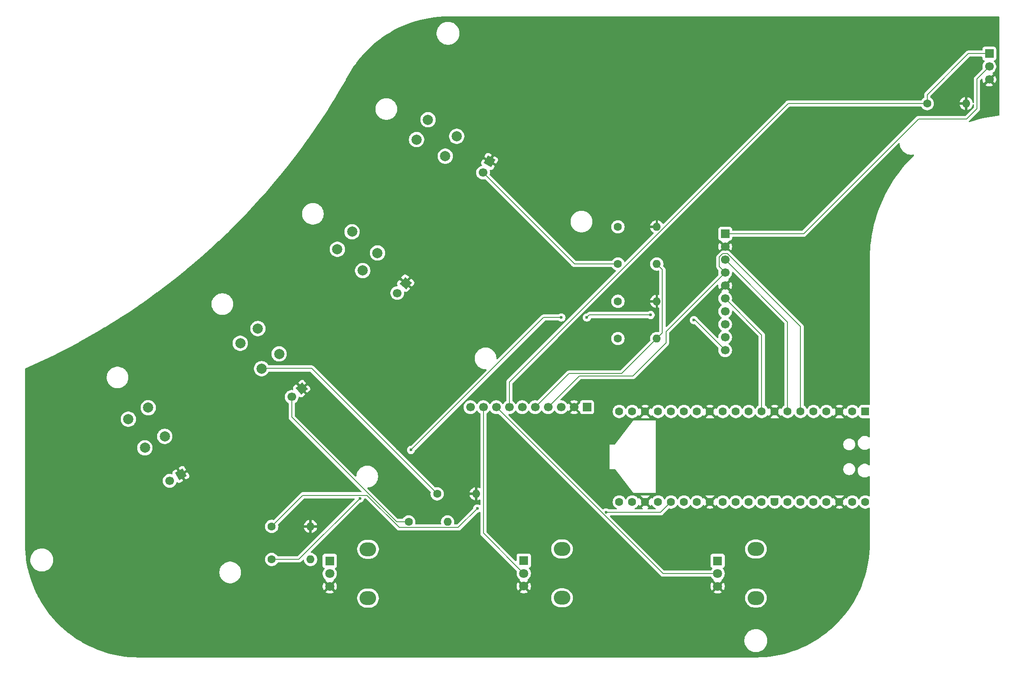
<source format=gbr>
%TF.GenerationSoftware,KiCad,Pcbnew,9.0.4*%
%TF.CreationDate,2025-09-28T19:10:48-04:00*%
%TF.ProjectId,Stradex1,53747261-6465-4783-912e-6b696361645f,rev?*%
%TF.SameCoordinates,Original*%
%TF.FileFunction,Copper,L2,Bot*%
%TF.FilePolarity,Positive*%
%FSLAX46Y46*%
G04 Gerber Fmt 4.6, Leading zero omitted, Abs format (unit mm)*
G04 Created by KiCad (PCBNEW 9.0.4) date 2025-09-28 19:10:48*
%MOMM*%
%LPD*%
G01*
G04 APERTURE LIST*
G04 Aperture macros list*
%AMRoundRect*
0 Rectangle with rounded corners*
0 $1 Rounding radius*
0 $2 $3 $4 $5 $6 $7 $8 $9 X,Y pos of 4 corners*
0 Add a 4 corners polygon primitive as box body*
4,1,4,$2,$3,$4,$5,$6,$7,$8,$9,$2,$3,0*
0 Add four circle primitives for the rounded corners*
1,1,$1+$1,$2,$3*
1,1,$1+$1,$4,$5*
1,1,$1+$1,$6,$7*
1,1,$1+$1,$8,$9*
0 Add four rect primitives between the rounded corners*
20,1,$1+$1,$2,$3,$4,$5,0*
20,1,$1+$1,$4,$5,$6,$7,0*
20,1,$1+$1,$6,$7,$8,$9,0*
20,1,$1+$1,$8,$9,$2,$3,0*%
%AMRotRect*
0 Rectangle, with rotation*
0 The origin of the aperture is its center*
0 $1 length*
0 $2 width*
0 $3 Rotation angle, in degrees counterclockwise*
0 Add horizontal line*
21,1,$1,$2,0,0,$3*%
%AMFreePoly0*
4,1,37,0.603843,0.796157,0.639018,0.796157,0.711114,0.766294,0.766294,0.711114,0.796157,0.639018,0.796157,0.603843,0.800000,0.600000,0.800000,-0.600000,0.796157,-0.603843,0.796157,-0.639018,0.766294,-0.711114,0.711114,-0.766294,0.639018,-0.796157,0.603843,-0.796157,0.600000,-0.800000,0.000000,-0.800000,0.000000,-0.796148,-0.078414,-0.796148,-0.232228,-0.765552,-0.377117,-0.705537,
-0.507515,-0.618408,-0.618408,-0.507515,-0.705537,-0.377117,-0.765552,-0.232228,-0.796148,-0.078414,-0.796148,0.078414,-0.765552,0.232228,-0.705537,0.377117,-0.618408,0.507515,-0.507515,0.618408,-0.377117,0.705537,-0.232228,0.765552,-0.078414,0.796148,0.000000,0.796148,0.000000,0.800000,0.600000,0.800000,0.603843,0.796157,0.603843,0.796157,$1*%
%AMFreePoly1*
4,1,37,0.000000,0.796148,0.078414,0.796148,0.232228,0.765552,0.377117,0.705537,0.507515,0.618408,0.618408,0.507515,0.705537,0.377117,0.765552,0.232228,0.796148,0.078414,0.796148,-0.078414,0.765552,-0.232228,0.705537,-0.377117,0.618408,-0.507515,0.507515,-0.618408,0.377117,-0.705537,0.232228,-0.765552,0.078414,-0.796148,0.000000,-0.796148,0.000000,-0.800000,-0.600000,-0.800000,
-0.603843,-0.796157,-0.639018,-0.796157,-0.711114,-0.766294,-0.766294,-0.711114,-0.796157,-0.639018,-0.796157,-0.603843,-0.800000,-0.600000,-0.800000,0.600000,-0.796157,0.603843,-0.796157,0.639018,-0.766294,0.711114,-0.711114,0.766294,-0.639018,0.796157,-0.603843,0.796157,-0.600000,0.800000,0.000000,0.800000,0.000000,0.796148,0.000000,0.796148,$1*%
G04 Aperture macros list end*
%TA.AperFunction,ComponentPad*%
%ADD10C,2.000000*%
%TD*%
%TA.AperFunction,ComponentPad*%
%ADD11R,1.700000X1.700000*%
%TD*%
%TA.AperFunction,ComponentPad*%
%ADD12C,1.700000*%
%TD*%
%TA.AperFunction,ComponentPad*%
%ADD13RotRect,1.700000X1.700000X330.000000*%
%TD*%
%TA.AperFunction,ComponentPad*%
%ADD14C,1.600000*%
%TD*%
%TA.AperFunction,ComponentPad*%
%ADD15O,1.600000X1.600000*%
%TD*%
%TA.AperFunction,ComponentPad*%
%ADD16RotRect,1.700000X1.700000X300.000000*%
%TD*%
%TA.AperFunction,ComponentPad*%
%ADD17RotRect,1.700000X1.700000X310.000000*%
%TD*%
%TA.AperFunction,ComponentPad*%
%ADD18O,3.240000X2.720000*%
%TD*%
%TA.AperFunction,ComponentPad*%
%ADD19R,1.800000X1.800000*%
%TD*%
%TA.AperFunction,ComponentPad*%
%ADD20C,1.800000*%
%TD*%
%TA.AperFunction,ComponentPad*%
%ADD21RotRect,1.700000X1.700000X320.000000*%
%TD*%
%TA.AperFunction,ComponentPad*%
%ADD22RoundRect,0.200000X-0.600000X0.600000X-0.600000X-0.600000X0.600000X-0.600000X0.600000X0.600000X0*%
%TD*%
%TA.AperFunction,ComponentPad*%
%ADD23FreePoly0,270.000000*%
%TD*%
%TA.AperFunction,ComponentPad*%
%ADD24FreePoly1,270.000000*%
%TD*%
%TA.AperFunction,ViaPad*%
%ADD25C,0.600000*%
%TD*%
%TA.AperFunction,Conductor*%
%ADD26C,0.200000*%
%TD*%
G04 APERTURE END LIST*
D10*
%TO.P,SW3,1,1*%
%TO.N,+3.3V*%
X87975740Y-94158883D03*
X92153860Y-99138171D03*
%TO.P,SW3,2,2*%
%TO.N,/PB3*%
X84528540Y-97051427D03*
X88706660Y-102030717D03*
%TD*%
D11*
%TO.P,RV1,1,1*%
%TO.N,/SPot*%
X231419400Y-40182800D03*
D12*
%TO.P,RV1,2,2*%
%TO.N,+3.3V*%
X231419400Y-42722800D03*
%TO.P,RV1,3,3*%
%TO.N,GND*%
X231419400Y-45262800D03*
%TD*%
D11*
%TO.P,U1,1,VDD*%
%TO.N,+3.3V*%
X179628800Y-75539600D03*
D12*
%TO.P,U1,2,GND*%
%TO.N,GND*%
X179628800Y-78079600D03*
%TO.P,U1,3,SCL*%
%TO.N,/SCL*%
X179628800Y-80619600D03*
%TO.P,U1,4,SDA*%
%TO.N,/SDA*%
X179628800Y-83159600D03*
%TO.P,U1,5,ADDR*%
%TO.N,GND*%
X179628800Y-85699600D03*
%TO.P,U1,6,ALERT/RDY*%
%TO.N,/ALRT1*%
X179628800Y-88239600D03*
%TO.P,U1,7,AIN0*%
%TO.N,/FSR1*%
X179628800Y-90779600D03*
%TO.P,U1,8,AIN1*%
%TO.N,/FSR2*%
X179628800Y-93319600D03*
%TO.P,U1,9,AIN2*%
%TO.N,/FSR3*%
X179628800Y-95859600D03*
%TO.P,U1,10,AIN3*%
%TO.N,/FSR4*%
X179628800Y-98399600D03*
%TD*%
D13*
%TO.P,R1,1,Pin_1*%
%TO.N,GND*%
X133412451Y-61337768D03*
D12*
%TO.P,R1,2,Pin_2*%
%TO.N,/FSR1*%
X132142451Y-63537473D03*
%TD*%
D14*
%TO.P,R9,1*%
%TO.N,/PB1*%
X158597600Y-74182777D03*
D15*
%TO.P,R9,2*%
%TO.N,GND*%
X166217600Y-74182777D03*
%TD*%
D16*
%TO.P,R4,1,Pin_1*%
%TO.N,GND*%
X72875432Y-122789851D03*
D12*
%TO.P,R4,2,Pin_2*%
%TO.N,/FSR4*%
X70675727Y-124059851D03*
%TD*%
D10*
%TO.P,SW1,1,1*%
%TO.N,+3.3V*%
X121345435Y-53163400D03*
X126974600Y-56413400D03*
%TO.P,SW1,2,2*%
%TO.N,/PB1*%
X119095435Y-57060513D03*
X124724601Y-60310515D03*
%TD*%
D17*
%TO.P,R3,1,Pin_1*%
%TO.N,GND*%
X96553825Y-105946467D03*
D12*
%TO.P,R3,2,Pin_2*%
%TO.N,/FSR3*%
X94608072Y-107579148D03*
%TD*%
D14*
%TO.P,R10,1*%
%TO.N,/PB2*%
X158597600Y-88806096D03*
D15*
%TO.P,R10,2*%
%TO.N,GND*%
X166217600Y-88806096D03*
%TD*%
D18*
%TO.P,RV3,*%
%TO.N,*%
X147624800Y-137440600D03*
X147624800Y-147040600D03*
D19*
%TO.P,RV3,1,1*%
%TO.N,+3.3V*%
X140124800Y-139740600D03*
D20*
%TO.P,RV3,2,2*%
%TO.N,/P2*%
X140124800Y-142240600D03*
%TO.P,RV3,3,3*%
%TO.N,GND*%
X140124800Y-144740600D03*
%TD*%
D14*
%TO.P,R8,1*%
%TO.N,/FSR4*%
X90690000Y-139500000D03*
D15*
%TO.P,R8,2*%
%TO.N,+3.3V*%
X98310000Y-139500000D03*
%TD*%
D14*
%TO.P,R5,1*%
%TO.N,/FSR1*%
X158597601Y-81494439D03*
D15*
%TO.P,R5,2*%
%TO.N,+3.3V*%
X166217601Y-81494439D03*
%TD*%
D14*
%TO.P,R7,1*%
%TO.N,/FSR3*%
X117551200Y-132130800D03*
D15*
%TO.P,R7,2*%
%TO.N,+3.3V*%
X125171200Y-132130800D03*
%TD*%
D11*
%TO.P,U2,1,VDD*%
%TO.N,+3.3V*%
X152527000Y-109600600D03*
D12*
%TO.P,U2,2,GND*%
%TO.N,GND*%
X149987000Y-109600600D03*
%TO.P,U2,3,SCL*%
%TO.N,/SCL*%
X147447000Y-109600600D03*
%TO.P,U2,4,SDA*%
%TO.N,/SDA*%
X144907000Y-109600600D03*
%TO.P,U2,5,ADDR*%
%TO.N,+3.3V*%
X142367000Y-109600600D03*
%TO.P,U2,6,ALERT/RDY*%
%TO.N,/ALRT2*%
X139827000Y-109600600D03*
%TO.P,U2,7,AIN0*%
%TO.N,/SPot*%
X137287000Y-109600600D03*
%TO.P,U2,8,AIN1*%
%TO.N,/P1*%
X134747000Y-109600600D03*
%TO.P,U2,9,AIN2*%
%TO.N,/P2*%
X132207000Y-109600600D03*
%TO.P,U2,10,AIN3*%
%TO.N,/P3*%
X129667000Y-109600600D03*
%TD*%
D10*
%TO.P,SW4,1,1*%
%TO.N,+3.3V*%
X66465157Y-109700017D03*
X69715158Y-115329182D03*
%TO.P,SW4,2,2*%
%TO.N,/PB4*%
X62568043Y-111950017D03*
X65818043Y-117579183D03*
%TD*%
D18*
%TO.P,RV2,*%
%TO.N,*%
X185645600Y-137465400D03*
X185645600Y-147065400D03*
D19*
%TO.P,RV2,1,1*%
%TO.N,+3.3V*%
X178145600Y-139765400D03*
D20*
%TO.P,RV2,2,2*%
%TO.N,/P1*%
X178145600Y-142265400D03*
%TO.P,RV2,3,3*%
%TO.N,GND*%
X178145600Y-144765400D03*
%TD*%
D14*
%TO.P,R6,1*%
%TO.N,/FSR2*%
X158597601Y-96117758D03*
D15*
%TO.P,R6,2*%
%TO.N,+3.3V*%
X166217601Y-96117758D03*
%TD*%
D10*
%TO.P,SW2,1,1*%
%TO.N,+3.3V*%
X106450511Y-75146081D03*
X111429800Y-79324200D03*
%TO.P,SW2,2,2*%
%TO.N,/PB2*%
X103557967Y-78593281D03*
X108537256Y-82771401D03*
%TD*%
D18*
%TO.P,RV4,*%
%TO.N,*%
X109575600Y-137490800D03*
X109575600Y-147090800D03*
D19*
%TO.P,RV4,1,1*%
%TO.N,+3.3V*%
X102075600Y-139790800D03*
D20*
%TO.P,RV4,2,2*%
%TO.N,/P3*%
X102075600Y-142290800D03*
%TO.P,RV4,3,3*%
%TO.N,GND*%
X102075600Y-144790800D03*
%TD*%
D14*
%TO.P,R11,1*%
%TO.N,/PB3*%
X123139200Y-126619000D03*
D15*
%TO.P,R11,2*%
%TO.N,GND*%
X130759200Y-126619000D03*
%TD*%
D21*
%TO.P,R2,1,Pin_1*%
%TO.N,GND*%
X116951436Y-85240714D03*
D12*
%TO.P,R2,2,Pin_2*%
%TO.N,/FSR2*%
X115318755Y-87186467D03*
%TD*%
D22*
%TO.P,A1,1,GPIO0*%
%TO.N,unconnected-(A1-GPIO0-Pad1)*%
X207115100Y-110439200D03*
D14*
%TO.P,A1,2,GPIO1*%
%TO.N,unconnected-(A1-GPIO1-Pad2)*%
X204575100Y-110439200D03*
D23*
%TO.P,A1,3,GND*%
%TO.N,GND*%
X202035100Y-110439200D03*
D14*
%TO.P,A1,4,GPIO2*%
%TO.N,unconnected-(A1-GPIO2-Pad4)*%
X199495100Y-110439200D03*
%TO.P,A1,5,GPIO3*%
%TO.N,unconnected-(A1-GPIO3-Pad5)*%
X196955100Y-110439200D03*
%TO.P,A1,6,GPIO4*%
%TO.N,/SDA*%
X194415100Y-110439200D03*
%TO.P,A1,7,GPIO5*%
%TO.N,/SCL*%
X191875100Y-110439200D03*
D23*
%TO.P,A1,8,GND*%
%TO.N,GND*%
X189335100Y-110439200D03*
D14*
%TO.P,A1,9,GPIO6*%
%TO.N,/ALRT1*%
X186795100Y-110439200D03*
%TO.P,A1,10,GPIO7*%
%TO.N,/ALRT2*%
X184255100Y-110439200D03*
%TO.P,A1,11,GPIO8*%
%TO.N,unconnected-(A1-GPIO8-Pad11)*%
X181715100Y-110439200D03*
%TO.P,A1,12,GPIO9*%
%TO.N,unconnected-(A1-GPIO9-Pad12)*%
X179175100Y-110439200D03*
D23*
%TO.P,A1,13,GND*%
%TO.N,GND*%
X176635100Y-110439200D03*
D14*
%TO.P,A1,14,GPIO10*%
%TO.N,unconnected-(A1-GPIO10-Pad14)*%
X174095100Y-110439200D03*
%TO.P,A1,15,GPIO11*%
%TO.N,unconnected-(A1-GPIO11-Pad15)*%
X171555100Y-110439200D03*
%TO.P,A1,16,GPIO12*%
%TO.N,unconnected-(A1-GPIO12-Pad16)*%
X169015100Y-110439200D03*
%TO.P,A1,17,GPIO13*%
%TO.N,unconnected-(A1-GPIO13-Pad17)*%
X166475100Y-110439200D03*
D23*
%TO.P,A1,18,GND*%
%TO.N,GND*%
X163935100Y-110439200D03*
D14*
%TO.P,A1,19,GPIO14*%
%TO.N,unconnected-(A1-GPIO14-Pad19)*%
X161395100Y-110439200D03*
%TO.P,A1,20,GPIO15*%
%TO.N,unconnected-(A1-GPIO15-Pad20)*%
X158855100Y-110439200D03*
%TO.P,A1,21,GPIO16*%
%TO.N,/PB1*%
X158855100Y-128219200D03*
%TO.P,A1,22,GPIO17*%
%TO.N,/PB2*%
X161395100Y-128219200D03*
D24*
%TO.P,A1,23,GND*%
%TO.N,GND*%
X163935100Y-128219200D03*
D14*
%TO.P,A1,24,GPIO18*%
%TO.N,/PB3*%
X166475100Y-128219200D03*
%TO.P,A1,25,GPIO19*%
%TO.N,/PB4*%
X169015100Y-128219200D03*
%TO.P,A1,26,GPIO20*%
%TO.N,unconnected-(A1-GPIO20-Pad26)*%
X171555100Y-128219200D03*
%TO.P,A1,27,GPIO21*%
%TO.N,unconnected-(A1-GPIO21-Pad27)*%
X174095100Y-128219200D03*
D24*
%TO.P,A1,28,GND*%
%TO.N,GND*%
X176635100Y-128219200D03*
D14*
%TO.P,A1,29,GPIO22*%
%TO.N,unconnected-(A1-GPIO22-Pad29)*%
X179175100Y-128219200D03*
%TO.P,A1,30,RUN*%
%TO.N,unconnected-(A1-RUN-Pad30)*%
X181715100Y-128219200D03*
%TO.P,A1,31,GPIO26_ADC0*%
%TO.N,unconnected-(A1-GPIO26_ADC0-Pad31)*%
X184255100Y-128219200D03*
%TO.P,A1,32,GPIO27_ADC1*%
%TO.N,unconnected-(A1-GPIO27_ADC1-Pad32)*%
X186795100Y-128219200D03*
D24*
%TO.P,A1,33,AGND*%
%TO.N,unconnected-(A1-AGND-Pad33)*%
X189335100Y-128219200D03*
D14*
%TO.P,A1,34,GPIO28_ADC2*%
%TO.N,unconnected-(A1-GPIO28_ADC2-Pad34)*%
X191875100Y-128219200D03*
%TO.P,A1,35,ADC_VREF*%
%TO.N,unconnected-(A1-ADC_VREF-Pad35)*%
X194415100Y-128219200D03*
%TO.P,A1,36,3V3*%
%TO.N,+3.3V*%
X196955100Y-128219200D03*
%TO.P,A1,37,3V3_EN*%
%TO.N,unconnected-(A1-3V3_EN-Pad37)*%
X199495100Y-128219200D03*
D24*
%TO.P,A1,38,GND*%
%TO.N,GND*%
X202035100Y-128219200D03*
D14*
%TO.P,A1,39,VSYS*%
%TO.N,unconnected-(A1-VSYS-Pad39)*%
X204575100Y-128219200D03*
%TO.P,A1,40,VBUS*%
%TO.N,/Vin*%
X207115100Y-128219200D03*
%TD*%
%TO.P,R17,1*%
%TO.N,/SPot*%
X219252800Y-49987200D03*
D15*
%TO.P,R17,2*%
%TO.N,GND*%
X226872800Y-49987200D03*
%TD*%
D14*
%TO.P,R12,1*%
%TO.N,/PB4*%
X90689999Y-132999998D03*
D15*
%TO.P,R12,2*%
%TO.N,GND*%
X98309999Y-132999998D03*
%TD*%
D25*
%TO.N,/PB4*%
X156247465Y-130252535D03*
X131000000Y-129500000D03*
%TO.N,/FSR4*%
X165000000Y-91500000D03*
X147500000Y-92000000D03*
X118000000Y-118000000D03*
X108000000Y-127500000D03*
X173500000Y-92500000D03*
X152500000Y-92000000D03*
%TD*%
D26*
%TO.N,/SCL*%
X179628800Y-80619600D02*
X191875100Y-92865900D01*
X191875100Y-92865900D02*
X191875100Y-110439200D01*
%TO.N,+3.3V*%
X167318600Y-95016759D02*
X167318600Y-82595438D01*
X227000000Y-53000000D02*
X217563922Y-53000000D01*
X229000000Y-51000000D02*
X227000000Y-53000000D01*
X217563922Y-53000000D02*
X195024322Y-75539600D01*
X148967600Y-103000000D02*
X159335359Y-103000000D01*
X229000000Y-45142200D02*
X229000000Y-51000000D01*
X142367000Y-109600600D02*
X148967600Y-103000000D01*
X231419400Y-42722800D02*
X229000000Y-45142200D01*
X195024322Y-75539600D02*
X179628800Y-75539600D01*
X159335359Y-103000000D02*
X166217601Y-96117758D01*
X167318600Y-82595438D02*
X166217601Y-81494439D01*
X166217601Y-96117758D02*
X167318600Y-95016759D01*
%TO.N,/SDA*%
X179628800Y-83159600D02*
X168000000Y-94788400D01*
X168000000Y-94788400D02*
X168000000Y-97000000D01*
X179628800Y-83159600D02*
X178477800Y-82008600D01*
X180105560Y-79468600D02*
X194415100Y-93778140D01*
X179152040Y-79468600D02*
X180105560Y-79468600D01*
X168000000Y-97000000D02*
X161500000Y-103500000D01*
X194415100Y-93778140D02*
X194415100Y-110439200D01*
X178477800Y-82008600D02*
X178477800Y-80142840D01*
X151007600Y-103500000D02*
X144907000Y-109600600D01*
X161500000Y-103500000D02*
X151007600Y-103500000D01*
X178477800Y-80142840D02*
X179152040Y-79468600D01*
%TO.N,/PB3*%
X88706660Y-102030717D02*
X88737377Y-102000000D01*
X98520200Y-102000000D02*
X123139200Y-126619000D01*
X88737377Y-102000000D02*
X98520200Y-102000000D01*
%TO.N,/ALRT1*%
X179628800Y-88239600D02*
X186795100Y-95405900D01*
X186795100Y-95405900D02*
X186795100Y-110439200D01*
%TO.N,/PB4*%
X96790997Y-126899000D02*
X109383009Y-126899000D01*
X115715809Y-133231800D02*
X127268200Y-133231800D01*
X109383009Y-126899000D02*
X115715809Y-133231800D01*
X156247465Y-130252535D02*
X166981765Y-130252535D01*
X127268200Y-133231800D02*
X131000000Y-129500000D01*
X166981765Y-130252535D02*
X169015100Y-128219200D01*
X90689999Y-132999998D02*
X96790997Y-126899000D01*
%TO.N,/FSR1*%
X150099417Y-81494439D02*
X158597601Y-81494439D01*
X132142451Y-63537473D02*
X150099417Y-81494439D01*
%TO.N,/FSR3*%
X94608072Y-107579148D02*
X94608072Y-111556963D01*
X115181909Y-132130800D02*
X117551200Y-132130800D01*
X94608072Y-111556963D02*
X115181909Y-132130800D01*
%TO.N,/FSR4*%
X173729200Y-92500000D02*
X179628800Y-98399600D01*
X173500000Y-92500000D02*
X173729200Y-92500000D01*
X96000000Y-139500000D02*
X108000000Y-127500000D01*
X153000000Y-91500000D02*
X165000000Y-91500000D01*
X152500000Y-92000000D02*
X153000000Y-91500000D01*
X144000000Y-92000000D02*
X147500000Y-92000000D01*
X90690000Y-139500000D02*
X96000000Y-139500000D01*
X118000000Y-118000000D02*
X144000000Y-92000000D01*
%TO.N,/SPot*%
X137287000Y-104670427D02*
X191970227Y-49987200D01*
X219252800Y-49987200D02*
X219252800Y-48247200D01*
X219252800Y-48247200D02*
X227317200Y-40182800D01*
X227317200Y-40182800D02*
X231419400Y-40182800D01*
X137287000Y-109600600D02*
X137287000Y-104670427D01*
X191970227Y-49987200D02*
X219252800Y-49987200D01*
%TO.N,/P1*%
X134747000Y-109600600D02*
X167411800Y-142265400D01*
X167411800Y-142265400D02*
X178145600Y-142265400D01*
%TO.N,/P2*%
X132207000Y-134322800D02*
X132207000Y-109600600D01*
X140124800Y-142240600D02*
X132207000Y-134322800D01*
%TD*%
%TA.AperFunction,Conductor*%
%TO.N,GND*%
G36*
X233329955Y-32905185D02*
G01*
X233375710Y-32957989D01*
X233386916Y-33009500D01*
X233386916Y-52252167D01*
X233367231Y-52319206D01*
X233314427Y-52364961D01*
X233278748Y-52375152D01*
X232274329Y-52504452D01*
X231236385Y-52677304D01*
X230205542Y-52888431D01*
X229183204Y-53137539D01*
X228170757Y-53424297D01*
X227558216Y-53622537D01*
X227551922Y-53622709D01*
X227546395Y-53625728D01*
X227517406Y-53623655D01*
X227488373Y-53624451D01*
X227482986Y-53621194D01*
X227476703Y-53620745D01*
X227453436Y-53603328D01*
X227428582Y-53588301D01*
X227425810Y-53582648D01*
X227420769Y-53578874D01*
X227410614Y-53551648D01*
X227397827Y-53525565D01*
X227398551Y-53519310D01*
X227396351Y-53513410D01*
X227402526Y-53485017D01*
X227405872Y-53456160D01*
X227410201Y-53449738D01*
X227411202Y-53445137D01*
X227432338Y-53416902D01*
X227432347Y-53416888D01*
X227480520Y-53368716D01*
X227480521Y-53368713D01*
X229368713Y-51480521D01*
X229368716Y-51480520D01*
X229480520Y-51368716D01*
X229530639Y-51281904D01*
X229559577Y-51231785D01*
X229600500Y-51079057D01*
X229600500Y-50920943D01*
X229600500Y-45442296D01*
X229620185Y-45375257D01*
X229636814Y-45354620D01*
X229857720Y-45133714D01*
X229919042Y-45100230D01*
X229988734Y-45105214D01*
X230044667Y-45147086D01*
X230069084Y-45212550D01*
X230069400Y-45221396D01*
X230069400Y-45369046D01*
X230102642Y-45578927D01*
X230102642Y-45578930D01*
X230168304Y-45781017D01*
X230264775Y-45970350D01*
X230304128Y-46024516D01*
X230936437Y-45392208D01*
X230953475Y-45455793D01*
X231019301Y-45569807D01*
X231112393Y-45662899D01*
X231226407Y-45728725D01*
X231289990Y-45745762D01*
X230657682Y-46378069D01*
X230657682Y-46378070D01*
X230711849Y-46417424D01*
X230901182Y-46513895D01*
X231103270Y-46579557D01*
X231313154Y-46612800D01*
X231525646Y-46612800D01*
X231735527Y-46579557D01*
X231735530Y-46579557D01*
X231937617Y-46513895D01*
X232126954Y-46417422D01*
X232181116Y-46378070D01*
X232181117Y-46378070D01*
X231548808Y-45745762D01*
X231612393Y-45728725D01*
X231726407Y-45662899D01*
X231819499Y-45569807D01*
X231885325Y-45455793D01*
X231902362Y-45392208D01*
X232534670Y-46024517D01*
X232534670Y-46024516D01*
X232574022Y-45970354D01*
X232670495Y-45781017D01*
X232736157Y-45578930D01*
X232736157Y-45578927D01*
X232769400Y-45369046D01*
X232769400Y-45156553D01*
X232736157Y-44946672D01*
X232736157Y-44946669D01*
X232670495Y-44744582D01*
X232574024Y-44555249D01*
X232534670Y-44501082D01*
X232534669Y-44501082D01*
X231902362Y-45133390D01*
X231885325Y-45069807D01*
X231819499Y-44955793D01*
X231726407Y-44862701D01*
X231612393Y-44796875D01*
X231548808Y-44779837D01*
X232181116Y-44147528D01*
X232126947Y-44108173D01*
X232126947Y-44108172D01*
X232117900Y-44103563D01*
X232067106Y-44055588D01*
X232050312Y-43987766D01*
X232072851Y-43921632D01*
X232117908Y-43882593D01*
X232127216Y-43877851D01*
X232206407Y-43820315D01*
X232299186Y-43752909D01*
X232299188Y-43752906D01*
X232299192Y-43752904D01*
X232449504Y-43602592D01*
X232449506Y-43602588D01*
X232449509Y-43602586D01*
X232574448Y-43430620D01*
X232574447Y-43430620D01*
X232574451Y-43430616D01*
X232670957Y-43241212D01*
X232736646Y-43039043D01*
X232769900Y-42829087D01*
X232769900Y-42616513D01*
X232736646Y-42406557D01*
X232670957Y-42204388D01*
X232574451Y-42014984D01*
X232574449Y-42014981D01*
X232574448Y-42014979D01*
X232449509Y-41843013D01*
X232335969Y-41729473D01*
X232302484Y-41668150D01*
X232307468Y-41598458D01*
X232349340Y-41542525D01*
X232380315Y-41525610D01*
X232511731Y-41476596D01*
X232626946Y-41390346D01*
X232713196Y-41275131D01*
X232763491Y-41140283D01*
X232769900Y-41080673D01*
X232769899Y-39284928D01*
X232763491Y-39225317D01*
X232713196Y-39090469D01*
X232713195Y-39090468D01*
X232713193Y-39090464D01*
X232626947Y-38975255D01*
X232626944Y-38975252D01*
X232511735Y-38889006D01*
X232511728Y-38889002D01*
X232376882Y-38838708D01*
X232376883Y-38838708D01*
X232317283Y-38832301D01*
X232317281Y-38832300D01*
X232317273Y-38832300D01*
X232317264Y-38832300D01*
X230521529Y-38832300D01*
X230521523Y-38832301D01*
X230461916Y-38838708D01*
X230327071Y-38889002D01*
X230327064Y-38889006D01*
X230211855Y-38975252D01*
X230211852Y-38975255D01*
X230125606Y-39090464D01*
X230125602Y-39090471D01*
X230075308Y-39225317D01*
X230068901Y-39284916D01*
X230068901Y-39284923D01*
X230068900Y-39284935D01*
X230068900Y-39458300D01*
X230049215Y-39525339D01*
X229996411Y-39571094D01*
X229944900Y-39582300D01*
X227403869Y-39582300D01*
X227403853Y-39582299D01*
X227396257Y-39582299D01*
X227238143Y-39582299D01*
X227130787Y-39611065D01*
X227085410Y-39623224D01*
X227085409Y-39623225D01*
X227035296Y-39652159D01*
X227035295Y-39652160D01*
X226991889Y-39677220D01*
X226948485Y-39702279D01*
X226948482Y-39702281D01*
X218772281Y-47878482D01*
X218772279Y-47878485D01*
X218722161Y-47965294D01*
X218722159Y-47965296D01*
X218693225Y-48015409D01*
X218693224Y-48015410D01*
X218693223Y-48015415D01*
X218652299Y-48168143D01*
X218652299Y-48168145D01*
X218652299Y-48336246D01*
X218652300Y-48336259D01*
X218652300Y-48757597D01*
X218632615Y-48824636D01*
X218584600Y-48868079D01*
X218571189Y-48874912D01*
X218405586Y-48995228D01*
X218260828Y-49139986D01*
X218140515Y-49305585D01*
X218133683Y-49318995D01*
X218085709Y-49369791D01*
X218023198Y-49386700D01*
X192049284Y-49386700D01*
X191891169Y-49386700D01*
X191738442Y-49427623D01*
X191738441Y-49427623D01*
X191738439Y-49427624D01*
X191738436Y-49427625D01*
X191688323Y-49456559D01*
X191688322Y-49456560D01*
X191644916Y-49481620D01*
X191601512Y-49506679D01*
X191601509Y-49506681D01*
X191489705Y-49618486D01*
X167543743Y-73564446D01*
X167482420Y-73597931D01*
X167412728Y-73592947D01*
X167356795Y-73551075D01*
X167345577Y-73533059D01*
X167329461Y-73501429D01*
X167209182Y-73335882D01*
X167209182Y-73335881D01*
X167064495Y-73191194D01*
X166898949Y-73070917D01*
X166716629Y-72978021D01*
X166522013Y-72914786D01*
X166467600Y-72906167D01*
X166467600Y-73867091D01*
X166463206Y-73862697D01*
X166371994Y-73810036D01*
X166270261Y-73782777D01*
X166164939Y-73782777D01*
X166063206Y-73810036D01*
X165971994Y-73862697D01*
X165967600Y-73867091D01*
X165967600Y-72906167D01*
X165913186Y-72914786D01*
X165718570Y-72978021D01*
X165536250Y-73070917D01*
X165370705Y-73191194D01*
X165370704Y-73191194D01*
X165226017Y-73335881D01*
X165226017Y-73335882D01*
X165105740Y-73501427D01*
X165012844Y-73683747D01*
X164949609Y-73878363D01*
X164940991Y-73932777D01*
X165901914Y-73932777D01*
X165897520Y-73937171D01*
X165844859Y-74028383D01*
X165817600Y-74130116D01*
X165817600Y-74235438D01*
X165844859Y-74337171D01*
X165897520Y-74428383D01*
X165901914Y-74432777D01*
X164940991Y-74432777D01*
X164949609Y-74487190D01*
X165012844Y-74681806D01*
X165105740Y-74864126D01*
X165226017Y-75029671D01*
X165226017Y-75029672D01*
X165370704Y-75174359D01*
X165536252Y-75294638D01*
X165567882Y-75310754D01*
X165618679Y-75358728D01*
X165635474Y-75426549D01*
X165612937Y-75492684D01*
X165599269Y-75508920D01*
X160021963Y-81086227D01*
X159960640Y-81119712D01*
X159890948Y-81114728D01*
X159835015Y-81072856D01*
X159816352Y-81036866D01*
X159802821Y-80995220D01*
X159709888Y-80812829D01*
X159691669Y-80787753D01*
X159589572Y-80647225D01*
X159444814Y-80502467D01*
X159279214Y-80382154D01*
X159279213Y-80382153D01*
X159279211Y-80382152D01*
X159222254Y-80353130D01*
X159096824Y-80289220D01*
X158902135Y-80225961D01*
X158727596Y-80198317D01*
X158699953Y-80193939D01*
X158495249Y-80193939D01*
X158470930Y-80197790D01*
X158293066Y-80225961D01*
X158098377Y-80289220D01*
X157915987Y-80382154D01*
X157750387Y-80502467D01*
X157605629Y-80647225D01*
X157485316Y-80812824D01*
X157480644Y-80821993D01*
X157479266Y-80824700D01*
X157478484Y-80826234D01*
X157430510Y-80877030D01*
X157367999Y-80893939D01*
X150399514Y-80893939D01*
X150332475Y-80874254D01*
X150311833Y-80857620D01*
X142466867Y-73012654D01*
X149315665Y-73012654D01*
X149315665Y-73291345D01*
X149315666Y-73291362D01*
X149352042Y-73567668D01*
X149424178Y-73836883D01*
X149530830Y-74094364D01*
X149530835Y-74094375D01*
X149670179Y-74335724D01*
X149670190Y-74335740D01*
X149839846Y-74556841D01*
X149839852Y-74556848D01*
X150036916Y-74753912D01*
X150036923Y-74753918D01*
X150116657Y-74815100D01*
X150258033Y-74923581D01*
X150258040Y-74923585D01*
X150499389Y-75062929D01*
X150499394Y-75062931D01*
X150499397Y-75062933D01*
X150756886Y-75169588D01*
X151026093Y-75241722D01*
X151302413Y-75278100D01*
X151302420Y-75278100D01*
X151581110Y-75278100D01*
X151581117Y-75278100D01*
X151857437Y-75241722D01*
X152126644Y-75169588D01*
X152384133Y-75062933D01*
X152625497Y-74923581D01*
X152846608Y-74753917D01*
X153043682Y-74556843D01*
X153213346Y-74335732D01*
X153352698Y-74094368D01*
X153358473Y-74080426D01*
X153358473Y-74080425D01*
X157297100Y-74080425D01*
X157297100Y-74285128D01*
X157329122Y-74487311D01*
X157392381Y-74682000D01*
X157485315Y-74864390D01*
X157605628Y-75029990D01*
X157750386Y-75174748D01*
X157892638Y-75278098D01*
X157915990Y-75295064D01*
X158032207Y-75354280D01*
X158098376Y-75387995D01*
X158098378Y-75387995D01*
X158098381Y-75387997D01*
X158202737Y-75421904D01*
X158293065Y-75451254D01*
X158394157Y-75467265D01*
X158495248Y-75483277D01*
X158495249Y-75483277D01*
X158699951Y-75483277D01*
X158699952Y-75483277D01*
X158902134Y-75451254D01*
X159096819Y-75387997D01*
X159279210Y-75295064D01*
X159372190Y-75227509D01*
X159444813Y-75174748D01*
X159444815Y-75174745D01*
X159444819Y-75174743D01*
X159589566Y-75029996D01*
X159589568Y-75029992D01*
X159589571Y-75029990D01*
X159657664Y-74936266D01*
X159709887Y-74864387D01*
X159802820Y-74681996D01*
X159866077Y-74487311D01*
X159898100Y-74285129D01*
X159898100Y-74080425D01*
X159866077Y-73878243D01*
X159802820Y-73683558D01*
X159802818Y-73683555D01*
X159802818Y-73683553D01*
X159735316Y-73551075D01*
X159709887Y-73501167D01*
X159647029Y-73414649D01*
X159589571Y-73335563D01*
X159444813Y-73190805D01*
X159279213Y-73070492D01*
X159279212Y-73070491D01*
X159279210Y-73070490D01*
X159222253Y-73041468D01*
X159096823Y-72977558D01*
X158902134Y-72914299D01*
X158727595Y-72886655D01*
X158699952Y-72882277D01*
X158495248Y-72882277D01*
X158470929Y-72886128D01*
X158293065Y-72914299D01*
X158098376Y-72977558D01*
X157915986Y-73070492D01*
X157750386Y-73190805D01*
X157605628Y-73335563D01*
X157485315Y-73501163D01*
X157392381Y-73683553D01*
X157329122Y-73878242D01*
X157297100Y-74080425D01*
X153358473Y-74080425D01*
X153380147Y-74028101D01*
X153380147Y-74028100D01*
X153391138Y-74001566D01*
X153459353Y-73836879D01*
X153531487Y-73567672D01*
X153567865Y-73291352D01*
X153567865Y-73012648D01*
X153531487Y-72736328D01*
X153459353Y-72467121D01*
X153352698Y-72209632D01*
X153352696Y-72209629D01*
X153352694Y-72209624D01*
X153213350Y-71968275D01*
X153213346Y-71968268D01*
X153146103Y-71880635D01*
X153043683Y-71747158D01*
X153043677Y-71747151D01*
X152846613Y-71550087D01*
X152846606Y-71550081D01*
X152625505Y-71380425D01*
X152625503Y-71380423D01*
X152625497Y-71380419D01*
X152625492Y-71380416D01*
X152625489Y-71380414D01*
X152384140Y-71241070D01*
X152384129Y-71241065D01*
X152126648Y-71134413D01*
X151857433Y-71062277D01*
X151581127Y-71025901D01*
X151581122Y-71025900D01*
X151581117Y-71025900D01*
X151302413Y-71025900D01*
X151302407Y-71025900D01*
X151302402Y-71025901D01*
X151026096Y-71062277D01*
X150756881Y-71134413D01*
X150499400Y-71241065D01*
X150499389Y-71241070D01*
X150258040Y-71380414D01*
X150258024Y-71380425D01*
X150036923Y-71550081D01*
X150036916Y-71550087D01*
X149839852Y-71747151D01*
X149839846Y-71747158D01*
X149670190Y-71968259D01*
X149670179Y-71968275D01*
X149530835Y-72209624D01*
X149530830Y-72209635D01*
X149424178Y-72467116D01*
X149352042Y-72736331D01*
X149315666Y-73012637D01*
X149315665Y-73012654D01*
X142466867Y-73012654D01*
X133476208Y-64021995D01*
X133442723Y-63960672D01*
X133445958Y-63895996D01*
X133459697Y-63853716D01*
X133492951Y-63643760D01*
X133492951Y-63431186D01*
X133459697Y-63221230D01*
X133433642Y-63141044D01*
X133431648Y-63071205D01*
X133467728Y-63011372D01*
X133530429Y-62980544D01*
X133572137Y-62980445D01*
X133711549Y-63003888D01*
X133711551Y-63003889D01*
X133854314Y-62986818D01*
X133986480Y-62930222D01*
X134097353Y-62838678D01*
X134097354Y-62838676D01*
X134132665Y-62790317D01*
X134132674Y-62790303D01*
X134456584Y-62229273D01*
X134456584Y-62229272D01*
X133662451Y-61770779D01*
X133719458Y-61737867D01*
X133812550Y-61644775D01*
X133878376Y-61530761D01*
X133912451Y-61403594D01*
X133912451Y-61337768D01*
X134706583Y-61796260D01*
X134706584Y-61796260D01*
X135030500Y-61235223D01*
X135054730Y-61180450D01*
X135078571Y-61038669D01*
X135078572Y-61038667D01*
X135061501Y-60895904D01*
X135004905Y-60763738D01*
X134913361Y-60652865D01*
X134913359Y-60652864D01*
X134865000Y-60617553D01*
X134864986Y-60617543D01*
X134303956Y-60293633D01*
X134303955Y-60293633D01*
X133845462Y-61087766D01*
X133812550Y-61030761D01*
X133719458Y-60937669D01*
X133605444Y-60871843D01*
X133478277Y-60837768D01*
X133412450Y-60837768D01*
X133870943Y-60043634D01*
X133870943Y-60043633D01*
X133309906Y-59719718D01*
X133255133Y-59695488D01*
X133113352Y-59671647D01*
X133113350Y-59671646D01*
X132970587Y-59688717D01*
X132838421Y-59745313D01*
X132727548Y-59836857D01*
X132727547Y-59836859D01*
X132692236Y-59885218D01*
X132692226Y-59885232D01*
X132368316Y-60446261D01*
X132368316Y-60446262D01*
X133162451Y-60904755D01*
X133105444Y-60937669D01*
X133012352Y-61030761D01*
X132946526Y-61144775D01*
X132912451Y-61271942D01*
X132912451Y-61337767D01*
X132909613Y-61336129D01*
X132118317Y-60879274D01*
X132118316Y-60879274D01*
X131794405Y-61440305D01*
X131770171Y-61495085D01*
X131746330Y-61636866D01*
X131746329Y-61636868D01*
X131763400Y-61779631D01*
X131819997Y-61911798D01*
X131819998Y-61911800D01*
X131907663Y-62017975D01*
X131935167Y-62082203D01*
X131923580Y-62151105D01*
X131876582Y-62202805D01*
X131831452Y-62219396D01*
X131826210Y-62220226D01*
X131624036Y-62285917D01*
X131434630Y-62382424D01*
X131262664Y-62507363D01*
X131112341Y-62657686D01*
X130987402Y-62829652D01*
X130890895Y-63019058D01*
X130825204Y-63221233D01*
X130791951Y-63431186D01*
X130791951Y-63643759D01*
X130825204Y-63853712D01*
X130825204Y-63853714D01*
X130825205Y-63853716D01*
X130879882Y-64021995D01*
X130890895Y-64055887D01*
X130987402Y-64245293D01*
X131112341Y-64417259D01*
X131262664Y-64567582D01*
X131434630Y-64692521D01*
X131434632Y-64692522D01*
X131434635Y-64692524D01*
X131624039Y-64789030D01*
X131826208Y-64854719D01*
X132036164Y-64887973D01*
X132036165Y-64887973D01*
X132248737Y-64887973D01*
X132248738Y-64887973D01*
X132458694Y-64854719D01*
X132500974Y-64840980D01*
X132570813Y-64838984D01*
X132626973Y-64871230D01*
X149614556Y-81858813D01*
X149614566Y-81858824D01*
X149618896Y-81863154D01*
X149618897Y-81863155D01*
X149730701Y-81974959D01*
X149817512Y-82025078D01*
X149817514Y-82025080D01*
X149855568Y-82047050D01*
X149867632Y-82054016D01*
X150020360Y-82094940D01*
X150020363Y-82094940D01*
X150186070Y-82094940D01*
X150186086Y-82094939D01*
X157367999Y-82094939D01*
X157435038Y-82114624D01*
X157478484Y-82162644D01*
X157485316Y-82176053D01*
X157605629Y-82341652D01*
X157750387Y-82486410D01*
X157905350Y-82598995D01*
X157915991Y-82606726D01*
X158098382Y-82699659D01*
X158140026Y-82713190D01*
X158197701Y-82752625D01*
X158224900Y-82816984D01*
X158212986Y-82885830D01*
X158189389Y-82918801D01*
X136918286Y-104189905D01*
X136806481Y-104301709D01*
X136806479Y-104301712D01*
X136806414Y-104301825D01*
X136775073Y-104356110D01*
X136727423Y-104438642D01*
X136686499Y-104591370D01*
X136686499Y-104591372D01*
X136686499Y-104759473D01*
X136686500Y-104759486D01*
X136686500Y-108314881D01*
X136666815Y-108381920D01*
X136618795Y-108425365D01*
X136579185Y-108445547D01*
X136579184Y-108445548D01*
X136407213Y-108570490D01*
X136256890Y-108720813D01*
X136131949Y-108892782D01*
X136127484Y-108901546D01*
X136079509Y-108952342D01*
X136011688Y-108969136D01*
X135945553Y-108946598D01*
X135906516Y-108901546D01*
X135902050Y-108892782D01*
X135777109Y-108720813D01*
X135626786Y-108570490D01*
X135454820Y-108445551D01*
X135265414Y-108349044D01*
X135265413Y-108349043D01*
X135265412Y-108349043D01*
X135063243Y-108283354D01*
X135063241Y-108283353D01*
X135063240Y-108283353D01*
X134901957Y-108257808D01*
X134853287Y-108250100D01*
X134640713Y-108250100D01*
X134592042Y-108257808D01*
X134430760Y-108283353D01*
X134228585Y-108349044D01*
X134039179Y-108445551D01*
X133867213Y-108570490D01*
X133716890Y-108720813D01*
X133591949Y-108892782D01*
X133587484Y-108901546D01*
X133539509Y-108952342D01*
X133471688Y-108969136D01*
X133405553Y-108946598D01*
X133366516Y-108901546D01*
X133362050Y-108892782D01*
X133237109Y-108720813D01*
X133086786Y-108570490D01*
X132914820Y-108445551D01*
X132725414Y-108349044D01*
X132725413Y-108349043D01*
X132725412Y-108349043D01*
X132523243Y-108283354D01*
X132523241Y-108283353D01*
X132523240Y-108283353D01*
X132361957Y-108257808D01*
X132313287Y-108250100D01*
X132100713Y-108250100D01*
X132052042Y-108257808D01*
X131890760Y-108283353D01*
X131688585Y-108349044D01*
X131499179Y-108445551D01*
X131327213Y-108570490D01*
X131176890Y-108720813D01*
X131051949Y-108892782D01*
X131047484Y-108901546D01*
X130999509Y-108952342D01*
X130931688Y-108969136D01*
X130865553Y-108946598D01*
X130826516Y-108901546D01*
X130822050Y-108892782D01*
X130697109Y-108720813D01*
X130546786Y-108570490D01*
X130374820Y-108445551D01*
X130185414Y-108349044D01*
X130185413Y-108349043D01*
X130185412Y-108349043D01*
X129983243Y-108283354D01*
X129983241Y-108283353D01*
X129983240Y-108283353D01*
X129821957Y-108257808D01*
X129773287Y-108250100D01*
X129560713Y-108250100D01*
X129512042Y-108257808D01*
X129350760Y-108283353D01*
X129148585Y-108349044D01*
X128959179Y-108445551D01*
X128787213Y-108570490D01*
X128636890Y-108720813D01*
X128511951Y-108892779D01*
X128415444Y-109082185D01*
X128349753Y-109284360D01*
X128323957Y-109447234D01*
X128316500Y-109494313D01*
X128316500Y-109706887D01*
X128319034Y-109722886D01*
X128347256Y-109901076D01*
X128349754Y-109916843D01*
X128404602Y-110085648D01*
X128415444Y-110119014D01*
X128511951Y-110308420D01*
X128636890Y-110480386D01*
X128787213Y-110630709D01*
X128959179Y-110755648D01*
X128959181Y-110755649D01*
X128959184Y-110755651D01*
X129148588Y-110852157D01*
X129350757Y-110917846D01*
X129560713Y-110951100D01*
X129560714Y-110951100D01*
X129773286Y-110951100D01*
X129773287Y-110951100D01*
X129983243Y-110917846D01*
X130185412Y-110852157D01*
X130374816Y-110755651D01*
X130461138Y-110692935D01*
X130546786Y-110630709D01*
X130546788Y-110630706D01*
X130546792Y-110630704D01*
X130697104Y-110480392D01*
X130697106Y-110480388D01*
X130697109Y-110480386D01*
X130822048Y-110308420D01*
X130822047Y-110308420D01*
X130822051Y-110308416D01*
X130826514Y-110299654D01*
X130874488Y-110248859D01*
X130942308Y-110232063D01*
X131008444Y-110254599D01*
X131047486Y-110299656D01*
X131051951Y-110308420D01*
X131176890Y-110480386D01*
X131327213Y-110630709D01*
X131499184Y-110755651D01*
X131499184Y-110755652D01*
X131538793Y-110775833D01*
X131589590Y-110823806D01*
X131606500Y-110886318D01*
X131606500Y-125389346D01*
X131586815Y-125456385D01*
X131534011Y-125502140D01*
X131464853Y-125512084D01*
X131426206Y-125499831D01*
X131258232Y-125414245D01*
X131063613Y-125351009D01*
X131009200Y-125342390D01*
X131009200Y-126303314D01*
X131004806Y-126298920D01*
X130913594Y-126246259D01*
X130811861Y-126219000D01*
X130706539Y-126219000D01*
X130604806Y-126246259D01*
X130513594Y-126298920D01*
X130509200Y-126303314D01*
X130509200Y-125342390D01*
X130454786Y-125351009D01*
X130260170Y-125414244D01*
X130077850Y-125507140D01*
X129912305Y-125627417D01*
X129912304Y-125627417D01*
X129767617Y-125772104D01*
X129767617Y-125772105D01*
X129647340Y-125937650D01*
X129554444Y-126119970D01*
X129491209Y-126314586D01*
X129482591Y-126369000D01*
X130443514Y-126369000D01*
X130439120Y-126373394D01*
X130386459Y-126464606D01*
X130359200Y-126566339D01*
X130359200Y-126671661D01*
X130386459Y-126773394D01*
X130439120Y-126864606D01*
X130443514Y-126869000D01*
X129482591Y-126869000D01*
X129491209Y-126923413D01*
X129554444Y-127118029D01*
X129647340Y-127300349D01*
X129767617Y-127465894D01*
X129767617Y-127465895D01*
X129912304Y-127610582D01*
X130077850Y-127730859D01*
X130260168Y-127823754D01*
X130454778Y-127886988D01*
X130509200Y-127895607D01*
X130509200Y-126934686D01*
X130513594Y-126939080D01*
X130604806Y-126991741D01*
X130706539Y-127019000D01*
X130811861Y-127019000D01*
X130913594Y-126991741D01*
X131004806Y-126939080D01*
X131009200Y-126934686D01*
X131009200Y-127895606D01*
X131063621Y-127886988D01*
X131258231Y-127823755D01*
X131426205Y-127738168D01*
X131494874Y-127725272D01*
X131559615Y-127751548D01*
X131599872Y-127808655D01*
X131606500Y-127848653D01*
X131606500Y-128710508D01*
X131586815Y-128777547D01*
X131534011Y-128823302D01*
X131464853Y-128833246D01*
X131413611Y-128813611D01*
X131379188Y-128790611D01*
X131379172Y-128790602D01*
X131233501Y-128730264D01*
X131233489Y-128730261D01*
X131078845Y-128699500D01*
X131078842Y-128699500D01*
X130921158Y-128699500D01*
X130921155Y-128699500D01*
X130766510Y-128730261D01*
X130766498Y-128730264D01*
X130620827Y-128790602D01*
X130620814Y-128790609D01*
X130489711Y-128878210D01*
X130489707Y-128878213D01*
X130378213Y-128989707D01*
X130378210Y-128989711D01*
X130290609Y-129120814D01*
X130290602Y-129120827D01*
X130230264Y-129266498D01*
X130230261Y-129266508D01*
X130199361Y-129421850D01*
X130166976Y-129483761D01*
X130165425Y-129485339D01*
X127055784Y-132594981D01*
X126994461Y-132628466D01*
X126968103Y-132631300D01*
X126546676Y-132631300D01*
X126479637Y-132611615D01*
X126433882Y-132558811D01*
X126423938Y-132489653D01*
X126428745Y-132468983D01*
X126439675Y-132435342D01*
X126439675Y-132435338D01*
X126439677Y-132435334D01*
X126471700Y-132233152D01*
X126471700Y-132028448D01*
X126449477Y-131888138D01*
X126439677Y-131826265D01*
X126400574Y-131705919D01*
X126376420Y-131631581D01*
X126376418Y-131631578D01*
X126376418Y-131631576D01*
X126342703Y-131565407D01*
X126283487Y-131449190D01*
X126275756Y-131438549D01*
X126163171Y-131283586D01*
X126018413Y-131138828D01*
X125852813Y-131018515D01*
X125852812Y-131018514D01*
X125852810Y-131018513D01*
X125795853Y-130989491D01*
X125670423Y-130925581D01*
X125475734Y-130862322D01*
X125301195Y-130834678D01*
X125273552Y-130830300D01*
X125068848Y-130830300D01*
X125044529Y-130834151D01*
X124866665Y-130862322D01*
X124671976Y-130925581D01*
X124489586Y-131018515D01*
X124323986Y-131138828D01*
X124179228Y-131283586D01*
X124058915Y-131449186D01*
X123965981Y-131631576D01*
X123902722Y-131826265D01*
X123870700Y-132028448D01*
X123870700Y-132233151D01*
X123902723Y-132435335D01*
X123902724Y-132435342D01*
X123913655Y-132468983D01*
X123915650Y-132538824D01*
X123879569Y-132598656D01*
X123816868Y-132629484D01*
X123795724Y-132631300D01*
X118926676Y-132631300D01*
X118859637Y-132611615D01*
X118813882Y-132558811D01*
X118803938Y-132489653D01*
X118808745Y-132468983D01*
X118819675Y-132435342D01*
X118819675Y-132435338D01*
X118819677Y-132435334D01*
X118851700Y-132233152D01*
X118851700Y-132028448D01*
X118829477Y-131888138D01*
X118819677Y-131826265D01*
X118780574Y-131705919D01*
X118756420Y-131631581D01*
X118756418Y-131631578D01*
X118756418Y-131631576D01*
X118722703Y-131565407D01*
X118663487Y-131449190D01*
X118655756Y-131438549D01*
X118543171Y-131283586D01*
X118398413Y-131138828D01*
X118232813Y-131018515D01*
X118232812Y-131018514D01*
X118232810Y-131018513D01*
X118175853Y-130989491D01*
X118050423Y-130925581D01*
X117855734Y-130862322D01*
X117681195Y-130834678D01*
X117653552Y-130830300D01*
X117448848Y-130830300D01*
X117424529Y-130834151D01*
X117246665Y-130862322D01*
X117051976Y-130925581D01*
X116869586Y-131018515D01*
X116703986Y-131138828D01*
X116559228Y-131283586D01*
X116438915Y-131449185D01*
X116432083Y-131462595D01*
X116384109Y-131513391D01*
X116321598Y-131530300D01*
X115482006Y-131530300D01*
X115414967Y-131510615D01*
X115394325Y-131493981D01*
X109463414Y-125563070D01*
X109429929Y-125501747D01*
X109434913Y-125432055D01*
X109476785Y-125376122D01*
X109542249Y-125351705D01*
X109551095Y-125351389D01*
X109564631Y-125351389D01*
X109564638Y-125351389D01*
X109840958Y-125315011D01*
X110110165Y-125242877D01*
X110367654Y-125136222D01*
X110609018Y-124996870D01*
X110830129Y-124827206D01*
X111027203Y-124630132D01*
X111196867Y-124409021D01*
X111336219Y-124167657D01*
X111442874Y-123910168D01*
X111515008Y-123640961D01*
X111551386Y-123364641D01*
X111551386Y-123085937D01*
X111515008Y-122809617D01*
X111442874Y-122540410D01*
X111336219Y-122282921D01*
X111336217Y-122282918D01*
X111336215Y-122282913D01*
X111196871Y-122041564D01*
X111196867Y-122041557D01*
X111047359Y-121846714D01*
X111027204Y-121820447D01*
X111027198Y-121820440D01*
X110830134Y-121623376D01*
X110830127Y-121623370D01*
X110609026Y-121453714D01*
X110609024Y-121453712D01*
X110609018Y-121453708D01*
X110609013Y-121453705D01*
X110609010Y-121453703D01*
X110367661Y-121314359D01*
X110367650Y-121314354D01*
X110110169Y-121207702D01*
X109840954Y-121135566D01*
X109564648Y-121099190D01*
X109564643Y-121099189D01*
X109564638Y-121099189D01*
X109285934Y-121099189D01*
X109285928Y-121099189D01*
X109285923Y-121099190D01*
X109009617Y-121135566D01*
X108740402Y-121207702D01*
X108482921Y-121314354D01*
X108482910Y-121314359D01*
X108241561Y-121453703D01*
X108241545Y-121453714D01*
X108020444Y-121623370D01*
X108020437Y-121623376D01*
X107823373Y-121820440D01*
X107823367Y-121820447D01*
X107653711Y-122041548D01*
X107653700Y-122041564D01*
X107514356Y-122282913D01*
X107514351Y-122282924D01*
X107407699Y-122540405D01*
X107335563Y-122809620D01*
X107299187Y-123085926D01*
X107299186Y-123085943D01*
X107299186Y-123099480D01*
X107279501Y-123166519D01*
X107226697Y-123212274D01*
X107157539Y-123222218D01*
X107093983Y-123193193D01*
X107087505Y-123187161D01*
X95244891Y-111344547D01*
X95211406Y-111283224D01*
X95208572Y-111256866D01*
X95208572Y-108864866D01*
X95228257Y-108797827D01*
X95276279Y-108754381D01*
X95315887Y-108734200D01*
X95315887Y-108734199D01*
X95315888Y-108734199D01*
X95407265Y-108667809D01*
X95487858Y-108609257D01*
X95487860Y-108609254D01*
X95487864Y-108609252D01*
X95638176Y-108458940D01*
X95638178Y-108458936D01*
X95638181Y-108458934D01*
X95763120Y-108286968D01*
X95763119Y-108286968D01*
X95763123Y-108286964D01*
X95859629Y-108097560D01*
X95925318Y-107895391D01*
X95958572Y-107685435D01*
X95958572Y-107653514D01*
X95978257Y-107586475D01*
X96031061Y-107540720D01*
X96100219Y-107530776D01*
X96143719Y-107545639D01*
X96265037Y-107614405D01*
X96265036Y-107614405D01*
X96405031Y-107647193D01*
X96548588Y-107639214D01*
X96684080Y-107591111D01*
X96684086Y-107591108D01*
X96733809Y-107557742D01*
X97230077Y-107141322D01*
X96641998Y-106440478D01*
X96746818Y-106412392D01*
X96860832Y-106346566D01*
X96953924Y-106253474D01*
X97019750Y-106139460D01*
X97025163Y-106119257D01*
X97613099Y-106819929D01*
X98109358Y-106403518D01*
X98109359Y-106403517D01*
X98150866Y-106360330D01*
X98150868Y-106360327D01*
X98221763Y-106235254D01*
X98254551Y-106095260D01*
X98246572Y-105951703D01*
X98198469Y-105816211D01*
X98198466Y-105816205D01*
X98165100Y-105766482D01*
X97748680Y-105270213D01*
X97047836Y-105858291D01*
X97019750Y-105753474D01*
X96953924Y-105639460D01*
X96860832Y-105546368D01*
X96746818Y-105480542D01*
X96726613Y-105475128D01*
X97427287Y-104887191D01*
X97010876Y-104390933D01*
X97010875Y-104390932D01*
X96967688Y-104349425D01*
X96967685Y-104349423D01*
X96842612Y-104278528D01*
X96842613Y-104278528D01*
X96702618Y-104245740D01*
X96559061Y-104253719D01*
X96423569Y-104301822D01*
X96423563Y-104301825D01*
X96373846Y-104335187D01*
X95877571Y-104751610D01*
X96465651Y-105452455D01*
X96360832Y-105480542D01*
X96246818Y-105546368D01*
X96153726Y-105639460D01*
X96087900Y-105753474D01*
X96082486Y-105773678D01*
X95494549Y-105073003D01*
X94998291Y-105489415D01*
X94998290Y-105489416D01*
X94956783Y-105532603D01*
X94956781Y-105532606D01*
X94885886Y-105657679D01*
X94853098Y-105797673D01*
X94861077Y-105941228D01*
X94908143Y-106073802D01*
X94912021Y-106143564D01*
X94877567Y-106204348D01*
X94815721Y-106236856D01*
X94771890Y-106237760D01*
X94752578Y-106234701D01*
X94714359Y-106228648D01*
X94501785Y-106228648D01*
X94460077Y-106235254D01*
X94291832Y-106261901D01*
X94089657Y-106327592D01*
X93900251Y-106424099D01*
X93728285Y-106549038D01*
X93577962Y-106699361D01*
X93453023Y-106871327D01*
X93356516Y-107060733D01*
X93290825Y-107262908D01*
X93257572Y-107472861D01*
X93257572Y-107685434D01*
X93290825Y-107895387D01*
X93356516Y-108097562D01*
X93453023Y-108286968D01*
X93577962Y-108458934D01*
X93728285Y-108609257D01*
X93900256Y-108734199D01*
X93900256Y-108734200D01*
X93939865Y-108754381D01*
X93990662Y-108802354D01*
X94007572Y-108864866D01*
X94007572Y-111470293D01*
X94007571Y-111470311D01*
X94007571Y-111636017D01*
X94007570Y-111636017D01*
X94048495Y-111788748D01*
X94073422Y-111831921D01*
X94073423Y-111831925D01*
X94073424Y-111831925D01*
X94127551Y-111925677D01*
X94127553Y-111925680D01*
X94246421Y-112044548D01*
X94246427Y-112044553D01*
X108288693Y-126086819D01*
X108322178Y-126148142D01*
X108317194Y-126217834D01*
X108275322Y-126273767D01*
X108209858Y-126298184D01*
X108201012Y-126298500D01*
X96870054Y-126298500D01*
X96711940Y-126298500D01*
X96559212Y-126339423D01*
X96529922Y-126356334D01*
X96507984Y-126369000D01*
X96422282Y-126418479D01*
X96422279Y-126418481D01*
X96310475Y-126530286D01*
X91134841Y-131705919D01*
X91073518Y-131739404D01*
X91008847Y-131736171D01*
X90994533Y-131731520D01*
X90819994Y-131703876D01*
X90792351Y-131699498D01*
X90587647Y-131699498D01*
X90563328Y-131703349D01*
X90385464Y-131731520D01*
X90190775Y-131794779D01*
X90008385Y-131887713D01*
X89842785Y-132008026D01*
X89698027Y-132152784D01*
X89577714Y-132318384D01*
X89484780Y-132500774D01*
X89421521Y-132695463D01*
X89389499Y-132897646D01*
X89389499Y-133102349D01*
X89421521Y-133304532D01*
X89484780Y-133499221D01*
X89577714Y-133681611D01*
X89698027Y-133847211D01*
X89842785Y-133991969D01*
X89955783Y-134074065D01*
X90008389Y-134112285D01*
X90124606Y-134171501D01*
X90190775Y-134205216D01*
X90190777Y-134205216D01*
X90190780Y-134205218D01*
X90285917Y-134236130D01*
X90385464Y-134268475D01*
X90486556Y-134284486D01*
X90587647Y-134300498D01*
X90587648Y-134300498D01*
X90792350Y-134300498D01*
X90792351Y-134300498D01*
X90994533Y-134268475D01*
X91189218Y-134205218D01*
X91371609Y-134112285D01*
X91494909Y-134022703D01*
X91537212Y-133991969D01*
X91537214Y-133991966D01*
X91537218Y-133991964D01*
X91681965Y-133847217D01*
X91681967Y-133847213D01*
X91681970Y-133847211D01*
X91743559Y-133762439D01*
X91802286Y-133681608D01*
X91895219Y-133499217D01*
X91958476Y-133304532D01*
X91990499Y-133102350D01*
X91990499Y-132897646D01*
X91967113Y-132749998D01*
X97033390Y-132749998D01*
X97994313Y-132749998D01*
X97989919Y-132754392D01*
X97937258Y-132845604D01*
X97909999Y-132947337D01*
X97909999Y-133052659D01*
X97937258Y-133154392D01*
X97989919Y-133245604D01*
X97994313Y-133249998D01*
X97033390Y-133249998D01*
X97042008Y-133304411D01*
X97105243Y-133499027D01*
X97198139Y-133681347D01*
X97318416Y-133846892D01*
X97318416Y-133846893D01*
X97463103Y-133991580D01*
X97628649Y-134111857D01*
X97810967Y-134204752D01*
X98005577Y-134267986D01*
X98059999Y-134276605D01*
X98059999Y-133315684D01*
X98064393Y-133320078D01*
X98155605Y-133372739D01*
X98257338Y-133399998D01*
X98362660Y-133399998D01*
X98464393Y-133372739D01*
X98555605Y-133320078D01*
X98559999Y-133315684D01*
X98559999Y-134276604D01*
X98614420Y-134267986D01*
X98809030Y-134204752D01*
X98991348Y-134111857D01*
X99156893Y-133991580D01*
X99156894Y-133991580D01*
X99301581Y-133846893D01*
X99301581Y-133846892D01*
X99421858Y-133681347D01*
X99514754Y-133499027D01*
X99577989Y-133304411D01*
X99586608Y-133249998D01*
X98625685Y-133249998D01*
X98630079Y-133245604D01*
X98682740Y-133154392D01*
X98709999Y-133052659D01*
X98709999Y-132947337D01*
X98682740Y-132845604D01*
X98630079Y-132754392D01*
X98625685Y-132749998D01*
X99586608Y-132749998D01*
X99577989Y-132695584D01*
X99514754Y-132500968D01*
X99421858Y-132318648D01*
X99301581Y-132153103D01*
X99301581Y-132153102D01*
X99156894Y-132008415D01*
X98991348Y-131888138D01*
X98809028Y-131795242D01*
X98614412Y-131732007D01*
X98559999Y-131723388D01*
X98559999Y-132684312D01*
X98555605Y-132679918D01*
X98464393Y-132627257D01*
X98362660Y-132599998D01*
X98257338Y-132599998D01*
X98155605Y-132627257D01*
X98064393Y-132679918D01*
X98059999Y-132684312D01*
X98059999Y-131723388D01*
X98005585Y-131732007D01*
X97810969Y-131795242D01*
X97628649Y-131888138D01*
X97463104Y-132008415D01*
X97463103Y-132008415D01*
X97318416Y-132153102D01*
X97318416Y-132153103D01*
X97198139Y-132318648D01*
X97105243Y-132500968D01*
X97042008Y-132695584D01*
X97033390Y-132749998D01*
X91967113Y-132749998D01*
X91958476Y-132695464D01*
X91951320Y-132673441D01*
X91949840Y-132665466D01*
X91952606Y-132638456D01*
X91951831Y-132611310D01*
X91956157Y-132603774D01*
X91956958Y-132595960D01*
X91970122Y-132579454D01*
X91984074Y-132555156D01*
X97003413Y-127535819D01*
X97064736Y-127502334D01*
X97091094Y-127499500D01*
X106851902Y-127499500D01*
X106918941Y-127519185D01*
X106964696Y-127571989D01*
X106974640Y-127641147D01*
X106945615Y-127704703D01*
X106939583Y-127711181D01*
X95787584Y-138863181D01*
X95726261Y-138896666D01*
X95699903Y-138899500D01*
X91919602Y-138899500D01*
X91852563Y-138879815D01*
X91809117Y-138831795D01*
X91802284Y-138818385D01*
X91681971Y-138652786D01*
X91537213Y-138508028D01*
X91371613Y-138387715D01*
X91371612Y-138387714D01*
X91371610Y-138387713D01*
X91283285Y-138342709D01*
X91189223Y-138294781D01*
X90994534Y-138231522D01*
X90806008Y-138201663D01*
X90792352Y-138199500D01*
X90587648Y-138199500D01*
X90573992Y-138201663D01*
X90385465Y-138231522D01*
X90190776Y-138294781D01*
X90008386Y-138387715D01*
X89842786Y-138508028D01*
X89698028Y-138652786D01*
X89577715Y-138818386D01*
X89484781Y-139000776D01*
X89421522Y-139195465D01*
X89389500Y-139397648D01*
X89389500Y-139602351D01*
X89421522Y-139804534D01*
X89484781Y-139999223D01*
X89577715Y-140181613D01*
X89698028Y-140347213D01*
X89842786Y-140491971D01*
X89974876Y-140587938D01*
X90008390Y-140612287D01*
X90111337Y-140664741D01*
X90190776Y-140705218D01*
X90190778Y-140705218D01*
X90190781Y-140705220D01*
X90293736Y-140738672D01*
X90385465Y-140768477D01*
X90486557Y-140784488D01*
X90587648Y-140800500D01*
X90587649Y-140800500D01*
X90792351Y-140800500D01*
X90792352Y-140800500D01*
X90994534Y-140768477D01*
X91189219Y-140705220D01*
X91371610Y-140612287D01*
X91464590Y-140544732D01*
X91537213Y-140491971D01*
X91537215Y-140491968D01*
X91537219Y-140491966D01*
X91681966Y-140347219D01*
X91681968Y-140347215D01*
X91681971Y-140347213D01*
X91802284Y-140181614D01*
X91802285Y-140181613D01*
X91802287Y-140181610D01*
X91809117Y-140168204D01*
X91857091Y-140117409D01*
X91919602Y-140100500D01*
X95913331Y-140100500D01*
X95913347Y-140100501D01*
X95920943Y-140100501D01*
X96079054Y-140100501D01*
X96079057Y-140100501D01*
X96231785Y-140059577D01*
X96290778Y-140025517D01*
X96368716Y-139980520D01*
X96480520Y-139868716D01*
X96480520Y-139868714D01*
X96490724Y-139858511D01*
X96490728Y-139858506D01*
X96801511Y-139547722D01*
X96862832Y-139514239D01*
X96932524Y-139519223D01*
X96988457Y-139561095D01*
X97011663Y-139616007D01*
X97041522Y-139804534D01*
X97104781Y-139999223D01*
X97197715Y-140181613D01*
X97318028Y-140347213D01*
X97462786Y-140491971D01*
X97594876Y-140587938D01*
X97628390Y-140612287D01*
X97731337Y-140664741D01*
X97810776Y-140705218D01*
X97810778Y-140705218D01*
X97810781Y-140705220D01*
X97913736Y-140738672D01*
X98005465Y-140768477D01*
X98106557Y-140784488D01*
X98207648Y-140800500D01*
X98207649Y-140800500D01*
X98412351Y-140800500D01*
X98412352Y-140800500D01*
X98614534Y-140768477D01*
X98809219Y-140705220D01*
X98991610Y-140612287D01*
X99084590Y-140544732D01*
X99157213Y-140491971D01*
X99157215Y-140491968D01*
X99157219Y-140491966D01*
X99301966Y-140347219D01*
X99301968Y-140347215D01*
X99301971Y-140347213D01*
X99371604Y-140251370D01*
X99422287Y-140181610D01*
X99515220Y-139999219D01*
X99578477Y-139804534D01*
X99610500Y-139602352D01*
X99610500Y-139397648D01*
X99598117Y-139319464D01*
X99578477Y-139195465D01*
X99520057Y-139015668D01*
X99515220Y-139000781D01*
X99515218Y-139000778D01*
X99515218Y-139000776D01*
X99461781Y-138895901D01*
X99434793Y-138842935D01*
X100675100Y-138842935D01*
X100675100Y-140738670D01*
X100675101Y-140738676D01*
X100681508Y-140798283D01*
X100731802Y-140933128D01*
X100731806Y-140933135D01*
X100818052Y-141048344D01*
X100818055Y-141048347D01*
X100933264Y-141134593D01*
X100933271Y-141134597D01*
X100984046Y-141153535D01*
X101039980Y-141195406D01*
X101064397Y-141260870D01*
X101049545Y-141329143D01*
X101028396Y-141357396D01*
X101007357Y-141378435D01*
X101007352Y-141378441D01*
X100877787Y-141556774D01*
X100777704Y-141753193D01*
X100777703Y-141753196D01*
X100709585Y-141962847D01*
X100675100Y-142180578D01*
X100675100Y-142401021D01*
X100709585Y-142618752D01*
X100777703Y-142828403D01*
X100777704Y-142828406D01*
X100845722Y-142961896D01*
X100866365Y-143002410D01*
X100877787Y-143024825D01*
X101007352Y-143203158D01*
X101007356Y-143203163D01*
X101163236Y-143359043D01*
X101163241Y-143359047D01*
X101275751Y-143440790D01*
X101318417Y-143496119D01*
X101324396Y-143565733D01*
X101291791Y-143627528D01*
X101278113Y-143639379D01*
X101278085Y-143639732D01*
X101946190Y-144307837D01*
X101882607Y-144324875D01*
X101768593Y-144390701D01*
X101675501Y-144483793D01*
X101609675Y-144597807D01*
X101592637Y-144661390D01*
X100924532Y-143993285D01*
X100924531Y-143993285D01*
X100878216Y-144057033D01*
X100778167Y-144253389D01*
X100710073Y-144462964D01*
X100675600Y-144680618D01*
X100675600Y-144900981D01*
X100710073Y-145118635D01*
X100778167Y-145328210D01*
X100878211Y-145524556D01*
X100924532Y-145588313D01*
X101592637Y-144920208D01*
X101609675Y-144983793D01*
X101675501Y-145097807D01*
X101768593Y-145190899D01*
X101882607Y-145256725D01*
X101946190Y-145273762D01*
X101278085Y-145941865D01*
X101278085Y-145941866D01*
X101341843Y-145988188D01*
X101538189Y-146088232D01*
X101747764Y-146156326D01*
X101965419Y-146190800D01*
X102185781Y-146190800D01*
X102403435Y-146156326D01*
X102613010Y-146088232D01*
X102809360Y-145988186D01*
X102873113Y-145941866D01*
X102873114Y-145941866D01*
X102205009Y-145273762D01*
X102268593Y-145256725D01*
X102382607Y-145190899D01*
X102475699Y-145097807D01*
X102541525Y-144983793D01*
X102558562Y-144920209D01*
X103226666Y-145588314D01*
X103226666Y-145588313D01*
X103272986Y-145524560D01*
X103373032Y-145328210D01*
X103441126Y-145118635D01*
X103475600Y-144900981D01*
X103475600Y-144680623D01*
X103469949Y-144644943D01*
X103469949Y-144644940D01*
X103441126Y-144462964D01*
X103373032Y-144253389D01*
X103272988Y-144057043D01*
X103226666Y-143993285D01*
X103226665Y-143993285D01*
X102558562Y-144661389D01*
X102541525Y-144597807D01*
X102475699Y-144483793D01*
X102382607Y-144390701D01*
X102268593Y-144324875D01*
X102205007Y-144307837D01*
X102873113Y-143639732D01*
X102872996Y-143638250D01*
X102832781Y-143586099D01*
X102826800Y-143516486D01*
X102859405Y-143454690D01*
X102875442Y-143440793D01*
X102987965Y-143359042D01*
X103143842Y-143203165D01*
X103273415Y-143024822D01*
X103373495Y-142828406D01*
X103441615Y-142618751D01*
X103476100Y-142401022D01*
X103476100Y-142180578D01*
X103441615Y-141962849D01*
X103382353Y-141780456D01*
X103373496Y-141753196D01*
X103373495Y-141753193D01*
X103318476Y-141645215D01*
X103273415Y-141556778D01*
X103213676Y-141474554D01*
X103143847Y-141378441D01*
X103143843Y-141378436D01*
X103122805Y-141357398D01*
X103089320Y-141296075D01*
X103094304Y-141226383D01*
X103136176Y-141170450D01*
X103167154Y-141153535D01*
X103217926Y-141134598D01*
X103217926Y-141134597D01*
X103217931Y-141134596D01*
X103333146Y-141048346D01*
X103419396Y-140933131D01*
X103469691Y-140798283D01*
X103476100Y-140738673D01*
X103476099Y-138842928D01*
X103469691Y-138783317D01*
X103460217Y-138757917D01*
X103419397Y-138648471D01*
X103419393Y-138648464D01*
X103333147Y-138533255D01*
X103333144Y-138533252D01*
X103217935Y-138447006D01*
X103217928Y-138447002D01*
X103083082Y-138396708D01*
X103083083Y-138396708D01*
X103023483Y-138390301D01*
X103023481Y-138390300D01*
X103023473Y-138390300D01*
X103023464Y-138390300D01*
X101127729Y-138390300D01*
X101127723Y-138390301D01*
X101068116Y-138396708D01*
X100933271Y-138447002D01*
X100933264Y-138447006D01*
X100818055Y-138533252D01*
X100818052Y-138533255D01*
X100731806Y-138648464D01*
X100731802Y-138648471D01*
X100681508Y-138783317D01*
X100675101Y-138842916D01*
X100675101Y-138842923D01*
X100675100Y-138842935D01*
X99434793Y-138842935D01*
X99434790Y-138842929D01*
X99422287Y-138818390D01*
X99396805Y-138783317D01*
X99301971Y-138652786D01*
X99157213Y-138508028D01*
X98991613Y-138387715D01*
X98991612Y-138387714D01*
X98991610Y-138387713D01*
X98903285Y-138342709D01*
X98809223Y-138294781D01*
X98614534Y-138231522D01*
X98460702Y-138207158D01*
X98426006Y-138201662D01*
X98362872Y-138171734D01*
X98325941Y-138112422D01*
X98326939Y-138042560D01*
X98357722Y-137991511D01*
X98980385Y-137368848D01*
X107455100Y-137368848D01*
X107455100Y-137612751D01*
X107469187Y-137719745D01*
X107486934Y-137854544D01*
X107543250Y-138064720D01*
X107550056Y-138090120D01*
X107550059Y-138090130D01*
X107643386Y-138315440D01*
X107643391Y-138315451D01*
X107765327Y-138526648D01*
X107765338Y-138526664D01*
X107913799Y-138720143D01*
X107913805Y-138720150D01*
X108086249Y-138892594D01*
X108086256Y-138892600D01*
X108151848Y-138942930D01*
X108279744Y-139041068D01*
X108279751Y-139041072D01*
X108490948Y-139163008D01*
X108490953Y-139163010D01*
X108490956Y-139163012D01*
X108716279Y-139256344D01*
X108951856Y-139319466D01*
X109193656Y-139351300D01*
X109193663Y-139351300D01*
X109957537Y-139351300D01*
X109957544Y-139351300D01*
X110199344Y-139319466D01*
X110434921Y-139256344D01*
X110660244Y-139163012D01*
X110871456Y-139041068D01*
X111064945Y-138892599D01*
X111237399Y-138720145D01*
X111385868Y-138526656D01*
X111507812Y-138315444D01*
X111601144Y-138090121D01*
X111664266Y-137854544D01*
X111696100Y-137612744D01*
X111696100Y-137368856D01*
X111664266Y-137127056D01*
X111601144Y-136891479D01*
X111580350Y-136841279D01*
X111507813Y-136666159D01*
X111507808Y-136666148D01*
X111385872Y-136454951D01*
X111385868Y-136454944D01*
X111324502Y-136374970D01*
X111237400Y-136261456D01*
X111237394Y-136261449D01*
X111064950Y-136089005D01*
X111064943Y-136088999D01*
X110871464Y-135940538D01*
X110871462Y-135940536D01*
X110871456Y-135940532D01*
X110871451Y-135940529D01*
X110871448Y-135940527D01*
X110660251Y-135818591D01*
X110660240Y-135818586D01*
X110434930Y-135725259D01*
X110434923Y-135725257D01*
X110434921Y-135725256D01*
X110199344Y-135662134D01*
X110158933Y-135656813D01*
X109957551Y-135630300D01*
X109957544Y-135630300D01*
X109193656Y-135630300D01*
X109193648Y-135630300D01*
X108963496Y-135660601D01*
X108951856Y-135662134D01*
X108903619Y-135675059D01*
X108716279Y-135725256D01*
X108716269Y-135725259D01*
X108490959Y-135818586D01*
X108490948Y-135818591D01*
X108279751Y-135940527D01*
X108279735Y-135940538D01*
X108086256Y-136088999D01*
X108086249Y-136089005D01*
X107913805Y-136261449D01*
X107913799Y-136261456D01*
X107765338Y-136454935D01*
X107765327Y-136454951D01*
X107643391Y-136666148D01*
X107643386Y-136666159D01*
X107550059Y-136891469D01*
X107550056Y-136891479D01*
X107486935Y-137127053D01*
X107486933Y-137127064D01*
X107455100Y-137368848D01*
X98980385Y-137368848D01*
X108014664Y-128334571D01*
X108075985Y-128301088D01*
X108078152Y-128300637D01*
X108078841Y-128300500D01*
X108078842Y-128300500D01*
X108233497Y-128269737D01*
X108355505Y-128219200D01*
X108379172Y-128209397D01*
X108379172Y-128209396D01*
X108379179Y-128209394D01*
X108510289Y-128121789D01*
X108621789Y-128010289D01*
X108709394Y-127879179D01*
X108769737Y-127733497D01*
X108794110Y-127610966D01*
X108796429Y-127599309D01*
X108811139Y-127571185D01*
X108824333Y-127542297D01*
X108827222Y-127540439D01*
X108828814Y-127537398D01*
X108856396Y-127521691D01*
X108883111Y-127504523D01*
X108887705Y-127503862D01*
X108889529Y-127502824D01*
X108918046Y-127499500D01*
X109082912Y-127499500D01*
X109149951Y-127519185D01*
X109170592Y-127535818D01*
X115347093Y-133712320D01*
X115347095Y-133712321D01*
X115347099Y-133712324D01*
X115484018Y-133791373D01*
X115484025Y-133791377D01*
X115636752Y-133832301D01*
X115636754Y-133832301D01*
X115802463Y-133832301D01*
X115802479Y-133832300D01*
X127181531Y-133832300D01*
X127181547Y-133832301D01*
X127189143Y-133832301D01*
X127347254Y-133832301D01*
X127347257Y-133832301D01*
X127499985Y-133791377D01*
X127550104Y-133762439D01*
X127636916Y-133712320D01*
X127748720Y-133600516D01*
X127748720Y-133600514D01*
X127758928Y-133590307D01*
X127758929Y-133590304D01*
X131014662Y-130334572D01*
X131075983Y-130301089D01*
X131078150Y-130300638D01*
X131136085Y-130289113D01*
X131233497Y-130269737D01*
X131379179Y-130209394D01*
X131379185Y-130209390D01*
X131413609Y-130186389D01*
X131480286Y-130165511D01*
X131547666Y-130183995D01*
X131594357Y-130235974D01*
X131606500Y-130289491D01*
X131606500Y-134236130D01*
X131606499Y-134236148D01*
X131606499Y-134401854D01*
X131606498Y-134401854D01*
X131647423Y-134554585D01*
X131676358Y-134604700D01*
X131676359Y-134604704D01*
X131676360Y-134604704D01*
X131726479Y-134691514D01*
X131726481Y-134691517D01*
X131845349Y-134810385D01*
X131845355Y-134810390D01*
X138751361Y-141716396D01*
X138784846Y-141777719D01*
X138781611Y-141842394D01*
X138758785Y-141912645D01*
X138724300Y-142130378D01*
X138724300Y-142350821D01*
X138758785Y-142568552D01*
X138826903Y-142778203D01*
X138826904Y-142778206D01*
X138926987Y-142974625D01*
X139056552Y-143152958D01*
X139056556Y-143152963D01*
X139212436Y-143308843D01*
X139212441Y-143308847D01*
X139324951Y-143390590D01*
X139367617Y-143445919D01*
X139373596Y-143515533D01*
X139340991Y-143577328D01*
X139327313Y-143589179D01*
X139327285Y-143589532D01*
X139995390Y-144257637D01*
X139931807Y-144274675D01*
X139817793Y-144340501D01*
X139724701Y-144433593D01*
X139658875Y-144547607D01*
X139641837Y-144611190D01*
X138973732Y-143943085D01*
X138973731Y-143943085D01*
X138927416Y-144006833D01*
X138827367Y-144203189D01*
X138759273Y-144412764D01*
X138724800Y-144630418D01*
X138724800Y-144850781D01*
X138759273Y-145068435D01*
X138827367Y-145278010D01*
X138927411Y-145474356D01*
X138973732Y-145538113D01*
X139641837Y-144870008D01*
X139658875Y-144933593D01*
X139724701Y-145047607D01*
X139817793Y-145140699D01*
X139931807Y-145206525D01*
X139995390Y-145223562D01*
X139327285Y-145891665D01*
X139327285Y-145891666D01*
X139391043Y-145937988D01*
X139587389Y-146038032D01*
X139796964Y-146106126D01*
X140014619Y-146140600D01*
X140234981Y-146140600D01*
X140452635Y-146106126D01*
X140662210Y-146038032D01*
X140858560Y-145937986D01*
X140922313Y-145891666D01*
X140922314Y-145891666D01*
X140254209Y-145223562D01*
X140317793Y-145206525D01*
X140431807Y-145140699D01*
X140524899Y-145047607D01*
X140590725Y-144933593D01*
X140607762Y-144870010D01*
X141275866Y-145538114D01*
X141275866Y-145538113D01*
X141322186Y-145474360D01*
X141422232Y-145278010D01*
X141490326Y-145068435D01*
X141524800Y-144850781D01*
X141524800Y-144630418D01*
X141490326Y-144412764D01*
X141422232Y-144203189D01*
X141322188Y-144006843D01*
X141275866Y-143943085D01*
X141275865Y-143943085D01*
X140607762Y-144611189D01*
X140590725Y-144547607D01*
X140524899Y-144433593D01*
X140431807Y-144340501D01*
X140317793Y-144274675D01*
X140254207Y-144257637D01*
X140922313Y-143589532D01*
X140922196Y-143588050D01*
X140881981Y-143535899D01*
X140876000Y-143466286D01*
X140908605Y-143404490D01*
X140924642Y-143390593D01*
X141037165Y-143308842D01*
X141193042Y-143152965D01*
X141322615Y-142974622D01*
X141422695Y-142778206D01*
X141490815Y-142568551D01*
X141525300Y-142350822D01*
X141525300Y-142130378D01*
X141490815Y-141912649D01*
X141444508Y-141770127D01*
X141422696Y-141702996D01*
X141422695Y-141702993D01*
X141376610Y-141612548D01*
X141322615Y-141506578D01*
X141299348Y-141474554D01*
X141193047Y-141328241D01*
X141193043Y-141328236D01*
X141172005Y-141307198D01*
X141138520Y-141245875D01*
X141143504Y-141176183D01*
X141185376Y-141120250D01*
X141216354Y-141103335D01*
X141267126Y-141084398D01*
X141267126Y-141084397D01*
X141267131Y-141084396D01*
X141382346Y-140998146D01*
X141468596Y-140882931D01*
X141518891Y-140748083D01*
X141525300Y-140688473D01*
X141525299Y-138792728D01*
X141518891Y-138733117D01*
X141504579Y-138694745D01*
X141468597Y-138598271D01*
X141468593Y-138598264D01*
X141382347Y-138483055D01*
X141382344Y-138483052D01*
X141267135Y-138396806D01*
X141267128Y-138396802D01*
X141132282Y-138346508D01*
X141132283Y-138346508D01*
X141072683Y-138340101D01*
X141072681Y-138340100D01*
X141072673Y-138340100D01*
X141072664Y-138340100D01*
X139176929Y-138340100D01*
X139176923Y-138340101D01*
X139117316Y-138346508D01*
X138982471Y-138396802D01*
X138982464Y-138396806D01*
X138867255Y-138483052D01*
X138867252Y-138483055D01*
X138781006Y-138598264D01*
X138781002Y-138598271D01*
X138730708Y-138733117D01*
X138725241Y-138783976D01*
X138724301Y-138792723D01*
X138724300Y-138792735D01*
X138724300Y-139691503D01*
X138704615Y-139758542D01*
X138651811Y-139804297D01*
X138582653Y-139814241D01*
X138519097Y-139785216D01*
X138512619Y-139779184D01*
X136052083Y-137318648D01*
X145504300Y-137318648D01*
X145504300Y-137562551D01*
X145524996Y-137719745D01*
X145536134Y-137804344D01*
X145561643Y-137899545D01*
X145599256Y-138039920D01*
X145599259Y-138039930D01*
X145692586Y-138265240D01*
X145692591Y-138265251D01*
X145814527Y-138476448D01*
X145814538Y-138476464D01*
X145962999Y-138669943D01*
X145963005Y-138669950D01*
X146135449Y-138842394D01*
X146135456Y-138842400D01*
X146266470Y-138942930D01*
X146328944Y-138990868D01*
X146328951Y-138990872D01*
X146540148Y-139112808D01*
X146540153Y-139112810D01*
X146540156Y-139112812D01*
X146645988Y-139156649D01*
X146739697Y-139195465D01*
X146765479Y-139206144D01*
X147001056Y-139269266D01*
X147242856Y-139301100D01*
X147242863Y-139301100D01*
X148006737Y-139301100D01*
X148006744Y-139301100D01*
X148248544Y-139269266D01*
X148484121Y-139206144D01*
X148709444Y-139112812D01*
X148920656Y-138990868D01*
X149114145Y-138842399D01*
X149286599Y-138669945D01*
X149435068Y-138476456D01*
X149557012Y-138265244D01*
X149650344Y-138039921D01*
X149713466Y-137804344D01*
X149745300Y-137562544D01*
X149745300Y-137318656D01*
X149713466Y-137076856D01*
X149650344Y-136841279D01*
X149557012Y-136615956D01*
X149557010Y-136615953D01*
X149557008Y-136615948D01*
X149435072Y-136404751D01*
X149435068Y-136404744D01*
X149362663Y-136310384D01*
X149286600Y-136211256D01*
X149286594Y-136211249D01*
X149114150Y-136038805D01*
X149114143Y-136038799D01*
X148920664Y-135890338D01*
X148920662Y-135890336D01*
X148920656Y-135890332D01*
X148920651Y-135890329D01*
X148920648Y-135890327D01*
X148709451Y-135768391D01*
X148709440Y-135768386D01*
X148484130Y-135675059D01*
X148484123Y-135675057D01*
X148484121Y-135675056D01*
X148248544Y-135611934D01*
X148208133Y-135606613D01*
X148006751Y-135580100D01*
X148006744Y-135580100D01*
X147242856Y-135580100D01*
X147242848Y-135580100D01*
X147012696Y-135610401D01*
X147001056Y-135611934D01*
X146813709Y-135662133D01*
X146765479Y-135675056D01*
X146765469Y-135675059D01*
X146540159Y-135768386D01*
X146540148Y-135768391D01*
X146328951Y-135890327D01*
X146328935Y-135890338D01*
X146135456Y-136038799D01*
X146135449Y-136038805D01*
X145963005Y-136211249D01*
X145962999Y-136211256D01*
X145814538Y-136404735D01*
X145814527Y-136404751D01*
X145692591Y-136615948D01*
X145692586Y-136615959D01*
X145599259Y-136841269D01*
X145599256Y-136841279D01*
X145536135Y-137076853D01*
X145536133Y-137076864D01*
X145504300Y-137318648D01*
X136052083Y-137318648D01*
X132843819Y-134110384D01*
X132810334Y-134049061D01*
X132807500Y-134022703D01*
X132807500Y-110886318D01*
X132827185Y-110819279D01*
X132875207Y-110775833D01*
X132914815Y-110755652D01*
X132914815Y-110755651D01*
X132914816Y-110755651D01*
X133006193Y-110689261D01*
X133086786Y-110630709D01*
X133086788Y-110630706D01*
X133086792Y-110630704D01*
X133237104Y-110480392D01*
X133237106Y-110480388D01*
X133237109Y-110480386D01*
X133362048Y-110308420D01*
X133362047Y-110308420D01*
X133362051Y-110308416D01*
X133366514Y-110299654D01*
X133414488Y-110248859D01*
X133482308Y-110232063D01*
X133548444Y-110254599D01*
X133587486Y-110299656D01*
X133591951Y-110308420D01*
X133716890Y-110480386D01*
X133867213Y-110630709D01*
X134039179Y-110755648D01*
X134039181Y-110755649D01*
X134039184Y-110755651D01*
X134228588Y-110852157D01*
X134430757Y-110917846D01*
X134640713Y-110951100D01*
X134640714Y-110951100D01*
X134853286Y-110951100D01*
X134853287Y-110951100D01*
X135063243Y-110917846D01*
X135105523Y-110904107D01*
X135175362Y-110902111D01*
X135231522Y-110934357D01*
X166926939Y-142629774D01*
X166926949Y-142629785D01*
X166931279Y-142634115D01*
X166931280Y-142634116D01*
X167043084Y-142745920D01*
X167043086Y-142745921D01*
X167099006Y-142778206D01*
X167099005Y-142778206D01*
X167099008Y-142778207D01*
X167180009Y-142824974D01*
X167180010Y-142824974D01*
X167180015Y-142824977D01*
X167332743Y-142865900D01*
X176803764Y-142865900D01*
X176870803Y-142885585D01*
X176914248Y-142933604D01*
X176947785Y-142999423D01*
X177077352Y-143177758D01*
X177077356Y-143177763D01*
X177233236Y-143333643D01*
X177233241Y-143333647D01*
X177345751Y-143415390D01*
X177388417Y-143470719D01*
X177394396Y-143540333D01*
X177361791Y-143602128D01*
X177348113Y-143613979D01*
X177348085Y-143614332D01*
X178016190Y-144282437D01*
X177952607Y-144299475D01*
X177838593Y-144365301D01*
X177745501Y-144458393D01*
X177679675Y-144572407D01*
X177662637Y-144635990D01*
X176994532Y-143967885D01*
X176994531Y-143967885D01*
X176948216Y-144031633D01*
X176848167Y-144227989D01*
X176780073Y-144437564D01*
X176745600Y-144655218D01*
X176745600Y-144875581D01*
X176780073Y-145093235D01*
X176848167Y-145302810D01*
X176948211Y-145499156D01*
X176994532Y-145562913D01*
X177662637Y-144894808D01*
X177679675Y-144958393D01*
X177745501Y-145072407D01*
X177838593Y-145165499D01*
X177952607Y-145231325D01*
X178016190Y-145248362D01*
X177348085Y-145916465D01*
X177348085Y-145916466D01*
X177411843Y-145962788D01*
X177608189Y-146062832D01*
X177817764Y-146130926D01*
X178035419Y-146165400D01*
X178255781Y-146165400D01*
X178473435Y-146130926D01*
X178683010Y-146062832D01*
X178879360Y-145962786D01*
X178943113Y-145916466D01*
X178943114Y-145916466D01*
X178275009Y-145248362D01*
X178338593Y-145231325D01*
X178452607Y-145165499D01*
X178545699Y-145072407D01*
X178611525Y-144958393D01*
X178628562Y-144894809D01*
X179296666Y-145562914D01*
X179296666Y-145562913D01*
X179342986Y-145499160D01*
X179443032Y-145302810D01*
X179511126Y-145093235D01*
X179545600Y-144875581D01*
X179545600Y-144655218D01*
X179511126Y-144437564D01*
X179443032Y-144227989D01*
X179342988Y-144031643D01*
X179296666Y-143967885D01*
X179296665Y-143967885D01*
X178628562Y-144635989D01*
X178611525Y-144572407D01*
X178545699Y-144458393D01*
X178452607Y-144365301D01*
X178338593Y-144299475D01*
X178275007Y-144282437D01*
X178943113Y-143614332D01*
X178942996Y-143612850D01*
X178902781Y-143560699D01*
X178896800Y-143491086D01*
X178929405Y-143429290D01*
X178945442Y-143415393D01*
X179057965Y-143333642D01*
X179213842Y-143177765D01*
X179343415Y-142999422D01*
X179443495Y-142803006D01*
X179511615Y-142593351D01*
X179546100Y-142375622D01*
X179546100Y-142155178D01*
X179511615Y-141937449D01*
X179460431Y-141779919D01*
X179443496Y-141727796D01*
X179443495Y-141727793D01*
X179392943Y-141628581D01*
X179343415Y-141531378D01*
X179302130Y-141474554D01*
X179213847Y-141353041D01*
X179213843Y-141353036D01*
X179192805Y-141331998D01*
X179159320Y-141270675D01*
X179164304Y-141200983D01*
X179206176Y-141145050D01*
X179237154Y-141128135D01*
X179287926Y-141109198D01*
X179287926Y-141109197D01*
X179287931Y-141109196D01*
X179403146Y-141022946D01*
X179489396Y-140907731D01*
X179539691Y-140772883D01*
X179546100Y-140713273D01*
X179546099Y-138817528D01*
X179539691Y-138757917D01*
X179530441Y-138733117D01*
X179489397Y-138623071D01*
X179489393Y-138623064D01*
X179403147Y-138507855D01*
X179403144Y-138507852D01*
X179287935Y-138421606D01*
X179287928Y-138421602D01*
X179153082Y-138371308D01*
X179153083Y-138371308D01*
X179093483Y-138364901D01*
X179093481Y-138364900D01*
X179093473Y-138364900D01*
X179093464Y-138364900D01*
X177197729Y-138364900D01*
X177197723Y-138364901D01*
X177138116Y-138371308D01*
X177003271Y-138421602D01*
X177003264Y-138421606D01*
X176888055Y-138507852D01*
X176888052Y-138507855D01*
X176801806Y-138623064D01*
X176801802Y-138623071D01*
X176751508Y-138757917D01*
X176745101Y-138817516D01*
X176745101Y-138817523D01*
X176745100Y-138817535D01*
X176745100Y-140713270D01*
X176745101Y-140713276D01*
X176751508Y-140772883D01*
X176801802Y-140907728D01*
X176801806Y-140907735D01*
X176888052Y-141022944D01*
X176888055Y-141022947D01*
X177003264Y-141109193D01*
X177003271Y-141109197D01*
X177054046Y-141128135D01*
X177109980Y-141170006D01*
X177134397Y-141235470D01*
X177119545Y-141303743D01*
X177098396Y-141331996D01*
X177077357Y-141353035D01*
X177077352Y-141353041D01*
X176947785Y-141531376D01*
X176914248Y-141597196D01*
X176866274Y-141647991D01*
X176803764Y-141664900D01*
X167711897Y-141664900D01*
X167644858Y-141645215D01*
X167624216Y-141628581D01*
X163339083Y-137343448D01*
X183525100Y-137343448D01*
X183525100Y-137587351D01*
X183542531Y-137719745D01*
X183556934Y-137829144D01*
X183614118Y-138042560D01*
X183620056Y-138064720D01*
X183620059Y-138064730D01*
X183713386Y-138290040D01*
X183713391Y-138290051D01*
X183835327Y-138501248D01*
X183835338Y-138501264D01*
X183983799Y-138694743D01*
X183983805Y-138694750D01*
X184156249Y-138867194D01*
X184156256Y-138867200D01*
X184254950Y-138942930D01*
X184349744Y-139015668D01*
X184349751Y-139015672D01*
X184560948Y-139137608D01*
X184560953Y-139137610D01*
X184560956Y-139137612D01*
X184786279Y-139230944D01*
X185021856Y-139294066D01*
X185263656Y-139325900D01*
X185263663Y-139325900D01*
X186027537Y-139325900D01*
X186027544Y-139325900D01*
X186269344Y-139294066D01*
X186504921Y-139230944D01*
X186730244Y-139137612D01*
X186941456Y-139015668D01*
X187134945Y-138867199D01*
X187307399Y-138694745D01*
X187455868Y-138501256D01*
X187577812Y-138290044D01*
X187671144Y-138064721D01*
X187734266Y-137829144D01*
X187766100Y-137587344D01*
X187766100Y-137343456D01*
X187734266Y-137101656D01*
X187671144Y-136866079D01*
X187660871Y-136841279D01*
X187577813Y-136640759D01*
X187577808Y-136640748D01*
X187455872Y-136429551D01*
X187455868Y-136429544D01*
X187326889Y-136261455D01*
X187307400Y-136236056D01*
X187307394Y-136236049D01*
X187134950Y-136063605D01*
X187134943Y-136063599D01*
X186941464Y-135915138D01*
X186941462Y-135915136D01*
X186941456Y-135915132D01*
X186941451Y-135915129D01*
X186941448Y-135915127D01*
X186730251Y-135793191D01*
X186730240Y-135793186D01*
X186504930Y-135699859D01*
X186504923Y-135699857D01*
X186504921Y-135699856D01*
X186269344Y-135636734D01*
X186220474Y-135630300D01*
X186027551Y-135604900D01*
X186027544Y-135604900D01*
X185263656Y-135604900D01*
X185263648Y-135604900D01*
X185033496Y-135635201D01*
X185021856Y-135636734D01*
X184878835Y-135675056D01*
X184786279Y-135699856D01*
X184786269Y-135699859D01*
X184560959Y-135793186D01*
X184560948Y-135793191D01*
X184349751Y-135915127D01*
X184349735Y-135915138D01*
X184156256Y-136063599D01*
X184156249Y-136063605D01*
X183983805Y-136236049D01*
X183983799Y-136236056D01*
X183835338Y-136429535D01*
X183835327Y-136429551D01*
X183713391Y-136640748D01*
X183713386Y-136640759D01*
X183620059Y-136866069D01*
X183620056Y-136866079D01*
X183556935Y-137101653D01*
X183556933Y-137101664D01*
X183525100Y-137343448D01*
X163339083Y-137343448D01*
X157060351Y-131064716D01*
X157026866Y-131003393D01*
X157031850Y-130933701D01*
X157073722Y-130877768D01*
X157139186Y-130853351D01*
X157148032Y-130853035D01*
X166895096Y-130853035D01*
X166895112Y-130853036D01*
X166902708Y-130853036D01*
X167060819Y-130853036D01*
X167060822Y-130853036D01*
X167213550Y-130812112D01*
X167263669Y-130783174D01*
X167350481Y-130733055D01*
X167462285Y-130621251D01*
X167462285Y-130621249D01*
X167472493Y-130611042D01*
X167472495Y-130611039D01*
X168570258Y-129513275D01*
X168631579Y-129479792D01*
X168696251Y-129483025D01*
X168710566Y-129487677D01*
X168912748Y-129519700D01*
X168912749Y-129519700D01*
X169117451Y-129519700D01*
X169117452Y-129519700D01*
X169319634Y-129487677D01*
X169514319Y-129424420D01*
X169696710Y-129331487D01*
X169793853Y-129260909D01*
X169862313Y-129211171D01*
X169862315Y-129211168D01*
X169862319Y-129211166D01*
X170007066Y-129066419D01*
X170007068Y-129066415D01*
X170007071Y-129066413D01*
X170127384Y-128900814D01*
X170127386Y-128900811D01*
X170127387Y-128900810D01*
X170174616Y-128808117D01*
X170222589Y-128757323D01*
X170290410Y-128740528D01*
X170356545Y-128763065D01*
X170395583Y-128808117D01*
X170431298Y-128878210D01*
X170442815Y-128900814D01*
X170563128Y-129066413D01*
X170707886Y-129211171D01*
X170832443Y-129301665D01*
X170873490Y-129331487D01*
X170982935Y-129387252D01*
X171055876Y-129424418D01*
X171055878Y-129424418D01*
X171055881Y-129424420D01*
X171140871Y-129452035D01*
X171250565Y-129487677D01*
X171351657Y-129503688D01*
X171452748Y-129519700D01*
X171452749Y-129519700D01*
X171657451Y-129519700D01*
X171657452Y-129519700D01*
X171859634Y-129487677D01*
X172054319Y-129424420D01*
X172236710Y-129331487D01*
X172333853Y-129260909D01*
X172402313Y-129211171D01*
X172402315Y-129211168D01*
X172402319Y-129211166D01*
X172547066Y-129066419D01*
X172547068Y-129066415D01*
X172547071Y-129066413D01*
X172667384Y-128900814D01*
X172667386Y-128900811D01*
X172667387Y-128900810D01*
X172714616Y-128808117D01*
X172762589Y-128757323D01*
X172830410Y-128740528D01*
X172896545Y-128763065D01*
X172935583Y-128808117D01*
X172971298Y-128878210D01*
X172982815Y-128900814D01*
X173103128Y-129066413D01*
X173247886Y-129211171D01*
X173372443Y-129301665D01*
X173413490Y-129331487D01*
X173522935Y-129387252D01*
X173595876Y-129424418D01*
X173595878Y-129424418D01*
X173595881Y-129424420D01*
X173680871Y-129452035D01*
X173790565Y-129487677D01*
X173891657Y-129503688D01*
X173992748Y-129519700D01*
X173992749Y-129519700D01*
X174197451Y-129519700D01*
X174197452Y-129519700D01*
X174399634Y-129487677D01*
X174594319Y-129424420D01*
X174776710Y-129331487D01*
X174873853Y-129260909D01*
X174942313Y-129211171D01*
X174942315Y-129211168D01*
X174942319Y-129211166D01*
X175087066Y-129066419D01*
X175087068Y-129066415D01*
X175087071Y-129066413D01*
X175207386Y-128900811D01*
X175218500Y-128878999D01*
X175251158Y-128814903D01*
X175299130Y-128764109D01*
X175366951Y-128747313D01*
X175433086Y-128769850D01*
X175471000Y-128812745D01*
X175506255Y-128878700D01*
X175506261Y-128878711D01*
X175552634Y-128948112D01*
X176152137Y-128348610D01*
X176169175Y-128412193D01*
X176235001Y-128526207D01*
X176328093Y-128619299D01*
X176442107Y-128685125D01*
X176505689Y-128702162D01*
X175906185Y-129301665D01*
X175975588Y-129348038D01*
X175975598Y-129348044D01*
X176062901Y-129394709D01*
X176208487Y-129455014D01*
X176303235Y-129483755D01*
X176457799Y-129514498D01*
X176556310Y-129524200D01*
X176713890Y-129524200D01*
X176812399Y-129514498D01*
X176812402Y-129514498D01*
X176966964Y-129483755D01*
X177061712Y-129455014D01*
X177207298Y-129394709D01*
X177294611Y-129348038D01*
X177294615Y-129348037D01*
X177364013Y-129301665D01*
X176764510Y-128702162D01*
X176828093Y-128685125D01*
X176942107Y-128619299D01*
X177035199Y-128526207D01*
X177101025Y-128412193D01*
X177118062Y-128348610D01*
X177717564Y-128948113D01*
X177717565Y-128948113D01*
X177763937Y-128878715D01*
X177763943Y-128878703D01*
X177799199Y-128812746D01*
X177848161Y-128762902D01*
X177916299Y-128747441D01*
X177981979Y-128771273D01*
X178019041Y-128814902D01*
X178051298Y-128878210D01*
X178062815Y-128900814D01*
X178183128Y-129066413D01*
X178327886Y-129211171D01*
X178452443Y-129301665D01*
X178493490Y-129331487D01*
X178602935Y-129387252D01*
X178675876Y-129424418D01*
X178675878Y-129424418D01*
X178675881Y-129424420D01*
X178760871Y-129452035D01*
X178870565Y-129487677D01*
X178971657Y-129503688D01*
X179072748Y-129519700D01*
X179072749Y-129519700D01*
X179277451Y-129519700D01*
X179277452Y-129519700D01*
X179479634Y-129487677D01*
X179674319Y-129424420D01*
X179856710Y-129331487D01*
X179953853Y-129260909D01*
X180022313Y-129211171D01*
X180022315Y-129211168D01*
X180022319Y-129211166D01*
X180167066Y-129066419D01*
X180167068Y-129066415D01*
X180167071Y-129066413D01*
X180287384Y-128900814D01*
X180287386Y-128900811D01*
X180287387Y-128900810D01*
X180334616Y-128808117D01*
X180382589Y-128757323D01*
X180450410Y-128740528D01*
X180516545Y-128763065D01*
X180555583Y-128808117D01*
X180591298Y-128878210D01*
X180602815Y-128900814D01*
X180723128Y-129066413D01*
X180867886Y-129211171D01*
X180992443Y-129301665D01*
X181033490Y-129331487D01*
X181142935Y-129387252D01*
X181215876Y-129424418D01*
X181215878Y-129424418D01*
X181215881Y-129424420D01*
X181300871Y-129452035D01*
X181410565Y-129487677D01*
X181511657Y-129503688D01*
X181612748Y-129519700D01*
X181612749Y-129519700D01*
X181817451Y-129519700D01*
X181817452Y-129519700D01*
X182019634Y-129487677D01*
X182214319Y-129424420D01*
X182396710Y-129331487D01*
X182493853Y-129260909D01*
X182562313Y-129211171D01*
X182562315Y-129211168D01*
X182562319Y-129211166D01*
X182707066Y-129066419D01*
X182707068Y-129066415D01*
X182707071Y-129066413D01*
X182827384Y-128900814D01*
X182827386Y-128900811D01*
X182827387Y-128900810D01*
X182874616Y-128808117D01*
X182922589Y-128757323D01*
X182990410Y-128740528D01*
X183056545Y-128763065D01*
X183095583Y-128808117D01*
X183131298Y-128878210D01*
X183142815Y-128900814D01*
X183263128Y-129066413D01*
X183407886Y-129211171D01*
X183532443Y-129301665D01*
X183573490Y-129331487D01*
X183682935Y-129387252D01*
X183755876Y-129424418D01*
X183755878Y-129424418D01*
X183755881Y-129424420D01*
X183840871Y-129452035D01*
X183950565Y-129487677D01*
X184051657Y-129503688D01*
X184152748Y-129519700D01*
X184152749Y-129519700D01*
X184357451Y-129519700D01*
X184357452Y-129519700D01*
X184559634Y-129487677D01*
X184754319Y-129424420D01*
X184936710Y-129331487D01*
X185033853Y-129260909D01*
X185102313Y-129211171D01*
X185102315Y-129211168D01*
X185102319Y-129211166D01*
X185247066Y-129066419D01*
X185247068Y-129066415D01*
X185247071Y-129066413D01*
X185367384Y-128900814D01*
X185367386Y-128900811D01*
X185367387Y-128900810D01*
X185414616Y-128808117D01*
X185462589Y-128757323D01*
X185530410Y-128740528D01*
X185596545Y-128763065D01*
X185635583Y-128808117D01*
X185671298Y-128878210D01*
X185682815Y-128900814D01*
X185803128Y-129066413D01*
X185947886Y-129211171D01*
X186072443Y-129301665D01*
X186113490Y-129331487D01*
X186222935Y-129387252D01*
X186295876Y-129424418D01*
X186295878Y-129424418D01*
X186295881Y-129424420D01*
X186380871Y-129452035D01*
X186490565Y-129487677D01*
X186591657Y-129503688D01*
X186692748Y-129519700D01*
X186692749Y-129519700D01*
X186897451Y-129519700D01*
X186897452Y-129519700D01*
X187099634Y-129487677D01*
X187294319Y-129424420D01*
X187476710Y-129331487D01*
X187573853Y-129260909D01*
X187642313Y-129211171D01*
X187642315Y-129211168D01*
X187642319Y-129211166D01*
X187787066Y-129066419D01*
X187787068Y-129066415D01*
X187787071Y-129066413D01*
X187907386Y-128900811D01*
X187918507Y-128878986D01*
X187950882Y-128815445D01*
X187998856Y-128764649D01*
X188066677Y-128747854D01*
X188132812Y-128770391D01*
X188170725Y-128813286D01*
X188171879Y-128815445D01*
X188205429Y-128878213D01*
X188205839Y-128878979D01*
X188205851Y-128878999D01*
X188293378Y-129009993D01*
X188293386Y-129010004D01*
X188293391Y-129010011D01*
X188356257Y-129086612D01*
X188467688Y-129198043D01*
X188544289Y-129260909D01*
X188544298Y-129260915D01*
X188544306Y-129260921D01*
X188675300Y-129348448D01*
X188675305Y-129348451D01*
X188675317Y-129348459D01*
X188675326Y-129348463D01*
X188675328Y-129348465D01*
X188762703Y-129395168D01*
X188762705Y-129395168D01*
X188762711Y-129395172D01*
X188908302Y-129455478D01*
X189003132Y-129484244D01*
X189157690Y-129514987D01*
X189256307Y-129524700D01*
X189256309Y-129524700D01*
X189413891Y-129524700D01*
X189413893Y-129524700D01*
X189512510Y-129514987D01*
X189667068Y-129484244D01*
X189761898Y-129455478D01*
X189907489Y-129395172D01*
X189994883Y-129348459D01*
X190125911Y-129260909D01*
X190202512Y-129198043D01*
X190313943Y-129086612D01*
X190376809Y-129010011D01*
X190464359Y-128878983D01*
X190499475Y-128813284D01*
X190548436Y-128763443D01*
X190616573Y-128747982D01*
X190682253Y-128771813D01*
X190719317Y-128815445D01*
X190728387Y-128833246D01*
X190751547Y-128878700D01*
X190762815Y-128900813D01*
X190883128Y-129066413D01*
X191027886Y-129211171D01*
X191152443Y-129301665D01*
X191193490Y-129331487D01*
X191302935Y-129387252D01*
X191375876Y-129424418D01*
X191375878Y-129424418D01*
X191375881Y-129424420D01*
X191460871Y-129452035D01*
X191570565Y-129487677D01*
X191671657Y-129503688D01*
X191772748Y-129519700D01*
X191772749Y-129519700D01*
X191977451Y-129519700D01*
X191977452Y-129519700D01*
X192179634Y-129487677D01*
X192374319Y-129424420D01*
X192556710Y-129331487D01*
X192653853Y-129260909D01*
X192722313Y-129211171D01*
X192722315Y-129211168D01*
X192722319Y-129211166D01*
X192867066Y-129066419D01*
X192867068Y-129066415D01*
X192867071Y-129066413D01*
X192987384Y-128900814D01*
X192987386Y-128900811D01*
X192987387Y-128900810D01*
X193034616Y-128808117D01*
X193082589Y-128757323D01*
X193150410Y-128740528D01*
X193216545Y-128763065D01*
X193255583Y-128808117D01*
X193291298Y-128878210D01*
X193302815Y-128900814D01*
X193423128Y-129066413D01*
X193567886Y-129211171D01*
X193692443Y-129301665D01*
X193733490Y-129331487D01*
X193842935Y-129387252D01*
X193915876Y-129424418D01*
X193915878Y-129424418D01*
X193915881Y-129424420D01*
X194000871Y-129452035D01*
X194110565Y-129487677D01*
X194211657Y-129503688D01*
X194312748Y-129519700D01*
X194312749Y-129519700D01*
X194517451Y-129519700D01*
X194517452Y-129519700D01*
X194719634Y-129487677D01*
X194914319Y-129424420D01*
X195096710Y-129331487D01*
X195193853Y-129260909D01*
X195262313Y-129211171D01*
X195262315Y-129211168D01*
X195262319Y-129211166D01*
X195407066Y-129066419D01*
X195407068Y-129066415D01*
X195407071Y-129066413D01*
X195527384Y-128900814D01*
X195527386Y-128900811D01*
X195527387Y-128900810D01*
X195574616Y-128808117D01*
X195622589Y-128757323D01*
X195690410Y-128740528D01*
X195756545Y-128763065D01*
X195795583Y-128808117D01*
X195831298Y-128878210D01*
X195842815Y-128900814D01*
X195963128Y-129066413D01*
X196107886Y-129211171D01*
X196232443Y-129301665D01*
X196273490Y-129331487D01*
X196382935Y-129387252D01*
X196455876Y-129424418D01*
X196455878Y-129424418D01*
X196455881Y-129424420D01*
X196540871Y-129452035D01*
X196650565Y-129487677D01*
X196751657Y-129503688D01*
X196852748Y-129519700D01*
X196852749Y-129519700D01*
X197057451Y-129519700D01*
X197057452Y-129519700D01*
X197259634Y-129487677D01*
X197454319Y-129424420D01*
X197636710Y-129331487D01*
X197733853Y-129260909D01*
X197802313Y-129211171D01*
X197802315Y-129211168D01*
X197802319Y-129211166D01*
X197947066Y-129066419D01*
X197947068Y-129066415D01*
X197947071Y-129066413D01*
X198067384Y-128900814D01*
X198067386Y-128900811D01*
X198067387Y-128900810D01*
X198114616Y-128808117D01*
X198162589Y-128757323D01*
X198230410Y-128740528D01*
X198296545Y-128763065D01*
X198335583Y-128808117D01*
X198371298Y-128878210D01*
X198382815Y-128900814D01*
X198503128Y-129066413D01*
X198647886Y-129211171D01*
X198772443Y-129301665D01*
X198813490Y-129331487D01*
X198922935Y-129387252D01*
X198995876Y-129424418D01*
X198995878Y-129424418D01*
X198995881Y-129424420D01*
X199080871Y-129452035D01*
X199190565Y-129487677D01*
X199291657Y-129503688D01*
X199392748Y-129519700D01*
X199392749Y-129519700D01*
X199597451Y-129519700D01*
X199597452Y-129519700D01*
X199799634Y-129487677D01*
X199994319Y-129424420D01*
X200176710Y-129331487D01*
X200273853Y-129260909D01*
X200342313Y-129211171D01*
X200342315Y-129211168D01*
X200342319Y-129211166D01*
X200487066Y-129066419D01*
X200487068Y-129066415D01*
X200487071Y-129066413D01*
X200607386Y-128900811D01*
X200618500Y-128878999D01*
X200651158Y-128814903D01*
X200699130Y-128764109D01*
X200766951Y-128747313D01*
X200833086Y-128769850D01*
X200871000Y-128812745D01*
X200906255Y-128878700D01*
X200906261Y-128878711D01*
X200952634Y-128948112D01*
X201552137Y-128348610D01*
X201569175Y-128412193D01*
X201635001Y-128526207D01*
X201728093Y-128619299D01*
X201842107Y-128685125D01*
X201905689Y-128702162D01*
X201306185Y-129301665D01*
X201375588Y-129348038D01*
X201375598Y-129348044D01*
X201462901Y-129394709D01*
X201608487Y-129455014D01*
X201703235Y-129483755D01*
X201857799Y-129514498D01*
X201956310Y-129524200D01*
X202113890Y-129524200D01*
X202212399Y-129514498D01*
X202212402Y-129514498D01*
X202366964Y-129483755D01*
X202461712Y-129455014D01*
X202607298Y-129394709D01*
X202694611Y-129348038D01*
X202694615Y-129348037D01*
X202764013Y-129301665D01*
X202164510Y-128702162D01*
X202228093Y-128685125D01*
X202342107Y-128619299D01*
X202435199Y-128526207D01*
X202501025Y-128412193D01*
X202518062Y-128348610D01*
X203117565Y-128948113D01*
X203163937Y-128878715D01*
X203163943Y-128878703D01*
X203199199Y-128812746D01*
X203248161Y-128762902D01*
X203316299Y-128747441D01*
X203381979Y-128771273D01*
X203419041Y-128814902D01*
X203451298Y-128878210D01*
X203462815Y-128900814D01*
X203583128Y-129066413D01*
X203727886Y-129211171D01*
X203852443Y-129301665D01*
X203893490Y-129331487D01*
X204002935Y-129387252D01*
X204075876Y-129424418D01*
X204075878Y-129424418D01*
X204075881Y-129424420D01*
X204160871Y-129452035D01*
X204270565Y-129487677D01*
X204371657Y-129503688D01*
X204472748Y-129519700D01*
X204472749Y-129519700D01*
X204677451Y-129519700D01*
X204677452Y-129519700D01*
X204879634Y-129487677D01*
X205074319Y-129424420D01*
X205256710Y-129331487D01*
X205353853Y-129260909D01*
X205422313Y-129211171D01*
X205422315Y-129211168D01*
X205422319Y-129211166D01*
X205567066Y-129066419D01*
X205567068Y-129066415D01*
X205567071Y-129066413D01*
X205687384Y-128900814D01*
X205687386Y-128900811D01*
X205687387Y-128900810D01*
X205734616Y-128808117D01*
X205782589Y-128757323D01*
X205850410Y-128740528D01*
X205916545Y-128763065D01*
X205955583Y-128808117D01*
X205991298Y-128878210D01*
X206002815Y-128900814D01*
X206123128Y-129066413D01*
X206267886Y-129211171D01*
X206392443Y-129301665D01*
X206433490Y-129331487D01*
X206542935Y-129387252D01*
X206615876Y-129424418D01*
X206615878Y-129424418D01*
X206615881Y-129424420D01*
X206700871Y-129452035D01*
X206810565Y-129487677D01*
X206911657Y-129503688D01*
X207012748Y-129519700D01*
X207012749Y-129519700D01*
X207217451Y-129519700D01*
X207217452Y-129519700D01*
X207419634Y-129487677D01*
X207614319Y-129424420D01*
X207796710Y-129331487D01*
X207796712Y-129331485D01*
X207796715Y-129331484D01*
X207798117Y-129330625D01*
X207798723Y-129330460D01*
X207801051Y-129329275D01*
X207801299Y-129329763D01*
X207865561Y-129312374D01*
X207932165Y-129333484D01*
X207976783Y-129387252D01*
X207986916Y-129436346D01*
X207986916Y-136374970D01*
X207986890Y-136377533D01*
X207967868Y-137297722D01*
X207967656Y-137302843D01*
X207910704Y-138220167D01*
X207910280Y-138225275D01*
X207815472Y-139139431D01*
X207814838Y-139144517D01*
X207682333Y-140053978D01*
X207681490Y-140059033D01*
X207511508Y-140962273D01*
X207510456Y-140967289D01*
X207303301Y-141862700D01*
X207302043Y-141867669D01*
X207058052Y-142753789D01*
X207056589Y-142758701D01*
X206776201Y-143633940D01*
X206774537Y-143638788D01*
X206458210Y-144501715D01*
X206456347Y-144506490D01*
X206104630Y-145355611D01*
X206102571Y-145360305D01*
X205716064Y-146194164D01*
X205713813Y-146198768D01*
X205293188Y-147015923D01*
X205290749Y-147020431D01*
X204836695Y-147819540D01*
X204834071Y-147823943D01*
X204347402Y-148603571D01*
X204344599Y-148607862D01*
X203826112Y-149366736D01*
X203823134Y-149370907D01*
X203273728Y-150107709D01*
X203270579Y-150111754D01*
X202691215Y-150825195D01*
X202687903Y-150829106D01*
X202079524Y-151518026D01*
X202076053Y-151521796D01*
X201439744Y-152184966D01*
X201436119Y-152188591D01*
X200772947Y-152824899D01*
X200769177Y-152828370D01*
X200080260Y-153436745D01*
X200076348Y-153440058D01*
X199362900Y-154019426D01*
X199358856Y-154022574D01*
X198622045Y-154571985D01*
X198617873Y-154574963D01*
X197859021Y-155093432D01*
X197854731Y-155096235D01*
X197075089Y-155582911D01*
X197070685Y-155585535D01*
X196271576Y-156039587D01*
X196267069Y-156042026D01*
X195449904Y-156462656D01*
X195445299Y-156464907D01*
X194611457Y-156851403D01*
X194606764Y-156853462D01*
X193757634Y-157205182D01*
X193752859Y-157207045D01*
X192889932Y-157523370D01*
X192885084Y-157525034D01*
X192009845Y-157805420D01*
X192004933Y-157806883D01*
X191118811Y-158050872D01*
X191113842Y-158052130D01*
X190218430Y-158259284D01*
X190213414Y-158260336D01*
X189310194Y-158430312D01*
X189305138Y-158431156D01*
X188395634Y-158563666D01*
X188390548Y-158564299D01*
X187476416Y-158659103D01*
X187471308Y-158659527D01*
X186553985Y-158716477D01*
X186548865Y-158716689D01*
X185628675Y-158735710D01*
X185626112Y-158735736D01*
X64644960Y-158735736D01*
X64642397Y-158735710D01*
X63722207Y-158716688D01*
X63717086Y-158716476D01*
X62799760Y-158659524D01*
X62794653Y-158659100D01*
X61880501Y-158564293D01*
X61875414Y-158563659D01*
X60965950Y-158431153D01*
X60960895Y-158430310D01*
X60057654Y-158260328D01*
X60052638Y-158259276D01*
X59157226Y-158052121D01*
X59152257Y-158050863D01*
X58266135Y-157806872D01*
X58261223Y-157805409D01*
X57385984Y-157525022D01*
X57381136Y-157523358D01*
X56518209Y-157207031D01*
X56513434Y-157205168D01*
X55664303Y-156853447D01*
X55659610Y-156851388D01*
X54825768Y-156464891D01*
X54821163Y-156462640D01*
X54644630Y-156371771D01*
X54003988Y-156042005D01*
X53999490Y-156039571D01*
X53699033Y-155868851D01*
X53200380Y-155585515D01*
X53195978Y-155582892D01*
X52870453Y-155379689D01*
X52708435Y-155278552D01*
X183374316Y-155278552D01*
X183374316Y-155573919D01*
X183393356Y-155718533D01*
X183412868Y-155866737D01*
X183459832Y-156042010D01*
X183489309Y-156152022D01*
X183602334Y-156424888D01*
X183602338Y-156424898D01*
X183750011Y-156680676D01*
X183929809Y-156914993D01*
X183929815Y-156915000D01*
X184138651Y-157123836D01*
X184138658Y-157123842D01*
X184372975Y-157303640D01*
X184628753Y-157451313D01*
X184628754Y-157451313D01*
X184628757Y-157451315D01*
X184901627Y-157564342D01*
X185186915Y-157640784D01*
X185479740Y-157679336D01*
X185479747Y-157679336D01*
X185775085Y-157679336D01*
X185775092Y-157679336D01*
X186067917Y-157640784D01*
X186353205Y-157564342D01*
X186626075Y-157451315D01*
X186881857Y-157303640D01*
X187116175Y-157123841D01*
X187325021Y-156914995D01*
X187504820Y-156680677D01*
X187652495Y-156424895D01*
X187765522Y-156152025D01*
X187841964Y-155866737D01*
X187880516Y-155573912D01*
X187880516Y-155278560D01*
X187841964Y-154985735D01*
X187765522Y-154700447D01*
X187652495Y-154427577D01*
X187612697Y-154358645D01*
X187504820Y-154171795D01*
X187325022Y-153937478D01*
X187325016Y-153937471D01*
X187116180Y-153728635D01*
X187116173Y-153728629D01*
X186881856Y-153548831D01*
X186626078Y-153401158D01*
X186626068Y-153401154D01*
X186546156Y-153368053D01*
X186353205Y-153288130D01*
X186353203Y-153288129D01*
X186353202Y-153288129D01*
X186268446Y-153265419D01*
X186067917Y-153211688D01*
X186018978Y-153205244D01*
X185775099Y-153173136D01*
X185775092Y-153173136D01*
X185479740Y-153173136D01*
X185479732Y-153173136D01*
X185201012Y-153209831D01*
X185186915Y-153211688D01*
X185102156Y-153234398D01*
X184901629Y-153288129D01*
X184628763Y-153401154D01*
X184628753Y-153401158D01*
X184372975Y-153548831D01*
X184138658Y-153728629D01*
X184138651Y-153728635D01*
X183929815Y-153937471D01*
X183929809Y-153937478D01*
X183750011Y-154171795D01*
X183602338Y-154427573D01*
X183602334Y-154427583D01*
X183489309Y-154700449D01*
X183412869Y-154985732D01*
X183412867Y-154985743D01*
X183374316Y-155278552D01*
X52708435Y-155278552D01*
X52416336Y-155096215D01*
X52412046Y-155093412D01*
X51653194Y-154574942D01*
X51649022Y-154571964D01*
X50912197Y-154022540D01*
X50908153Y-154019392D01*
X50807281Y-153937477D01*
X50194694Y-153440014D01*
X50190822Y-153436735D01*
X50022542Y-153288129D01*
X49501890Y-152828346D01*
X49498120Y-152824875D01*
X48834948Y-152188566D01*
X48831323Y-152184941D01*
X48195003Y-151521758D01*
X48191532Y-151517987D01*
X47583166Y-150829079D01*
X47579854Y-150825168D01*
X47000499Y-150111737D01*
X46997350Y-150107693D01*
X46447956Y-149370907D01*
X46447920Y-149370859D01*
X46444969Y-149366726D01*
X45926463Y-148607824D01*
X45923666Y-148603542D01*
X45915757Y-148590872D01*
X45436987Y-147823896D01*
X45434373Y-147819509D01*
X45360854Y-147690120D01*
X44980312Y-147020388D01*
X44977894Y-147015919D01*
X44953665Y-146968848D01*
X107455100Y-146968848D01*
X107455100Y-147212751D01*
X107480324Y-147404335D01*
X107486934Y-147454544D01*
X107486935Y-147454546D01*
X107550056Y-147690120D01*
X107550059Y-147690130D01*
X107643386Y-147915440D01*
X107643391Y-147915451D01*
X107765327Y-148126648D01*
X107765338Y-148126664D01*
X107913799Y-148320143D01*
X107913805Y-148320150D01*
X108086249Y-148492594D01*
X108086255Y-148492599D01*
X108279744Y-148641068D01*
X108279751Y-148641072D01*
X108490948Y-148763008D01*
X108490953Y-148763010D01*
X108490956Y-148763012D01*
X108716279Y-148856344D01*
X108951856Y-148919466D01*
X109193656Y-148951300D01*
X109193663Y-148951300D01*
X109957537Y-148951300D01*
X109957544Y-148951300D01*
X110199344Y-148919466D01*
X110434921Y-148856344D01*
X110660244Y-148763012D01*
X110871456Y-148641068D01*
X111064945Y-148492599D01*
X111237399Y-148320145D01*
X111385868Y-148126656D01*
X111507812Y-147915444D01*
X111601144Y-147690121D01*
X111664266Y-147454544D01*
X111696100Y-147212744D01*
X111696100Y-146968856D01*
X111692755Y-146943448D01*
X111691088Y-146930781D01*
X111689491Y-146918648D01*
X145504300Y-146918648D01*
X145504300Y-147162551D01*
X145530813Y-147363933D01*
X145536134Y-147404344D01*
X145599256Y-147639920D01*
X145599259Y-147639930D01*
X145692586Y-147865240D01*
X145692591Y-147865251D01*
X145814527Y-148076448D01*
X145814538Y-148076464D01*
X145962999Y-148269943D01*
X145963005Y-148269950D01*
X146135449Y-148442394D01*
X146135456Y-148442400D01*
X146200877Y-148492599D01*
X146328944Y-148590868D01*
X146328951Y-148590872D01*
X146540148Y-148712808D01*
X146540153Y-148712810D01*
X146540156Y-148712812D01*
X146765479Y-148806144D01*
X147001056Y-148869266D01*
X147242856Y-148901100D01*
X147242863Y-148901100D01*
X148006737Y-148901100D01*
X148006744Y-148901100D01*
X148248544Y-148869266D01*
X148484121Y-148806144D01*
X148709444Y-148712812D01*
X148920656Y-148590868D01*
X149114145Y-148442399D01*
X149286599Y-148269945D01*
X149435068Y-148076456D01*
X149557012Y-147865244D01*
X149650344Y-147639921D01*
X149713466Y-147404344D01*
X149745300Y-147162544D01*
X149745300Y-146943448D01*
X183525100Y-146943448D01*
X183525100Y-147187351D01*
X183551613Y-147388733D01*
X183556934Y-147429144D01*
X183620056Y-147664720D01*
X183620059Y-147664730D01*
X183713386Y-147890040D01*
X183713391Y-147890051D01*
X183835327Y-148101248D01*
X183835338Y-148101264D01*
X183983799Y-148294743D01*
X183983805Y-148294750D01*
X184156249Y-148467194D01*
X184156255Y-148467199D01*
X184349744Y-148615668D01*
X184349751Y-148615672D01*
X184560948Y-148737608D01*
X184560953Y-148737610D01*
X184560956Y-148737612D01*
X184786279Y-148830944D01*
X185021856Y-148894066D01*
X185263656Y-148925900D01*
X185263663Y-148925900D01*
X186027537Y-148925900D01*
X186027544Y-148925900D01*
X186269344Y-148894066D01*
X186504921Y-148830944D01*
X186730244Y-148737612D01*
X186941456Y-148615668D01*
X187134945Y-148467199D01*
X187307399Y-148294745D01*
X187455868Y-148101256D01*
X187577812Y-147890044D01*
X187671144Y-147664721D01*
X187734266Y-147429144D01*
X187766100Y-147187344D01*
X187766100Y-146943456D01*
X187734266Y-146701656D01*
X187671144Y-146466079D01*
X187660871Y-146441279D01*
X187577813Y-146240759D01*
X187577808Y-146240748D01*
X187455872Y-146029551D01*
X187455868Y-146029544D01*
X187413118Y-145973831D01*
X187307400Y-145836056D01*
X187307394Y-145836049D01*
X187134950Y-145663605D01*
X187134943Y-145663599D01*
X186941464Y-145515138D01*
X186941462Y-145515136D01*
X186941456Y-145515132D01*
X186941451Y-145515129D01*
X186941448Y-145515127D01*
X186730251Y-145393191D01*
X186730240Y-145393186D01*
X186504930Y-145299859D01*
X186504923Y-145299857D01*
X186504921Y-145299856D01*
X186269344Y-145236734D01*
X186220474Y-145230300D01*
X186027551Y-145204900D01*
X186027544Y-145204900D01*
X185263656Y-145204900D01*
X185263648Y-145204900D01*
X185033496Y-145235201D01*
X185021856Y-145236734D01*
X184914872Y-145265400D01*
X184786279Y-145299856D01*
X184786269Y-145299859D01*
X184560959Y-145393186D01*
X184560948Y-145393191D01*
X184349751Y-145515127D01*
X184349735Y-145515138D01*
X184156256Y-145663599D01*
X184156249Y-145663605D01*
X183983805Y-145836049D01*
X183983799Y-145836056D01*
X183835338Y-146029535D01*
X183835327Y-146029551D01*
X183713391Y-146240748D01*
X183713386Y-146240759D01*
X183620059Y-146466069D01*
X183620056Y-146466079D01*
X183556935Y-146701653D01*
X183556933Y-146701664D01*
X183525100Y-146943448D01*
X149745300Y-146943448D01*
X149745300Y-146918656D01*
X149713466Y-146676856D01*
X149650344Y-146441279D01*
X149557012Y-146215956D01*
X149557010Y-146215953D01*
X149557008Y-146215948D01*
X149435072Y-146004751D01*
X149435068Y-146004744D01*
X149435064Y-146004739D01*
X149435061Y-146004734D01*
X149388990Y-145944693D01*
X149286600Y-145811256D01*
X149286594Y-145811249D01*
X149114150Y-145638805D01*
X149114143Y-145638799D01*
X148920664Y-145490338D01*
X148920662Y-145490336D01*
X148920656Y-145490332D01*
X148920651Y-145490329D01*
X148920648Y-145490327D01*
X148709451Y-145368391D01*
X148709440Y-145368386D01*
X148484130Y-145275059D01*
X148484123Y-145275057D01*
X148484121Y-145275056D01*
X148248544Y-145211934D01*
X148207459Y-145206525D01*
X148006751Y-145180100D01*
X148006744Y-145180100D01*
X147242856Y-145180100D01*
X147242848Y-145180100D01*
X147012696Y-145210401D01*
X147001056Y-145211934D01*
X146894072Y-145240600D01*
X146765479Y-145275056D01*
X146765469Y-145275059D01*
X146540159Y-145368386D01*
X146540148Y-145368391D01*
X146328951Y-145490327D01*
X146328935Y-145490338D01*
X146135456Y-145638799D01*
X146135449Y-145638805D01*
X145963005Y-145811249D01*
X145962999Y-145811256D01*
X145814538Y-146004735D01*
X145814527Y-146004751D01*
X145692591Y-146215948D01*
X145692586Y-146215959D01*
X145599259Y-146441269D01*
X145599256Y-146441279D01*
X145536135Y-146676853D01*
X145536133Y-146676864D01*
X145504300Y-146918648D01*
X111689491Y-146918648D01*
X111675948Y-146815789D01*
X111664266Y-146727056D01*
X111601144Y-146491479D01*
X111580350Y-146441279D01*
X111507813Y-146266159D01*
X111507808Y-146266148D01*
X111385872Y-146054951D01*
X111385868Y-146054944D01*
X111237399Y-145861455D01*
X111237394Y-145861449D01*
X111064950Y-145689005D01*
X111064943Y-145688999D01*
X110871464Y-145540538D01*
X110871462Y-145540536D01*
X110871456Y-145540532D01*
X110871451Y-145540529D01*
X110871448Y-145540527D01*
X110660251Y-145418591D01*
X110660240Y-145418586D01*
X110434930Y-145325259D01*
X110434923Y-145325257D01*
X110434921Y-145325256D01*
X110199344Y-145262134D01*
X110158259Y-145256725D01*
X109957551Y-145230300D01*
X109957544Y-145230300D01*
X109193656Y-145230300D01*
X109193648Y-145230300D01*
X108963496Y-145260601D01*
X108951856Y-145262134D01*
X108716279Y-145325256D01*
X108716269Y-145325259D01*
X108490959Y-145418586D01*
X108490948Y-145418591D01*
X108279751Y-145540527D01*
X108279735Y-145540538D01*
X108086256Y-145688999D01*
X108086249Y-145689005D01*
X107913805Y-145861449D01*
X107913799Y-145861456D01*
X107765338Y-146054935D01*
X107765327Y-146054951D01*
X107643391Y-146266148D01*
X107643386Y-146266159D01*
X107550059Y-146491469D01*
X107550056Y-146491479D01*
X107486935Y-146727053D01*
X107486933Y-146727064D01*
X107455100Y-146968848D01*
X44953665Y-146968848D01*
X44557251Y-146198729D01*
X44555004Y-146194132D01*
X44541686Y-146165400D01*
X44183754Y-145393188D01*
X44168497Y-145360271D01*
X44166438Y-145355578D01*
X43904499Y-144723199D01*
X43814721Y-144506456D01*
X43812858Y-144501681D01*
X43649865Y-144057043D01*
X43496524Y-143638736D01*
X43494867Y-143633906D01*
X43492824Y-143627528D01*
X43214473Y-142758646D01*
X43213017Y-142753755D01*
X43205922Y-142727988D01*
X42978973Y-141903759D01*
X80424559Y-141903759D01*
X80424559Y-142182450D01*
X80424560Y-142182467D01*
X80460936Y-142458773D01*
X80533072Y-142727988D01*
X80639724Y-142985469D01*
X80639729Y-142985480D01*
X80779073Y-143226829D01*
X80779084Y-143226845D01*
X80948740Y-143447946D01*
X80948746Y-143447953D01*
X81145810Y-143645017D01*
X81145816Y-143645022D01*
X81366927Y-143814686D01*
X81366934Y-143814690D01*
X81608283Y-143954034D01*
X81608288Y-143954036D01*
X81608291Y-143954038D01*
X81865780Y-144060693D01*
X82134987Y-144132827D01*
X82411307Y-144169205D01*
X82411314Y-144169205D01*
X82690004Y-144169205D01*
X82690011Y-144169205D01*
X82966331Y-144132827D01*
X83235538Y-144060693D01*
X83493027Y-143954038D01*
X83734391Y-143814686D01*
X83955502Y-143645022D01*
X84152576Y-143447948D01*
X84322240Y-143226837D01*
X84461592Y-142985473D01*
X84568247Y-142727984D01*
X84640381Y-142458777D01*
X84676759Y-142182457D01*
X84676759Y-141903753D01*
X84640381Y-141627433D01*
X84568247Y-141358226D01*
X84556200Y-141329143D01*
X84497560Y-141187572D01*
X84461592Y-141100737D01*
X84461590Y-141100734D01*
X84461588Y-141100729D01*
X84322244Y-140859380D01*
X84322240Y-140859373D01*
X84229617Y-140738664D01*
X84152577Y-140638263D01*
X84152571Y-140638256D01*
X83955507Y-140441192D01*
X83955500Y-140441186D01*
X83734399Y-140271530D01*
X83734397Y-140271528D01*
X83734391Y-140271524D01*
X83734386Y-140271521D01*
X83734383Y-140271519D01*
X83493034Y-140132175D01*
X83493023Y-140132170D01*
X83235542Y-140025518D01*
X82966327Y-139953382D01*
X82690021Y-139917006D01*
X82690016Y-139917005D01*
X82690011Y-139917005D01*
X82411307Y-139917005D01*
X82411301Y-139917005D01*
X82411296Y-139917006D01*
X82134990Y-139953382D01*
X81865775Y-140025518D01*
X81608294Y-140132170D01*
X81608283Y-140132175D01*
X81366934Y-140271519D01*
X81366918Y-140271530D01*
X81145817Y-140441186D01*
X81145810Y-140441192D01*
X80948746Y-140638256D01*
X80948740Y-140638263D01*
X80779084Y-140859364D01*
X80779073Y-140859380D01*
X80639729Y-141100729D01*
X80639724Y-141100740D01*
X80533072Y-141358221D01*
X80460936Y-141627436D01*
X80424560Y-141903742D01*
X80424559Y-141903759D01*
X42978973Y-141903759D01*
X42969020Y-141867612D01*
X42967768Y-141862664D01*
X42955976Y-141811696D01*
X42760612Y-140967248D01*
X42759561Y-140962236D01*
X42757087Y-140949092D01*
X42589574Y-140058966D01*
X42588740Y-140053969D01*
X42500667Y-139449466D01*
X43340559Y-139449466D01*
X43340559Y-139744833D01*
X43368017Y-139953383D01*
X43379111Y-140037651D01*
X43432842Y-140238180D01*
X43455552Y-140322936D01*
X43568577Y-140595802D01*
X43568581Y-140595812D01*
X43716254Y-140851590D01*
X43896052Y-141085907D01*
X43896058Y-141085914D01*
X44104894Y-141294750D01*
X44104901Y-141294756D01*
X44339218Y-141474554D01*
X44594996Y-141622227D01*
X44594997Y-141622227D01*
X44595000Y-141622229D01*
X44867870Y-141735256D01*
X45153158Y-141811698D01*
X45445983Y-141850250D01*
X45445990Y-141850250D01*
X45741328Y-141850250D01*
X45741335Y-141850250D01*
X46034160Y-141811698D01*
X46319448Y-141735256D01*
X46592318Y-141622229D01*
X46848100Y-141474554D01*
X47082418Y-141294755D01*
X47291264Y-141085909D01*
X47471063Y-140851591D01*
X47618738Y-140595809D01*
X47731765Y-140322939D01*
X47808207Y-140037651D01*
X47846759Y-139744826D01*
X47846759Y-139449474D01*
X47808207Y-139156649D01*
X47731765Y-138871361D01*
X47618738Y-138598491D01*
X47581072Y-138533252D01*
X47471063Y-138342709D01*
X47291265Y-138108392D01*
X47291259Y-138108385D01*
X47082423Y-137899549D01*
X47082416Y-137899543D01*
X46848099Y-137719745D01*
X46592321Y-137572072D01*
X46592311Y-137572068D01*
X46512399Y-137538967D01*
X46319448Y-137459044D01*
X46319446Y-137459043D01*
X46319445Y-137459043D01*
X46234689Y-137436333D01*
X46034160Y-137382602D01*
X45985221Y-137376158D01*
X45741342Y-137344050D01*
X45741335Y-137344050D01*
X45445983Y-137344050D01*
X45445975Y-137344050D01*
X45167255Y-137380745D01*
X45153158Y-137382602D01*
X45068399Y-137405312D01*
X44867872Y-137459043D01*
X44595006Y-137572068D01*
X44594996Y-137572072D01*
X44339218Y-137719745D01*
X44104901Y-137899543D01*
X44104894Y-137899549D01*
X43896058Y-138108385D01*
X43896052Y-138108392D01*
X43716254Y-138342709D01*
X43568581Y-138598487D01*
X43568577Y-138598497D01*
X43455552Y-138871363D01*
X43379112Y-139156646D01*
X43379110Y-139156657D01*
X43340559Y-139449466D01*
X42500667Y-139449466D01*
X42456227Y-139144449D01*
X42455600Y-139139423D01*
X42360788Y-138225225D01*
X42360365Y-138220128D01*
X42359084Y-138199500D01*
X42303412Y-137302800D01*
X42303201Y-137297683D01*
X42294804Y-136891479D01*
X42284185Y-136377734D01*
X42284159Y-136375171D01*
X42284159Y-123953564D01*
X69325227Y-123953564D01*
X69325227Y-124166137D01*
X69347652Y-124307727D01*
X69358481Y-124376094D01*
X69378888Y-124438901D01*
X69424171Y-124578265D01*
X69520678Y-124767671D01*
X69645617Y-124939637D01*
X69795940Y-125089960D01*
X69967906Y-125214899D01*
X69967908Y-125214900D01*
X69967911Y-125214902D01*
X70157315Y-125311408D01*
X70359484Y-125377097D01*
X70569440Y-125410351D01*
X70569441Y-125410351D01*
X70782013Y-125410351D01*
X70782014Y-125410351D01*
X70991970Y-125377097D01*
X71194139Y-125311408D01*
X71383543Y-125214902D01*
X71405516Y-125198937D01*
X71555513Y-125089960D01*
X71555515Y-125089957D01*
X71555519Y-125089955D01*
X71705831Y-124939643D01*
X71705833Y-124939639D01*
X71705836Y-124939637D01*
X71830775Y-124767671D01*
X71830774Y-124767671D01*
X71830778Y-124767667D01*
X71927284Y-124578263D01*
X71992973Y-124376094D01*
X71993801Y-124370861D01*
X72023729Y-124307727D01*
X72083039Y-124270794D01*
X72152902Y-124271790D01*
X72195224Y-124294638D01*
X72301399Y-124382303D01*
X72301401Y-124382304D01*
X72433568Y-124438901D01*
X72576331Y-124455972D01*
X72576333Y-124455971D01*
X72718114Y-124432130D01*
X72772887Y-124407900D01*
X73333924Y-124083984D01*
X73333924Y-124083983D01*
X72875432Y-123289851D01*
X72941258Y-123289851D01*
X73068425Y-123255776D01*
X73182439Y-123189950D01*
X73275531Y-123096858D01*
X73308443Y-123039851D01*
X73766936Y-123833984D01*
X73766937Y-123833984D01*
X74327967Y-123510074D01*
X74327981Y-123510065D01*
X74376340Y-123474754D01*
X74376342Y-123474753D01*
X74467886Y-123363880D01*
X74524482Y-123231714D01*
X74541553Y-123088951D01*
X74541552Y-123088949D01*
X74517711Y-122947168D01*
X74493481Y-122892395D01*
X74169565Y-122331357D01*
X74169564Y-122331357D01*
X73375432Y-122789848D01*
X73375432Y-122724025D01*
X73341357Y-122596858D01*
X73275531Y-122482844D01*
X73182439Y-122389752D01*
X73125430Y-122356838D01*
X73919565Y-121898345D01*
X73919565Y-121898344D01*
X73595656Y-121337315D01*
X73595646Y-121337301D01*
X73560335Y-121288942D01*
X73560334Y-121288940D01*
X73449461Y-121197396D01*
X73317295Y-121140800D01*
X73174532Y-121123729D01*
X73174530Y-121123730D01*
X73032749Y-121147571D01*
X72977969Y-121171805D01*
X72416938Y-121495716D01*
X72416938Y-121495717D01*
X72875431Y-122289851D01*
X72809606Y-122289851D01*
X72682439Y-122323926D01*
X72568425Y-122389752D01*
X72475333Y-122482844D01*
X72442419Y-122539851D01*
X71983926Y-121745716D01*
X71983925Y-121745716D01*
X71422896Y-122069626D01*
X71422882Y-122069636D01*
X71374523Y-122104947D01*
X71374521Y-122104948D01*
X71282977Y-122215821D01*
X71226381Y-122347987D01*
X71209310Y-122490750D01*
X71209311Y-122490752D01*
X71232754Y-122630164D01*
X71224459Y-122699540D01*
X71179974Y-122753418D01*
X71113422Y-122774692D01*
X71072153Y-122768658D01*
X70991967Y-122742604D01*
X70830684Y-122717059D01*
X70782014Y-122709351D01*
X70569440Y-122709351D01*
X70520769Y-122717059D01*
X70359487Y-122742604D01*
X70157312Y-122808295D01*
X69967906Y-122904802D01*
X69795940Y-123029741D01*
X69645617Y-123180064D01*
X69520678Y-123352030D01*
X69424171Y-123541436D01*
X69358480Y-123743611D01*
X69325227Y-123953564D01*
X42284159Y-123953564D01*
X42284159Y-117461085D01*
X64317543Y-117461085D01*
X64317543Y-117697280D01*
X64354489Y-117930551D01*
X64427476Y-118155179D01*
X64534700Y-118365616D01*
X64673526Y-118556693D01*
X64840533Y-118723700D01*
X65031610Y-118862526D01*
X65131034Y-118913185D01*
X65242046Y-118969749D01*
X65242048Y-118969749D01*
X65242051Y-118969751D01*
X65362455Y-119008872D01*
X65466674Y-119042736D01*
X65699946Y-119079683D01*
X65699951Y-119079683D01*
X65936140Y-119079683D01*
X66169411Y-119042736D01*
X66394035Y-118969751D01*
X66604476Y-118862526D01*
X66795553Y-118723700D01*
X66962560Y-118556693D01*
X67101386Y-118365616D01*
X67208611Y-118155175D01*
X67281596Y-117930551D01*
X67283084Y-117921158D01*
X67318543Y-117697280D01*
X67318543Y-117461085D01*
X67281596Y-117227814D01*
X67208609Y-117003186D01*
X67146482Y-116881256D01*
X67101386Y-116792750D01*
X66962560Y-116601673D01*
X66795553Y-116434666D01*
X66604476Y-116295840D01*
X66589005Y-116287957D01*
X66394039Y-116188616D01*
X66169411Y-116115629D01*
X65936140Y-116078683D01*
X65936135Y-116078683D01*
X65699951Y-116078683D01*
X65699946Y-116078683D01*
X65466674Y-116115629D01*
X65242046Y-116188616D01*
X65031609Y-116295840D01*
X64922593Y-116375045D01*
X64840533Y-116434666D01*
X64840531Y-116434668D01*
X64840530Y-116434668D01*
X64673528Y-116601670D01*
X64673528Y-116601671D01*
X64673526Y-116601673D01*
X64613905Y-116683733D01*
X64534700Y-116792749D01*
X64427476Y-117003186D01*
X64354489Y-117227814D01*
X64317543Y-117461085D01*
X42284159Y-117461085D01*
X42284159Y-115211084D01*
X68214658Y-115211084D01*
X68214658Y-115447279D01*
X68251604Y-115680550D01*
X68324591Y-115905178D01*
X68412997Y-116078683D01*
X68431815Y-116115615D01*
X68570641Y-116306692D01*
X68737648Y-116473699D01*
X68928725Y-116612525D01*
X69028149Y-116663184D01*
X69139161Y-116719748D01*
X69139163Y-116719748D01*
X69139166Y-116719750D01*
X69259570Y-116758871D01*
X69363789Y-116792735D01*
X69597061Y-116829682D01*
X69597066Y-116829682D01*
X69833255Y-116829682D01*
X70066526Y-116792735D01*
X70291150Y-116719750D01*
X70501591Y-116612525D01*
X70692668Y-116473699D01*
X70859675Y-116306692D01*
X70998501Y-116115615D01*
X71105726Y-115905174D01*
X71178711Y-115680550D01*
X71195572Y-115574096D01*
X71215658Y-115447279D01*
X71215658Y-115211084D01*
X71178711Y-114977813D01*
X71105724Y-114753185D01*
X70998500Y-114542748D01*
X70859675Y-114351672D01*
X70692668Y-114184665D01*
X70501591Y-114045839D01*
X70291154Y-113938615D01*
X70066526Y-113865628D01*
X69833255Y-113828682D01*
X69833250Y-113828682D01*
X69597066Y-113828682D01*
X69597061Y-113828682D01*
X69363789Y-113865628D01*
X69139161Y-113938615D01*
X68928724Y-114045839D01*
X68819708Y-114125044D01*
X68737648Y-114184665D01*
X68737646Y-114184667D01*
X68737645Y-114184667D01*
X68570643Y-114351669D01*
X68570643Y-114351670D01*
X68570641Y-114351672D01*
X68511020Y-114433732D01*
X68431815Y-114542748D01*
X68324591Y-114753185D01*
X68251604Y-114977813D01*
X68214658Y-115211084D01*
X42284159Y-115211084D01*
X42284159Y-111831919D01*
X61067543Y-111831919D01*
X61067543Y-112068114D01*
X61104489Y-112301385D01*
X61177476Y-112526013D01*
X61284700Y-112736450D01*
X61423526Y-112927527D01*
X61590533Y-113094534D01*
X61781610Y-113233360D01*
X61881034Y-113284019D01*
X61992046Y-113340583D01*
X61992048Y-113340583D01*
X61992051Y-113340585D01*
X62112455Y-113379706D01*
X62216674Y-113413570D01*
X62449946Y-113450517D01*
X62449951Y-113450517D01*
X62686140Y-113450517D01*
X62919411Y-113413570D01*
X63144035Y-113340585D01*
X63354476Y-113233360D01*
X63545553Y-113094534D01*
X63712560Y-112927527D01*
X63851386Y-112736450D01*
X63958611Y-112526009D01*
X64031596Y-112301385D01*
X64043029Y-112229200D01*
X64068543Y-112068114D01*
X64068543Y-111831919D01*
X64031596Y-111598648D01*
X63958609Y-111374020D01*
X63891155Y-111241635D01*
X63851386Y-111163584D01*
X63712560Y-110972507D01*
X63545553Y-110805500D01*
X63354476Y-110666674D01*
X63144039Y-110559450D01*
X62919411Y-110486463D01*
X62686140Y-110449517D01*
X62686135Y-110449517D01*
X62449951Y-110449517D01*
X62449946Y-110449517D01*
X62216674Y-110486463D01*
X61992046Y-110559450D01*
X61781609Y-110666674D01*
X61675546Y-110743734D01*
X61590533Y-110805500D01*
X61590531Y-110805502D01*
X61590530Y-110805502D01*
X61423528Y-110972504D01*
X61423528Y-110972505D01*
X61423526Y-110972507D01*
X61380472Y-111031766D01*
X61284700Y-111163583D01*
X61177476Y-111374020D01*
X61104489Y-111598648D01*
X61067543Y-111831919D01*
X42284159Y-111831919D01*
X42284159Y-109581919D01*
X64964657Y-109581919D01*
X64964657Y-109818114D01*
X65001603Y-110051385D01*
X65074590Y-110276013D01*
X65157738Y-110439199D01*
X65181814Y-110486450D01*
X65320640Y-110677527D01*
X65487647Y-110844534D01*
X65678724Y-110983360D01*
X65766569Y-111028119D01*
X65889160Y-111090583D01*
X65889162Y-111090583D01*
X65889165Y-111090585D01*
X65922629Y-111101458D01*
X66113788Y-111163570D01*
X66347060Y-111200517D01*
X66347065Y-111200517D01*
X66583254Y-111200517D01*
X66816525Y-111163570D01*
X66818953Y-111162781D01*
X67041149Y-111090585D01*
X67251590Y-110983360D01*
X67442667Y-110844534D01*
X67609674Y-110677527D01*
X67748500Y-110486450D01*
X67855725Y-110276009D01*
X67928710Y-110051385D01*
X67936738Y-110000699D01*
X67965657Y-109818114D01*
X67965657Y-109581919D01*
X67928710Y-109348648D01*
X67862710Y-109145524D01*
X67855725Y-109124025D01*
X67855723Y-109124022D01*
X67855723Y-109124020D01*
X67748499Y-108913583D01*
X67740160Y-108902105D01*
X67609674Y-108722507D01*
X67442667Y-108555500D01*
X67251590Y-108416674D01*
X67041153Y-108309450D01*
X66816525Y-108236463D01*
X66583254Y-108199517D01*
X66583249Y-108199517D01*
X66347065Y-108199517D01*
X66347060Y-108199517D01*
X66113788Y-108236463D01*
X65889160Y-108309450D01*
X65678723Y-108416674D01*
X65584230Y-108485328D01*
X65487647Y-108555500D01*
X65487645Y-108555502D01*
X65487644Y-108555502D01*
X65320642Y-108722504D01*
X65320642Y-108722505D01*
X65320640Y-108722507D01*
X65312145Y-108734200D01*
X65181814Y-108913583D01*
X65074590Y-109124020D01*
X65001603Y-109348648D01*
X64964657Y-109581919D01*
X42284159Y-109581919D01*
X42284159Y-103628901D01*
X58326559Y-103628901D01*
X58326559Y-103907592D01*
X58326560Y-103907609D01*
X58352327Y-104103334D01*
X58362937Y-104183919D01*
X58366925Y-104198804D01*
X58435072Y-104453130D01*
X58541724Y-104710611D01*
X58541729Y-104710622D01*
X58681073Y-104951971D01*
X58681084Y-104951987D01*
X58850740Y-105173088D01*
X58850746Y-105173095D01*
X59047810Y-105370159D01*
X59047816Y-105370164D01*
X59268927Y-105539828D01*
X59268934Y-105539832D01*
X59510283Y-105679176D01*
X59510288Y-105679178D01*
X59510291Y-105679180D01*
X59689653Y-105753474D01*
X59721057Y-105766482D01*
X59767780Y-105785835D01*
X60036987Y-105857969D01*
X60313307Y-105894347D01*
X60313314Y-105894347D01*
X60592004Y-105894347D01*
X60592011Y-105894347D01*
X60868331Y-105857969D01*
X61137538Y-105785835D01*
X61395027Y-105679180D01*
X61636391Y-105539828D01*
X61857502Y-105370164D01*
X62054576Y-105173090D01*
X62224240Y-104951979D01*
X62286809Y-104843605D01*
X62352418Y-104729970D01*
X62363588Y-104710622D01*
X62363588Y-104710621D01*
X62363592Y-104710615D01*
X62470247Y-104453126D01*
X62542381Y-104183919D01*
X62578759Y-103907599D01*
X62578759Y-103628895D01*
X62542381Y-103352575D01*
X62470247Y-103083368D01*
X62363592Y-102825879D01*
X62363590Y-102825876D01*
X62363588Y-102825871D01*
X62224244Y-102584522D01*
X62224240Y-102584515D01*
X62174336Y-102519479D01*
X62054577Y-102363405D01*
X62054571Y-102363398D01*
X61857507Y-102166334D01*
X61857500Y-102166328D01*
X61648724Y-102006129D01*
X61642216Y-102001136D01*
X61636391Y-101996666D01*
X61636385Y-101996662D01*
X61636383Y-101996661D01*
X61490819Y-101912619D01*
X87206160Y-101912619D01*
X87206160Y-102148814D01*
X87243106Y-102382085D01*
X87316093Y-102606713D01*
X87419135Y-102808942D01*
X87423317Y-102817150D01*
X87562143Y-103008227D01*
X87729150Y-103175234D01*
X87920227Y-103314060D01*
X87966604Y-103337690D01*
X88130663Y-103421283D01*
X88130665Y-103421283D01*
X88130668Y-103421285D01*
X88251072Y-103460406D01*
X88355291Y-103494270D01*
X88588563Y-103531217D01*
X88588568Y-103531217D01*
X88824757Y-103531217D01*
X89058028Y-103494270D01*
X89282652Y-103421285D01*
X89493093Y-103314060D01*
X89684170Y-103175234D01*
X89851177Y-103008227D01*
X89990003Y-102817150D01*
X90065894Y-102668204D01*
X90113868Y-102617409D01*
X90176379Y-102600500D01*
X98220103Y-102600500D01*
X98287142Y-102620185D01*
X98307784Y-102636819D01*
X121845121Y-126174157D01*
X121878606Y-126235480D01*
X121875373Y-126300149D01*
X121870723Y-126314460D01*
X121870723Y-126314462D01*
X121838700Y-126516648D01*
X121838700Y-126721351D01*
X121870722Y-126923534D01*
X121933981Y-127118223D01*
X121969908Y-127188732D01*
X122008081Y-127263651D01*
X122026915Y-127300613D01*
X122147228Y-127466213D01*
X122291986Y-127610971D01*
X122442022Y-127719976D01*
X122457590Y-127731287D01*
X122573807Y-127790503D01*
X122639976Y-127824218D01*
X122639978Y-127824218D01*
X122639981Y-127824220D01*
X122715178Y-127848653D01*
X122834665Y-127887477D01*
X122935757Y-127903488D01*
X123036848Y-127919500D01*
X123036849Y-127919500D01*
X123241551Y-127919500D01*
X123241552Y-127919500D01*
X123443734Y-127887477D01*
X123638419Y-127824220D01*
X123820810Y-127731287D01*
X123944878Y-127641147D01*
X123986413Y-127610971D01*
X123986415Y-127610968D01*
X123986419Y-127610966D01*
X124131166Y-127466219D01*
X124131168Y-127466215D01*
X124131171Y-127466213D01*
X124189473Y-127385966D01*
X124251487Y-127300610D01*
X124344420Y-127118219D01*
X124407677Y-126923534D01*
X124439700Y-126721352D01*
X124439700Y-126516648D01*
X124407677Y-126314466D01*
X124344420Y-126119781D01*
X124344418Y-126119778D01*
X124344418Y-126119776D01*
X124251619Y-125937650D01*
X124251487Y-125937390D01*
X124243756Y-125926749D01*
X124131171Y-125771786D01*
X123986413Y-125627028D01*
X123820813Y-125506715D01*
X123820812Y-125506714D01*
X123820810Y-125506713D01*
X123763853Y-125477691D01*
X123638423Y-125413781D01*
X123443734Y-125350522D01*
X123269195Y-125322878D01*
X123241552Y-125318500D01*
X123036848Y-125318500D01*
X122996411Y-125324904D01*
X122834662Y-125350523D01*
X122834660Y-125350523D01*
X122820349Y-125355173D01*
X122750508Y-125357164D01*
X122694357Y-125324921D01*
X115372183Y-118002747D01*
X115290589Y-117921153D01*
X117199500Y-117921153D01*
X117199500Y-118078846D01*
X117230261Y-118233489D01*
X117230264Y-118233501D01*
X117290602Y-118379172D01*
X117290609Y-118379185D01*
X117378210Y-118510288D01*
X117378213Y-118510292D01*
X117489707Y-118621786D01*
X117489711Y-118621789D01*
X117620814Y-118709390D01*
X117620827Y-118709397D01*
X117766498Y-118769735D01*
X117766503Y-118769737D01*
X117921153Y-118800499D01*
X117921156Y-118800500D01*
X117921158Y-118800500D01*
X118078844Y-118800500D01*
X118078845Y-118800499D01*
X118233497Y-118769737D01*
X118379179Y-118709394D01*
X118510289Y-118621789D01*
X118621789Y-118510289D01*
X118709394Y-118379179D01*
X118769737Y-118233497D01*
X118789113Y-118136085D01*
X118800638Y-118078150D01*
X118833023Y-118016239D01*
X118834518Y-118014716D01*
X144212417Y-92636819D01*
X144273740Y-92603334D01*
X144300098Y-92600500D01*
X146920234Y-92600500D01*
X146987273Y-92620185D01*
X146989125Y-92621398D01*
X147120814Y-92709390D01*
X147120827Y-92709397D01*
X147263070Y-92768315D01*
X147266503Y-92769737D01*
X147421153Y-92800499D01*
X147421156Y-92800500D01*
X147421158Y-92800500D01*
X147578844Y-92800500D01*
X147578845Y-92800499D01*
X147733497Y-92769737D01*
X147879179Y-92709394D01*
X148010289Y-92621789D01*
X148121789Y-92510289D01*
X148209394Y-92379179D01*
X148269737Y-92233497D01*
X148300500Y-92078842D01*
X148300500Y-91921158D01*
X148300500Y-91921155D01*
X148300499Y-91921153D01*
X148274531Y-91790606D01*
X148269737Y-91766503D01*
X148256062Y-91733489D01*
X148209397Y-91620827D01*
X148209390Y-91620814D01*
X148121789Y-91489711D01*
X148121786Y-91489707D01*
X148010292Y-91378213D01*
X148010288Y-91378210D01*
X147879185Y-91290609D01*
X147879172Y-91290602D01*
X147733501Y-91230264D01*
X147733489Y-91230261D01*
X147578845Y-91199500D01*
X147578842Y-91199500D01*
X147421158Y-91199500D01*
X147421155Y-91199500D01*
X147266510Y-91230261D01*
X147266498Y-91230264D01*
X147120827Y-91290602D01*
X147120814Y-91290609D01*
X146989125Y-91378602D01*
X146922447Y-91399480D01*
X146920234Y-91399500D01*
X144086670Y-91399500D01*
X144086654Y-91399499D01*
X144079058Y-91399499D01*
X143920943Y-91399499D01*
X143844579Y-91419961D01*
X143768214Y-91440423D01*
X143768209Y-91440426D01*
X143631290Y-91519475D01*
X143631282Y-91519481D01*
X134961729Y-100189035D01*
X134900406Y-100222520D01*
X134830714Y-100217536D01*
X134774781Y-100175664D01*
X134750364Y-100110200D01*
X134750048Y-100101354D01*
X134750048Y-99887281D01*
X134750048Y-99887275D01*
X134713670Y-99610955D01*
X134641536Y-99341748D01*
X134534881Y-99084259D01*
X134534879Y-99084256D01*
X134534877Y-99084251D01*
X134395533Y-98842902D01*
X134395529Y-98842895D01*
X134225865Y-98621784D01*
X134225860Y-98621778D01*
X134028796Y-98424714D01*
X134028789Y-98424708D01*
X133807688Y-98255052D01*
X133807686Y-98255050D01*
X133807680Y-98255046D01*
X133807675Y-98255043D01*
X133807672Y-98255041D01*
X133566323Y-98115697D01*
X133566312Y-98115692D01*
X133308831Y-98009040D01*
X133039616Y-97936904D01*
X132763310Y-97900528D01*
X132763305Y-97900527D01*
X132763300Y-97900527D01*
X132484596Y-97900527D01*
X132484590Y-97900527D01*
X132484585Y-97900528D01*
X132208279Y-97936904D01*
X131939064Y-98009040D01*
X131681583Y-98115692D01*
X131681572Y-98115697D01*
X131440223Y-98255041D01*
X131440207Y-98255052D01*
X131219106Y-98424708D01*
X131219099Y-98424714D01*
X131022035Y-98621778D01*
X131022029Y-98621785D01*
X130852373Y-98842886D01*
X130852362Y-98842902D01*
X130713018Y-99084251D01*
X130713013Y-99084262D01*
X130606361Y-99341743D01*
X130534225Y-99610958D01*
X130497849Y-99887264D01*
X130497848Y-99887281D01*
X130497848Y-100165972D01*
X130497849Y-100165989D01*
X130534225Y-100442295D01*
X130606361Y-100711510D01*
X130713013Y-100968991D01*
X130713018Y-100969002D01*
X130852362Y-101210351D01*
X130852373Y-101210367D01*
X131022029Y-101431468D01*
X131022035Y-101431475D01*
X131219099Y-101628539D01*
X131219106Y-101628545D01*
X131330816Y-101714263D01*
X131440216Y-101798208D01*
X131440223Y-101798212D01*
X131681572Y-101937556D01*
X131681577Y-101937558D01*
X131681580Y-101937560D01*
X131939069Y-102044215D01*
X132208276Y-102116349D01*
X132484596Y-102152727D01*
X132484603Y-102152727D01*
X132698675Y-102152727D01*
X132765714Y-102172412D01*
X132811469Y-102225216D01*
X132821413Y-102294374D01*
X132792388Y-102357930D01*
X132786356Y-102364408D01*
X117985339Y-117165425D01*
X117924016Y-117198910D01*
X117921850Y-117199361D01*
X117766508Y-117230261D01*
X117766498Y-117230264D01*
X117620827Y-117290602D01*
X117620814Y-117290609D01*
X117489711Y-117378210D01*
X117489707Y-117378213D01*
X117378213Y-117489707D01*
X117378210Y-117489711D01*
X117290609Y-117620814D01*
X117290602Y-117620827D01*
X117230264Y-117766498D01*
X117230261Y-117766510D01*
X117199500Y-117921153D01*
X115290589Y-117921153D01*
X99007790Y-101638355D01*
X99007788Y-101638352D01*
X98888917Y-101519481D01*
X98888909Y-101519475D01*
X98787122Y-101460709D01*
X98751988Y-101440424D01*
X98751987Y-101440423D01*
X98690893Y-101424053D01*
X98599257Y-101399499D01*
X98441143Y-101399499D01*
X98433547Y-101399499D01*
X98433531Y-101399500D01*
X90145077Y-101399500D01*
X90078038Y-101379815D01*
X90034592Y-101331795D01*
X90004496Y-101272729D01*
X89990003Y-101244284D01*
X89851177Y-101053207D01*
X89684170Y-100886200D01*
X89493093Y-100747374D01*
X89282656Y-100640150D01*
X89058028Y-100567163D01*
X88824757Y-100530217D01*
X88824752Y-100530217D01*
X88588568Y-100530217D01*
X88588563Y-100530217D01*
X88355291Y-100567163D01*
X88130663Y-100640150D01*
X87920226Y-100747374D01*
X87811210Y-100826579D01*
X87729150Y-100886200D01*
X87729148Y-100886202D01*
X87729147Y-100886202D01*
X87562145Y-101053204D01*
X87562145Y-101053205D01*
X87562143Y-101053207D01*
X87513150Y-101120640D01*
X87423317Y-101244283D01*
X87316093Y-101454720D01*
X87243106Y-101679348D01*
X87206160Y-101912619D01*
X61490819Y-101912619D01*
X61395034Y-101857317D01*
X61395023Y-101857312D01*
X61137542Y-101750660D01*
X60868327Y-101678524D01*
X60592021Y-101642148D01*
X60592016Y-101642147D01*
X60592011Y-101642147D01*
X60313307Y-101642147D01*
X60313301Y-101642147D01*
X60313296Y-101642148D01*
X60036990Y-101678524D01*
X59767775Y-101750660D01*
X59510294Y-101857312D01*
X59510283Y-101857317D01*
X59268934Y-101996661D01*
X59268918Y-101996672D01*
X59047817Y-102166328D01*
X59047810Y-102166334D01*
X58850746Y-102363398D01*
X58850740Y-102363405D01*
X58681084Y-102584506D01*
X58681073Y-102584522D01*
X58541729Y-102825871D01*
X58541724Y-102825882D01*
X58435072Y-103083363D01*
X58362936Y-103352578D01*
X58326560Y-103628884D01*
X58326559Y-103628901D01*
X42284159Y-103628901D01*
X42284159Y-102114849D01*
X42303844Y-102047810D01*
X42356648Y-102002055D01*
X42358674Y-102001151D01*
X43013180Y-101716526D01*
X45057774Y-100786439D01*
X47086523Y-99822277D01*
X48147861Y-99295933D01*
X48704115Y-99020073D01*
X90653360Y-99020073D01*
X90653360Y-99256268D01*
X90690306Y-99489539D01*
X90763293Y-99714167D01*
X90851491Y-99887264D01*
X90870517Y-99924604D01*
X91009343Y-100115681D01*
X91176350Y-100282688D01*
X91367427Y-100421514D01*
X91466851Y-100472173D01*
X91577863Y-100528737D01*
X91577865Y-100528737D01*
X91577868Y-100528739D01*
X91696125Y-100567163D01*
X91802491Y-100601724D01*
X92035763Y-100638671D01*
X92035768Y-100638671D01*
X92271957Y-100638671D01*
X92505228Y-100601724D01*
X92729852Y-100528739D01*
X92940293Y-100421514D01*
X93131370Y-100282688D01*
X93298377Y-100115681D01*
X93437203Y-99924604D01*
X93544428Y-99714163D01*
X93617413Y-99489539D01*
X93640821Y-99341748D01*
X93654360Y-99256268D01*
X93654360Y-99020073D01*
X93617413Y-98786802D01*
X93544426Y-98562174D01*
X93437202Y-98351737D01*
X93424874Y-98334769D01*
X93298377Y-98160661D01*
X93131370Y-97993654D01*
X92940293Y-97854828D01*
X92729856Y-97747604D01*
X92505228Y-97674617D01*
X92271957Y-97637671D01*
X92271952Y-97637671D01*
X92035768Y-97637671D01*
X92035763Y-97637671D01*
X91802491Y-97674617D01*
X91577863Y-97747604D01*
X91367426Y-97854828D01*
X91284503Y-97915076D01*
X91176350Y-97993654D01*
X91176348Y-97993656D01*
X91176347Y-97993656D01*
X91009345Y-98160658D01*
X91009345Y-98160659D01*
X91009343Y-98160661D01*
X90949722Y-98242721D01*
X90870517Y-98351737D01*
X90763293Y-98562174D01*
X90690306Y-98786802D01*
X90653360Y-99020073D01*
X48704115Y-99020073D01*
X48937931Y-98904118D01*
X49061367Y-98842902D01*
X49098857Y-98824310D01*
X51094215Y-97792817D01*
X52363116Y-97109724D01*
X52690785Y-96933329D01*
X83028040Y-96933329D01*
X83028040Y-97169524D01*
X83064986Y-97402795D01*
X83137973Y-97627423D01*
X83199209Y-97747604D01*
X83245197Y-97837860D01*
X83384023Y-98028937D01*
X83551030Y-98195944D01*
X83742107Y-98334770D01*
X83775407Y-98351737D01*
X83952543Y-98441993D01*
X83952545Y-98441993D01*
X83952548Y-98441995D01*
X84072952Y-98481116D01*
X84177171Y-98514980D01*
X84410443Y-98551927D01*
X84410448Y-98551927D01*
X84646637Y-98551927D01*
X84879908Y-98514980D01*
X84907896Y-98505886D01*
X85104532Y-98441995D01*
X85314973Y-98334770D01*
X85506050Y-98195944D01*
X85673057Y-98028937D01*
X85811883Y-97837860D01*
X85919108Y-97627419D01*
X85992093Y-97402795D01*
X85994716Y-97386235D01*
X86029040Y-97169524D01*
X86029040Y-96933329D01*
X85992093Y-96700058D01*
X85948996Y-96567420D01*
X85919108Y-96475435D01*
X85919106Y-96475432D01*
X85919106Y-96475430D01*
X85811882Y-96264993D01*
X85808753Y-96260686D01*
X85673057Y-96073917D01*
X85506050Y-95906910D01*
X85314973Y-95768084D01*
X85104536Y-95660860D01*
X84879908Y-95587873D01*
X84646637Y-95550927D01*
X84646632Y-95550927D01*
X84410448Y-95550927D01*
X84410443Y-95550927D01*
X84177171Y-95587873D01*
X83952543Y-95660860D01*
X83742106Y-95768084D01*
X83679977Y-95813224D01*
X83551030Y-95906910D01*
X83551028Y-95906912D01*
X83551027Y-95906912D01*
X83384025Y-96073914D01*
X83384025Y-96073915D01*
X83384023Y-96073917D01*
X83324402Y-96155977D01*
X83245197Y-96264993D01*
X83137973Y-96475430D01*
X83064986Y-96700058D01*
X83028040Y-96933329D01*
X52690785Y-96933329D01*
X52902642Y-96819279D01*
X53072017Y-96728098D01*
X53072036Y-96728088D01*
X55031769Y-95630419D01*
X56972864Y-94500119D01*
X57732177Y-94040791D01*
X57732187Y-94040785D01*
X86475240Y-94040785D01*
X86475240Y-94276980D01*
X86512186Y-94510251D01*
X86585173Y-94734879D01*
X86675696Y-94912538D01*
X86692397Y-94945316D01*
X86831223Y-95136393D01*
X86998230Y-95303400D01*
X87189307Y-95442226D01*
X87273173Y-95484958D01*
X87399743Y-95549449D01*
X87399745Y-95549449D01*
X87399748Y-95549451D01*
X87517998Y-95587873D01*
X87624371Y-95622436D01*
X87857643Y-95659383D01*
X87857648Y-95659383D01*
X88093837Y-95659383D01*
X88327108Y-95622436D01*
X88339788Y-95618316D01*
X88551732Y-95549451D01*
X88762173Y-95442226D01*
X88953250Y-95303400D01*
X89120257Y-95136393D01*
X89259083Y-94945316D01*
X89366308Y-94734875D01*
X89439293Y-94510251D01*
X89444225Y-94479114D01*
X89476240Y-94276980D01*
X89476240Y-94040785D01*
X89439293Y-93807514D01*
X89366306Y-93582886D01*
X89259082Y-93372449D01*
X89233692Y-93337503D01*
X89120257Y-93181373D01*
X88953250Y-93014366D01*
X88762173Y-92875540D01*
X88740504Y-92864499D01*
X88551736Y-92768316D01*
X88327108Y-92695329D01*
X88093837Y-92658383D01*
X88093832Y-92658383D01*
X87857648Y-92658383D01*
X87857643Y-92658383D01*
X87624371Y-92695329D01*
X87399743Y-92768316D01*
X87189306Y-92875540D01*
X87093757Y-92944961D01*
X86998230Y-93014366D01*
X86998228Y-93014368D01*
X86998227Y-93014368D01*
X86831225Y-93181370D01*
X86831225Y-93181371D01*
X86831223Y-93181373D01*
X86808017Y-93213313D01*
X86692397Y-93372449D01*
X86585173Y-93582886D01*
X86512186Y-93807514D01*
X86475240Y-94040785D01*
X57732187Y-94040785D01*
X57915621Y-93929821D01*
X58147285Y-93789680D01*
X58894778Y-93337503D01*
X60691084Y-92209397D01*
X60796962Y-92142904D01*
X60796973Y-92142897D01*
X62678917Y-90916636D01*
X64057877Y-89984884D01*
X64540066Y-89659074D01*
X64589364Y-89624549D01*
X65152956Y-89229843D01*
X78890545Y-89229843D01*
X78890545Y-89508534D01*
X78890546Y-89508551D01*
X78926922Y-89784857D01*
X78999058Y-90054072D01*
X79105710Y-90311553D01*
X79105715Y-90311564D01*
X79245059Y-90552913D01*
X79245070Y-90552929D01*
X79414726Y-90774030D01*
X79414732Y-90774037D01*
X79611796Y-90971101D01*
X79611803Y-90971107D01*
X79674838Y-91019475D01*
X79832913Y-91140770D01*
X79832920Y-91140774D01*
X80074269Y-91280118D01*
X80074274Y-91280120D01*
X80074277Y-91280122D01*
X80273435Y-91362615D01*
X80311090Y-91378213D01*
X80331766Y-91386777D01*
X80600973Y-91458911D01*
X80877293Y-91495289D01*
X80877300Y-91495289D01*
X81155990Y-91495289D01*
X81155997Y-91495289D01*
X81432317Y-91458911D01*
X81701524Y-91386777D01*
X81959013Y-91280122D01*
X82200377Y-91140770D01*
X82421488Y-90971106D01*
X82618562Y-90774032D01*
X82788226Y-90552921D01*
X82927578Y-90311557D01*
X83034233Y-90054068D01*
X83106367Y-89784861D01*
X83142745Y-89508541D01*
X83142745Y-89229837D01*
X83106367Y-88953517D01*
X83034233Y-88684310D01*
X82927578Y-88426821D01*
X82927576Y-88426818D01*
X82927574Y-88426813D01*
X82788230Y-88185464D01*
X82788226Y-88185457D01*
X82618562Y-87964346D01*
X82618557Y-87964340D01*
X82421493Y-87767276D01*
X82421486Y-87767270D01*
X82200385Y-87597614D01*
X82200383Y-87597612D01*
X82200377Y-87597608D01*
X82200372Y-87597605D01*
X82200369Y-87597603D01*
X81959020Y-87458259D01*
X81959009Y-87458254D01*
X81701528Y-87351602D01*
X81566920Y-87315534D01*
X81432317Y-87279467D01*
X81432316Y-87279466D01*
X81432313Y-87279466D01*
X81156007Y-87243090D01*
X81156002Y-87243089D01*
X81155997Y-87243089D01*
X80877293Y-87243089D01*
X80877287Y-87243089D01*
X80877282Y-87243090D01*
X80600976Y-87279466D01*
X80331761Y-87351602D01*
X80074280Y-87458254D01*
X80074269Y-87458259D01*
X79832920Y-87597603D01*
X79832904Y-87597614D01*
X79611803Y-87767270D01*
X79611796Y-87767276D01*
X79414732Y-87964340D01*
X79414726Y-87964347D01*
X79245070Y-88185448D01*
X79245059Y-88185464D01*
X79105715Y-88426813D01*
X79105710Y-88426824D01*
X78999058Y-88684305D01*
X78926922Y-88953520D01*
X78890546Y-89229826D01*
X78890545Y-89229843D01*
X65152956Y-89229843D01*
X65323177Y-89110630D01*
X65407318Y-89051702D01*
X66379949Y-88370529D01*
X68158329Y-87080180D01*
X113968255Y-87080180D01*
X113968255Y-87292753D01*
X113994468Y-87458259D01*
X114001509Y-87502710D01*
X114033405Y-87600876D01*
X114067199Y-87704881D01*
X114163706Y-87894287D01*
X114288645Y-88066253D01*
X114438968Y-88216576D01*
X114610934Y-88341515D01*
X114610936Y-88341516D01*
X114610939Y-88341518D01*
X114800343Y-88438024D01*
X115002512Y-88503713D01*
X115212468Y-88536967D01*
X115212469Y-88536967D01*
X115425041Y-88536967D01*
X115425042Y-88536967D01*
X115634998Y-88503713D01*
X115837167Y-88438024D01*
X116026571Y-88341518D01*
X116048544Y-88325553D01*
X116198541Y-88216576D01*
X116198543Y-88216573D01*
X116198547Y-88216571D01*
X116348859Y-88066259D01*
X116348861Y-88066255D01*
X116348864Y-88066253D01*
X116473803Y-87894287D01*
X116473802Y-87894287D01*
X116473806Y-87894283D01*
X116570312Y-87704879D01*
X116636001Y-87502710D01*
X116669255Y-87292754D01*
X116669255Y-87080180D01*
X116660142Y-87022645D01*
X116669096Y-86953356D01*
X116714092Y-86899903D01*
X116780843Y-86879263D01*
X116824100Y-86886396D01*
X116956669Y-86933460D01*
X116956672Y-86933461D01*
X117100229Y-86941440D01*
X117240223Y-86908652D01*
X117365296Y-86837757D01*
X117365299Y-86837755D01*
X117408486Y-86796248D01*
X117408487Y-86796247D01*
X117824898Y-86299988D01*
X117124224Y-85712052D01*
X117144429Y-85706639D01*
X117258443Y-85640813D01*
X117351535Y-85547721D01*
X117417361Y-85433707D01*
X117445447Y-85328887D01*
X118146291Y-85916966D01*
X118562711Y-85420698D01*
X118596077Y-85370975D01*
X118596080Y-85370969D01*
X118644183Y-85235477D01*
X118652162Y-85091920D01*
X118619374Y-84951926D01*
X118548479Y-84826853D01*
X118548477Y-84826850D01*
X118506970Y-84783663D01*
X118506969Y-84783662D01*
X118010710Y-84367250D01*
X117422774Y-85067922D01*
X117417361Y-85047721D01*
X117351535Y-84933707D01*
X117258443Y-84840615D01*
X117144429Y-84774789D01*
X117039608Y-84746701D01*
X117627688Y-84045857D01*
X117131420Y-83629438D01*
X117081697Y-83596072D01*
X117081691Y-83596069D01*
X116946199Y-83547966D01*
X116802642Y-83539987D01*
X116662648Y-83572775D01*
X116537575Y-83643670D01*
X116537572Y-83643672D01*
X116494385Y-83685179D01*
X116494384Y-83685180D01*
X116077972Y-84181438D01*
X116778646Y-84769375D01*
X116758443Y-84774789D01*
X116644429Y-84840615D01*
X116551337Y-84933707D01*
X116485511Y-85047721D01*
X116457424Y-85152540D01*
X115756579Y-84564460D01*
X115340156Y-85060735D01*
X115306794Y-85110452D01*
X115306791Y-85110458D01*
X115258688Y-85245950D01*
X115250709Y-85389507D01*
X115283497Y-85529501D01*
X115352264Y-85650820D01*
X115368198Y-85718849D01*
X115344823Y-85784692D01*
X115289561Y-85827446D01*
X115244389Y-85835967D01*
X115212468Y-85835967D01*
X115163797Y-85843675D01*
X115002515Y-85869220D01*
X114800340Y-85934911D01*
X114610934Y-86031418D01*
X114438968Y-86156357D01*
X114288645Y-86306680D01*
X114163706Y-86478646D01*
X114067199Y-86668052D01*
X114001508Y-86870227D01*
X113968255Y-87080180D01*
X68158329Y-87080180D01*
X68198001Y-87051395D01*
X69993731Y-85702031D01*
X71766635Y-84322814D01*
X73516218Y-82914131D01*
X73829296Y-82653303D01*
X107036756Y-82653303D01*
X107036756Y-82889498D01*
X107073702Y-83122769D01*
X107146689Y-83347397D01*
X107248885Y-83547966D01*
X107253913Y-83557834D01*
X107392739Y-83748911D01*
X107559746Y-83915918D01*
X107750823Y-84054744D01*
X107850247Y-84105403D01*
X107961259Y-84161967D01*
X107961261Y-84161967D01*
X107961264Y-84161969D01*
X108046639Y-84189709D01*
X108185887Y-84234954D01*
X108419159Y-84271901D01*
X108419164Y-84271901D01*
X108655353Y-84271901D01*
X108888624Y-84234954D01*
X109113248Y-84161969D01*
X109323689Y-84054744D01*
X109514766Y-83915918D01*
X109681773Y-83748911D01*
X109820599Y-83557834D01*
X109927824Y-83347393D01*
X110000809Y-83122769D01*
X110020894Y-82995959D01*
X110037756Y-82889498D01*
X110037756Y-82653303D01*
X110000809Y-82420032D01*
X109953025Y-82272969D01*
X109927824Y-82195409D01*
X109927822Y-82195406D01*
X109927822Y-82195404D01*
X109841036Y-82025078D01*
X109820599Y-81984968D01*
X109681773Y-81793891D01*
X109514766Y-81626884D01*
X109323689Y-81488058D01*
X109113252Y-81380834D01*
X108888624Y-81307847D01*
X108655353Y-81270901D01*
X108655348Y-81270901D01*
X108419164Y-81270901D01*
X108419159Y-81270901D01*
X108185887Y-81307847D01*
X107961259Y-81380834D01*
X107750822Y-81488058D01*
X107641806Y-81567263D01*
X107559746Y-81626884D01*
X107559744Y-81626886D01*
X107559743Y-81626886D01*
X107392741Y-81793888D01*
X107392741Y-81793889D01*
X107392739Y-81793891D01*
X107345570Y-81858813D01*
X107253913Y-81984967D01*
X107146689Y-82195404D01*
X107073702Y-82420032D01*
X107036756Y-82653303D01*
X73829296Y-82653303D01*
X75241989Y-81476375D01*
X76943466Y-80009949D01*
X78620172Y-78515263D01*
X78663646Y-78475183D01*
X102057467Y-78475183D01*
X102057467Y-78711378D01*
X102094413Y-78944649D01*
X102167400Y-79169277D01*
X102186167Y-79206108D01*
X102274624Y-79379714D01*
X102413450Y-79570791D01*
X102580457Y-79737798D01*
X102771534Y-79876624D01*
X102817789Y-79900192D01*
X102981970Y-79983847D01*
X102981972Y-79983847D01*
X102981975Y-79983849D01*
X103102379Y-80022970D01*
X103206598Y-80056834D01*
X103439870Y-80093781D01*
X103439875Y-80093781D01*
X103676064Y-80093781D01*
X103909335Y-80056834D01*
X104133959Y-79983849D01*
X104344400Y-79876624D01*
X104535477Y-79737798D01*
X104702484Y-79570791D01*
X104841310Y-79379714D01*
X104929770Y-79206102D01*
X109929300Y-79206102D01*
X109929300Y-79442297D01*
X109966246Y-79675568D01*
X110039233Y-79900196D01*
X110119045Y-80056834D01*
X110146457Y-80110633D01*
X110285283Y-80301710D01*
X110452290Y-80468717D01*
X110643367Y-80607543D01*
X110742791Y-80658202D01*
X110853803Y-80714766D01*
X110853805Y-80714766D01*
X110853808Y-80714768D01*
X110974212Y-80753889D01*
X111078431Y-80787753D01*
X111311703Y-80824700D01*
X111311708Y-80824700D01*
X111547897Y-80824700D01*
X111781168Y-80787753D01*
X112005792Y-80714768D01*
X112216233Y-80607543D01*
X112407310Y-80468717D01*
X112574317Y-80301710D01*
X112713143Y-80110633D01*
X112820368Y-79900192D01*
X112893353Y-79675568D01*
X112909948Y-79570791D01*
X112930300Y-79442297D01*
X112930300Y-79206102D01*
X112893353Y-78972831D01*
X112850621Y-78841316D01*
X112820368Y-78748208D01*
X112820366Y-78748205D01*
X112820366Y-78748203D01*
X112734458Y-78579600D01*
X112713143Y-78537767D01*
X112574317Y-78346690D01*
X112407310Y-78179683D01*
X112216233Y-78040857D01*
X112171209Y-78017916D01*
X112005796Y-77933633D01*
X111781168Y-77860646D01*
X111547897Y-77823700D01*
X111547892Y-77823700D01*
X111311708Y-77823700D01*
X111311703Y-77823700D01*
X111078431Y-77860646D01*
X110853803Y-77933633D01*
X110643366Y-78040857D01*
X110534350Y-78120062D01*
X110452290Y-78179683D01*
X110452288Y-78179685D01*
X110452287Y-78179685D01*
X110285285Y-78346687D01*
X110285285Y-78346688D01*
X110285283Y-78346690D01*
X110249653Y-78395730D01*
X110146457Y-78537766D01*
X110039233Y-78748203D01*
X109966246Y-78972831D01*
X109929300Y-79206102D01*
X104929770Y-79206102D01*
X104948535Y-79169273D01*
X105007408Y-78988081D01*
X105021519Y-78944653D01*
X105021519Y-78944652D01*
X105021520Y-78944649D01*
X105052634Y-78748203D01*
X105058467Y-78711378D01*
X105058467Y-78475183D01*
X105021520Y-78241912D01*
X104968781Y-78079599D01*
X104948535Y-78017289D01*
X104948533Y-78017286D01*
X104948533Y-78017284D01*
X104868721Y-77860646D01*
X104841310Y-77806848D01*
X104702484Y-77615771D01*
X104535477Y-77448764D01*
X104344400Y-77309938D01*
X104133963Y-77202714D01*
X103909335Y-77129727D01*
X103676064Y-77092781D01*
X103676059Y-77092781D01*
X103439875Y-77092781D01*
X103439870Y-77092781D01*
X103206598Y-77129727D01*
X102981970Y-77202714D01*
X102771533Y-77309938D01*
X102686046Y-77372049D01*
X102580457Y-77448764D01*
X102580455Y-77448766D01*
X102580454Y-77448766D01*
X102413452Y-77615768D01*
X102413452Y-77615769D01*
X102413450Y-77615771D01*
X102367147Y-77679501D01*
X102274624Y-77806847D01*
X102167400Y-78017284D01*
X102094413Y-78241912D01*
X102057467Y-78475183D01*
X78663646Y-78475183D01*
X80271638Y-76992736D01*
X80293241Y-76972141D01*
X80750038Y-76536647D01*
X81897401Y-75442794D01*
X82318179Y-75027983D01*
X104950011Y-75027983D01*
X104950011Y-75264178D01*
X104986957Y-75497449D01*
X105059944Y-75722077D01*
X105166597Y-75931393D01*
X105167168Y-75932514D01*
X105305994Y-76123591D01*
X105473001Y-76290598D01*
X105664078Y-76429424D01*
X105679895Y-76437483D01*
X105874514Y-76536647D01*
X105874516Y-76536647D01*
X105874519Y-76536649D01*
X105994923Y-76575770D01*
X106099142Y-76609634D01*
X106332414Y-76646581D01*
X106332419Y-76646581D01*
X106568608Y-76646581D01*
X106801879Y-76609634D01*
X107026503Y-76536649D01*
X107236944Y-76429424D01*
X107428021Y-76290598D01*
X107595028Y-76123591D01*
X107733854Y-75932514D01*
X107841079Y-75722073D01*
X107914064Y-75497449D01*
X107922718Y-75442808D01*
X107951011Y-75264178D01*
X107951011Y-75027983D01*
X107914064Y-74794712D01*
X107852176Y-74604243D01*
X107841079Y-74570089D01*
X107841077Y-74570086D01*
X107841077Y-74570084D01*
X107733853Y-74359647D01*
X107717523Y-74337171D01*
X107595028Y-74168571D01*
X107428021Y-74001564D01*
X107236944Y-73862738D01*
X107186193Y-73836879D01*
X107026507Y-73755514D01*
X106801879Y-73682527D01*
X106568608Y-73645581D01*
X106568603Y-73645581D01*
X106332419Y-73645581D01*
X106332414Y-73645581D01*
X106099142Y-73682527D01*
X105874514Y-73755514D01*
X105664077Y-73862738D01*
X105567678Y-73932777D01*
X105473001Y-74001564D01*
X105472999Y-74001566D01*
X105472998Y-74001566D01*
X105305996Y-74168568D01*
X105305996Y-74168569D01*
X105305994Y-74168571D01*
X105257412Y-74235438D01*
X105167168Y-74359647D01*
X105059944Y-74570084D01*
X104986957Y-74794712D01*
X104950011Y-75027983D01*
X82318179Y-75027983D01*
X83497008Y-73865871D01*
X83500082Y-73862738D01*
X84060603Y-73291362D01*
X85070010Y-72262407D01*
X85549159Y-71757348D01*
X85813570Y-71478640D01*
X96641748Y-71478640D01*
X96641748Y-71757331D01*
X96641749Y-71757348D01*
X96678125Y-72033654D01*
X96750261Y-72302869D01*
X96856913Y-72560350D01*
X96856918Y-72560361D01*
X96996262Y-72801710D01*
X96996273Y-72801726D01*
X97165929Y-73022827D01*
X97165935Y-73022834D01*
X97362999Y-73219898D01*
X97363005Y-73219903D01*
X97584116Y-73389567D01*
X97584123Y-73389571D01*
X97825472Y-73528915D01*
X97825477Y-73528917D01*
X97825480Y-73528919D01*
X98082969Y-73635574D01*
X98352176Y-73707708D01*
X98628496Y-73744086D01*
X98628503Y-73744086D01*
X98907193Y-73744086D01*
X98907200Y-73744086D01*
X99183520Y-73707708D01*
X99452727Y-73635574D01*
X99710216Y-73528919D01*
X99951580Y-73389567D01*
X100172691Y-73219903D01*
X100369765Y-73022829D01*
X100539429Y-72801718D01*
X100678781Y-72560354D01*
X100785436Y-72302865D01*
X100857570Y-72033658D01*
X100893948Y-71757338D01*
X100893948Y-71478634D01*
X100857570Y-71202314D01*
X100785436Y-70933107D01*
X100678781Y-70675618D01*
X100678779Y-70675615D01*
X100678777Y-70675610D01*
X100539433Y-70434261D01*
X100539429Y-70434254D01*
X100369765Y-70213143D01*
X100369760Y-70213137D01*
X100172696Y-70016073D01*
X100172689Y-70016067D01*
X99951588Y-69846411D01*
X99951586Y-69846409D01*
X99951580Y-69846405D01*
X99951575Y-69846402D01*
X99951572Y-69846400D01*
X99710223Y-69707056D01*
X99710212Y-69707051D01*
X99452731Y-69600399D01*
X99183516Y-69528263D01*
X98907210Y-69491887D01*
X98907205Y-69491886D01*
X98907200Y-69491886D01*
X98628496Y-69491886D01*
X98628490Y-69491886D01*
X98628485Y-69491887D01*
X98352179Y-69528263D01*
X98082964Y-69600399D01*
X97825483Y-69707051D01*
X97825472Y-69707056D01*
X97584123Y-69846400D01*
X97584107Y-69846411D01*
X97363006Y-70016067D01*
X97362999Y-70016073D01*
X97165935Y-70213137D01*
X97165929Y-70213144D01*
X96996273Y-70434245D01*
X96996262Y-70434261D01*
X96856918Y-70675610D01*
X96856913Y-70675621D01*
X96750261Y-70933102D01*
X96678125Y-71202317D01*
X96641749Y-71478623D01*
X96641748Y-71478640D01*
X85813570Y-71478640D01*
X85898391Y-71389232D01*
X86615943Y-70632877D01*
X86615966Y-70632853D01*
X88134444Y-68977664D01*
X89625020Y-67297303D01*
X91087275Y-65592240D01*
X92520801Y-63862953D01*
X93925196Y-62109927D01*
X95300067Y-60333650D01*
X95405654Y-60192417D01*
X123224101Y-60192417D01*
X123224101Y-60428612D01*
X123261047Y-60661883D01*
X123334034Y-60886511D01*
X123360101Y-60937669D01*
X123441258Y-61096948D01*
X123580084Y-61288025D01*
X123747091Y-61455032D01*
X123938168Y-61593858D01*
X124022576Y-61636866D01*
X124148604Y-61701081D01*
X124148606Y-61701081D01*
X124148609Y-61701083D01*
X124261818Y-61737867D01*
X124373232Y-61774068D01*
X124606504Y-61811015D01*
X124606509Y-61811015D01*
X124842698Y-61811015D01*
X125075969Y-61774068D01*
X125300593Y-61701083D01*
X125511034Y-61593858D01*
X125702111Y-61455032D01*
X125869118Y-61288025D01*
X126007944Y-61096948D01*
X126115169Y-60886507D01*
X126188154Y-60661883D01*
X126195177Y-60617543D01*
X126225101Y-60428612D01*
X126225101Y-60192417D01*
X126188154Y-59959146D01*
X126115167Y-59734518D01*
X126007943Y-59524081D01*
X125869118Y-59333005D01*
X125702111Y-59165998D01*
X125511034Y-59027172D01*
X125300597Y-58919948D01*
X125075969Y-58846961D01*
X124842698Y-58810015D01*
X124842693Y-58810015D01*
X124606509Y-58810015D01*
X124606504Y-58810015D01*
X124373232Y-58846961D01*
X124148604Y-58919948D01*
X123938167Y-59027172D01*
X123829151Y-59106377D01*
X123747091Y-59165998D01*
X123747089Y-59166000D01*
X123747088Y-59166000D01*
X123580086Y-59333002D01*
X123580086Y-59333003D01*
X123580084Y-59333005D01*
X123520463Y-59415065D01*
X123441258Y-59524081D01*
X123334034Y-59734518D01*
X123261047Y-59959146D01*
X123224101Y-60192417D01*
X95405654Y-60192417D01*
X96645030Y-58534622D01*
X97794354Y-56942415D01*
X117594935Y-56942415D01*
X117594935Y-57178610D01*
X117631881Y-57411881D01*
X117704868Y-57636509D01*
X117812092Y-57846946D01*
X117950918Y-58038023D01*
X118117925Y-58205030D01*
X118309002Y-58343856D01*
X118408426Y-58394515D01*
X118519438Y-58451079D01*
X118519440Y-58451079D01*
X118519443Y-58451081D01*
X118639847Y-58490202D01*
X118744066Y-58524066D01*
X118977338Y-58561013D01*
X118977343Y-58561013D01*
X119213532Y-58561013D01*
X119446803Y-58524066D01*
X119487665Y-58510789D01*
X119671427Y-58451081D01*
X119881868Y-58343856D01*
X120072945Y-58205030D01*
X120239952Y-58038023D01*
X120378778Y-57846946D01*
X120486003Y-57636505D01*
X120558988Y-57411881D01*
X120562309Y-57390911D01*
X120595935Y-57178610D01*
X120595935Y-56942415D01*
X120558988Y-56709144D01*
X120503341Y-56537881D01*
X120486003Y-56484521D01*
X120486001Y-56484518D01*
X120486001Y-56484516D01*
X120449917Y-56413698D01*
X120389591Y-56295302D01*
X125474100Y-56295302D01*
X125474100Y-56531497D01*
X125511046Y-56764768D01*
X125584033Y-56989396D01*
X125680441Y-57178605D01*
X125691257Y-57199833D01*
X125830083Y-57390910D01*
X125997090Y-57557917D01*
X126188167Y-57696743D01*
X126277028Y-57742020D01*
X126398603Y-57803966D01*
X126398605Y-57803966D01*
X126398608Y-57803968D01*
X126519012Y-57843089D01*
X126623231Y-57876953D01*
X126856503Y-57913900D01*
X126856508Y-57913900D01*
X127092697Y-57913900D01*
X127325968Y-57876953D01*
X127383677Y-57858202D01*
X127550592Y-57803968D01*
X127761033Y-57696743D01*
X127952110Y-57557917D01*
X128119117Y-57390910D01*
X128257943Y-57199833D01*
X128365168Y-56989392D01*
X128438153Y-56764768D01*
X128445654Y-56717409D01*
X128475100Y-56531497D01*
X128475100Y-56295302D01*
X128438153Y-56062031D01*
X128404289Y-55957812D01*
X128365168Y-55837408D01*
X128365166Y-55837405D01*
X128365166Y-55837403D01*
X128268096Y-55646894D01*
X128257943Y-55626967D01*
X128119117Y-55435890D01*
X127952110Y-55268883D01*
X127761033Y-55130057D01*
X127550596Y-55022833D01*
X127325968Y-54949846D01*
X127092697Y-54912900D01*
X127092692Y-54912900D01*
X126856508Y-54912900D01*
X126856503Y-54912900D01*
X126623231Y-54949846D01*
X126398603Y-55022833D01*
X126188166Y-55130057D01*
X126079150Y-55209262D01*
X125997090Y-55268883D01*
X125997088Y-55268885D01*
X125997087Y-55268885D01*
X125830085Y-55435887D01*
X125830085Y-55435888D01*
X125830083Y-55435890D01*
X125770462Y-55517950D01*
X125691257Y-55626966D01*
X125584033Y-55837403D01*
X125511046Y-56062031D01*
X125474100Y-56295302D01*
X120389591Y-56295302D01*
X120378778Y-56274080D01*
X120378777Y-56274079D01*
X120357923Y-56245376D01*
X120239952Y-56083003D01*
X120072945Y-55915996D01*
X119881868Y-55777170D01*
X119848009Y-55759918D01*
X119671431Y-55669946D01*
X119446803Y-55596959D01*
X119213532Y-55560013D01*
X119213527Y-55560013D01*
X118977343Y-55560013D01*
X118977338Y-55560013D01*
X118744066Y-55596959D01*
X118519438Y-55669946D01*
X118309001Y-55777170D01*
X118226092Y-55837408D01*
X118117925Y-55915996D01*
X118117923Y-55915998D01*
X118117922Y-55915998D01*
X117950920Y-56083000D01*
X117950920Y-56083001D01*
X117950918Y-56083003D01*
X117891297Y-56165063D01*
X117812092Y-56274079D01*
X117704868Y-56484516D01*
X117631881Y-56709144D01*
X117594935Y-56942415D01*
X97794354Y-56942415D01*
X97959707Y-56713345D01*
X99243732Y-54870328D01*
X100496744Y-53006089D01*
X100506126Y-52991614D01*
X101207433Y-51909533D01*
X101718393Y-51121148D01*
X101731923Y-51099487D01*
X101847371Y-50914654D01*
X111040806Y-50914654D01*
X111040806Y-51193345D01*
X111040807Y-51193362D01*
X111077183Y-51469668D01*
X111149319Y-51738883D01*
X111255971Y-51996364D01*
X111255976Y-51996375D01*
X111395320Y-52237724D01*
X111395331Y-52237740D01*
X111564987Y-52458841D01*
X111564993Y-52458848D01*
X111762057Y-52655912D01*
X111762063Y-52655917D01*
X111983174Y-52825581D01*
X111983181Y-52825585D01*
X112224530Y-52964929D01*
X112224535Y-52964931D01*
X112224538Y-52964933D01*
X112482027Y-53071588D01*
X112751234Y-53143722D01*
X113027554Y-53180100D01*
X113027561Y-53180100D01*
X113306251Y-53180100D01*
X113306258Y-53180100D01*
X113582578Y-53143722D01*
X113851785Y-53071588D01*
X113915245Y-53045302D01*
X119844935Y-53045302D01*
X119844935Y-53281497D01*
X119881881Y-53514768D01*
X119954868Y-53739396D01*
X120006630Y-53840983D01*
X120062092Y-53949833D01*
X120200918Y-54140910D01*
X120367925Y-54307917D01*
X120559002Y-54446743D01*
X120658426Y-54497402D01*
X120769438Y-54553966D01*
X120769440Y-54553966D01*
X120769443Y-54553968D01*
X120889847Y-54593089D01*
X120994066Y-54626953D01*
X121227338Y-54663900D01*
X121227343Y-54663900D01*
X121463532Y-54663900D01*
X121696803Y-54626953D01*
X121921427Y-54553968D01*
X122131868Y-54446743D01*
X122322945Y-54307917D01*
X122489952Y-54140910D01*
X122628778Y-53949833D01*
X122736003Y-53739392D01*
X122808988Y-53514768D01*
X122819288Y-53449738D01*
X122845935Y-53281497D01*
X122845935Y-53045302D01*
X122808988Y-52812031D01*
X122736001Y-52587403D01*
X122640259Y-52399500D01*
X122628778Y-52376967D01*
X122489952Y-52185890D01*
X122322945Y-52018883D01*
X122131868Y-51880057D01*
X121921431Y-51772833D01*
X121696803Y-51699846D01*
X121463532Y-51662900D01*
X121463527Y-51662900D01*
X121227343Y-51662900D01*
X121227338Y-51662900D01*
X120994066Y-51699846D01*
X120769438Y-51772833D01*
X120559001Y-51880057D01*
X120449985Y-51959262D01*
X120367925Y-52018883D01*
X120367923Y-52018885D01*
X120367922Y-52018885D01*
X120200920Y-52185887D01*
X120200920Y-52185888D01*
X120200918Y-52185890D01*
X120163247Y-52237740D01*
X120062092Y-52376966D01*
X119954868Y-52587403D01*
X119881881Y-52812031D01*
X119844935Y-53045302D01*
X113915245Y-53045302D01*
X114109274Y-52964933D01*
X114350638Y-52825581D01*
X114571749Y-52655917D01*
X114768823Y-52458843D01*
X114938487Y-52237732D01*
X115077839Y-51996368D01*
X115184494Y-51738879D01*
X115256628Y-51469672D01*
X115293006Y-51193352D01*
X115293006Y-50914648D01*
X115256628Y-50638328D01*
X115184494Y-50369121D01*
X115077839Y-50111632D01*
X115077837Y-50111629D01*
X115077835Y-50111624D01*
X114938491Y-49870275D01*
X114938487Y-49870268D01*
X114836381Y-49737200D01*
X114768824Y-49649158D01*
X114768818Y-49649151D01*
X114571754Y-49452087D01*
X114571747Y-49452081D01*
X114350646Y-49282425D01*
X114350644Y-49282423D01*
X114350638Y-49282419D01*
X114350633Y-49282416D01*
X114350630Y-49282414D01*
X114109281Y-49143070D01*
X114109270Y-49143065D01*
X113851789Y-49036413D01*
X113582574Y-48964277D01*
X113306268Y-48927901D01*
X113306263Y-48927900D01*
X113306258Y-48927900D01*
X113027554Y-48927900D01*
X113027548Y-48927900D01*
X113027543Y-48927901D01*
X112751237Y-48964277D01*
X112482022Y-49036413D01*
X112224541Y-49143065D01*
X112224530Y-49143070D01*
X111983181Y-49282414D01*
X111983165Y-49282425D01*
X111762064Y-49452081D01*
X111762057Y-49452087D01*
X111564993Y-49649151D01*
X111564987Y-49649158D01*
X111395331Y-49870259D01*
X111395320Y-49870275D01*
X111255976Y-50111624D01*
X111255971Y-50111635D01*
X111149319Y-50369116D01*
X111077183Y-50638331D01*
X111040807Y-50914637D01*
X111040806Y-50914654D01*
X101847371Y-50914654D01*
X101890940Y-50844899D01*
X102522129Y-49834357D01*
X102908337Y-49216033D01*
X104066243Y-47291278D01*
X105179266Y-45369046D01*
X105191786Y-45347423D01*
X105329450Y-45100230D01*
X105706167Y-44423791D01*
X105706173Y-44423786D01*
X105737626Y-44367306D01*
X105738813Y-44365225D01*
X106197786Y-43579285D01*
X106200404Y-43575004D01*
X106690392Y-42809592D01*
X106693177Y-42805433D01*
X107214025Y-42060692D01*
X107216975Y-42056652D01*
X107767831Y-41333799D01*
X107770915Y-41329918D01*
X108350853Y-40630169D01*
X108354131Y-40626375D01*
X108962168Y-39950917D01*
X108965554Y-39947306D01*
X109600713Y-39297227D01*
X109604270Y-39293733D01*
X110265421Y-38670187D01*
X110269123Y-38666836D01*
X110955187Y-38070839D01*
X110959071Y-38067602D01*
X111668878Y-37500165D01*
X111672900Y-37497082D01*
X111870706Y-37351790D01*
X112405334Y-36959096D01*
X112409422Y-36956220D01*
X113163235Y-36448607D01*
X113167461Y-36445885D01*
X113814963Y-36047316D01*
X123019700Y-36047316D01*
X123019700Y-36342683D01*
X123038740Y-36487297D01*
X123058252Y-36635501D01*
X123058253Y-36635503D01*
X123134693Y-36920786D01*
X123247718Y-37193652D01*
X123247722Y-37193662D01*
X123395395Y-37449440D01*
X123575193Y-37683757D01*
X123575199Y-37683764D01*
X123784035Y-37892600D01*
X123784042Y-37892606D01*
X124018359Y-38072404D01*
X124274137Y-38220077D01*
X124274138Y-38220077D01*
X124274141Y-38220079D01*
X124547011Y-38333106D01*
X124832299Y-38409548D01*
X125125124Y-38448100D01*
X125125131Y-38448100D01*
X125420469Y-38448100D01*
X125420476Y-38448100D01*
X125713301Y-38409548D01*
X125998589Y-38333106D01*
X126271459Y-38220079D01*
X126527241Y-38072404D01*
X126761559Y-37892605D01*
X126970405Y-37683759D01*
X127150204Y-37449441D01*
X127297879Y-37193659D01*
X127410906Y-36920789D01*
X127487348Y-36635501D01*
X127525900Y-36342676D01*
X127525900Y-36047324D01*
X127487348Y-35754499D01*
X127410906Y-35469211D01*
X127297879Y-35196341D01*
X127258081Y-35127409D01*
X127150204Y-34940559D01*
X126970406Y-34706242D01*
X126970400Y-34706235D01*
X126761564Y-34497399D01*
X126761557Y-34497393D01*
X126527240Y-34317595D01*
X126271462Y-34169922D01*
X126271452Y-34169918D01*
X126191540Y-34136817D01*
X125998589Y-34056894D01*
X125998587Y-34056893D01*
X125998586Y-34056893D01*
X125913830Y-34034183D01*
X125713301Y-33980452D01*
X125664362Y-33974008D01*
X125420483Y-33941900D01*
X125420476Y-33941900D01*
X125125124Y-33941900D01*
X125125116Y-33941900D01*
X124846396Y-33978595D01*
X124832299Y-33980452D01*
X124747540Y-34003162D01*
X124547013Y-34056893D01*
X124274147Y-34169918D01*
X124274137Y-34169922D01*
X124018359Y-34317595D01*
X123784042Y-34497393D01*
X123784035Y-34497399D01*
X123575199Y-34706235D01*
X123575193Y-34706242D01*
X123395395Y-34940559D01*
X123247722Y-35196337D01*
X123247718Y-35196347D01*
X123134693Y-35469213D01*
X123058253Y-35754496D01*
X123058251Y-35754507D01*
X123019700Y-36047316D01*
X113814963Y-36047316D01*
X113941395Y-35969491D01*
X113945711Y-35966955D01*
X114738472Y-35522578D01*
X114742878Y-35520226D01*
X115553123Y-35108618D01*
X115557647Y-35106436D01*
X116384044Y-34728276D01*
X116388594Y-34726305D01*
X117229778Y-34382217D01*
X117234411Y-34380431D01*
X118088933Y-34071009D01*
X118093711Y-34069390D01*
X118960106Y-33795160D01*
X118964919Y-33793743D01*
X119841848Y-33555130D01*
X119846729Y-33553909D01*
X120732622Y-33351340D01*
X120737557Y-33350316D01*
X121631063Y-33184099D01*
X121635964Y-33183292D01*
X122535492Y-33053728D01*
X122540443Y-33053117D01*
X123444533Y-32960414D01*
X123449486Y-32960008D01*
X124356586Y-32904326D01*
X124361627Y-32904120D01*
X125271404Y-32885526D01*
X125273938Y-32885500D01*
X125338617Y-32885500D01*
X233262916Y-32885500D01*
X233329955Y-32905185D01*
G37*
%TD.AperFunction*%
%TA.AperFunction,Conductor*%
G36*
X178198134Y-85542013D02*
G01*
X178254067Y-85583885D01*
X178278484Y-85649349D01*
X178278800Y-85658195D01*
X178278800Y-85805846D01*
X178312042Y-86015727D01*
X178312042Y-86015730D01*
X178377704Y-86217817D01*
X178474175Y-86407150D01*
X178513528Y-86461316D01*
X179145837Y-85829008D01*
X179162875Y-85892593D01*
X179228701Y-86006607D01*
X179321793Y-86099699D01*
X179435807Y-86165525D01*
X179499390Y-86182562D01*
X178867082Y-86814869D01*
X178867082Y-86814870D01*
X178921252Y-86854226D01*
X178921251Y-86854226D01*
X178930295Y-86858834D01*
X178981092Y-86906808D01*
X178997887Y-86974629D01*
X178975350Y-87040764D01*
X178930299Y-87079802D01*
X178920982Y-87084549D01*
X178749013Y-87209490D01*
X178598690Y-87359813D01*
X178473751Y-87531779D01*
X178377244Y-87721185D01*
X178311553Y-87923360D01*
X178278300Y-88133313D01*
X178278300Y-88345886D01*
X178311553Y-88555839D01*
X178311553Y-88555841D01*
X178311554Y-88555843D01*
X178366231Y-88724122D01*
X178377244Y-88758014D01*
X178473751Y-88947420D01*
X178598690Y-89119386D01*
X178749013Y-89269709D01*
X178920982Y-89394650D01*
X178929746Y-89399116D01*
X178980542Y-89447091D01*
X178997336Y-89514912D01*
X178974798Y-89581047D01*
X178929746Y-89620084D01*
X178920982Y-89624549D01*
X178749013Y-89749490D01*
X178598690Y-89899813D01*
X178473751Y-90071779D01*
X178377244Y-90261185D01*
X178311553Y-90463360D01*
X178278300Y-90673313D01*
X178278300Y-90885886D01*
X178294743Y-90989707D01*
X178311554Y-91095843D01*
X178374835Y-91290602D01*
X178377244Y-91298014D01*
X178473751Y-91487420D01*
X178598690Y-91659386D01*
X178749013Y-91809709D01*
X178920982Y-91934650D01*
X178929746Y-91939116D01*
X178980542Y-91987091D01*
X178997336Y-92054912D01*
X178974798Y-92121047D01*
X178929746Y-92160084D01*
X178920982Y-92164549D01*
X178749013Y-92289490D01*
X178598690Y-92439813D01*
X178473751Y-92611779D01*
X178377244Y-92801185D01*
X178311553Y-93003360D01*
X178278300Y-93213313D01*
X178278300Y-93425886D01*
X178297380Y-93546356D01*
X178311554Y-93635843D01*
X178376876Y-93836884D01*
X178377244Y-93838014D01*
X178473751Y-94027420D01*
X178598690Y-94199386D01*
X178749013Y-94349709D01*
X178920982Y-94474650D01*
X178929746Y-94479116D01*
X178980542Y-94527091D01*
X178997336Y-94594912D01*
X178974798Y-94661047D01*
X178929746Y-94700084D01*
X178920982Y-94704549D01*
X178749013Y-94829490D01*
X178598690Y-94979813D01*
X178473751Y-95151779D01*
X178377244Y-95341185D01*
X178311553Y-95543360D01*
X178278300Y-95753313D01*
X178278300Y-95900503D01*
X178258615Y-95967542D01*
X178205811Y-96013297D01*
X178136653Y-96023241D01*
X178073097Y-95994216D01*
X178066619Y-95988184D01*
X174234004Y-92155569D01*
X174213866Y-92125341D01*
X174212267Y-92126196D01*
X174209393Y-92120820D01*
X174121789Y-91989710D01*
X174010292Y-91878213D01*
X174010288Y-91878210D01*
X173879185Y-91790609D01*
X173879172Y-91790602D01*
X173733501Y-91730264D01*
X173733489Y-91730261D01*
X173578845Y-91699500D01*
X173578842Y-91699500D01*
X173421158Y-91699500D01*
X173421155Y-91699500D01*
X173266510Y-91730261D01*
X173266498Y-91730264D01*
X173120827Y-91790602D01*
X173120814Y-91790609D01*
X172989711Y-91878210D01*
X172989707Y-91878213D01*
X172878213Y-91989707D01*
X172878210Y-91989711D01*
X172790609Y-92120814D01*
X172790602Y-92120827D01*
X172730264Y-92266498D01*
X172730261Y-92266510D01*
X172699500Y-92421153D01*
X172699500Y-92578846D01*
X172730261Y-92733489D01*
X172730264Y-92733501D01*
X172790602Y-92879172D01*
X172790609Y-92879185D01*
X172878210Y-93010288D01*
X172878213Y-93010292D01*
X172989707Y-93121786D01*
X172989711Y-93121789D01*
X173120814Y-93209390D01*
X173120827Y-93209397D01*
X173266498Y-93269735D01*
X173266503Y-93269737D01*
X173401401Y-93296570D01*
X173421153Y-93300499D01*
X173421156Y-93300500D01*
X173421158Y-93300500D01*
X173578841Y-93300500D01*
X173578842Y-93300500D01*
X173598597Y-93296570D01*
X173668187Y-93302796D01*
X173710471Y-93330506D01*
X178295041Y-97915076D01*
X178328526Y-97976399D01*
X178325292Y-98041073D01*
X178311553Y-98083357D01*
X178278300Y-98293313D01*
X178278300Y-98505886D01*
X178296656Y-98621785D01*
X178311554Y-98715843D01*
X178346797Y-98824310D01*
X178377244Y-98918014D01*
X178473751Y-99107420D01*
X178598690Y-99279386D01*
X178749013Y-99429709D01*
X178920979Y-99554648D01*
X178920981Y-99554649D01*
X178920984Y-99554651D01*
X179110388Y-99651157D01*
X179312557Y-99716846D01*
X179522513Y-99750100D01*
X179522514Y-99750100D01*
X179735086Y-99750100D01*
X179735087Y-99750100D01*
X179945043Y-99716846D01*
X180147212Y-99651157D01*
X180336616Y-99554651D01*
X180426236Y-99489539D01*
X180508586Y-99429709D01*
X180508588Y-99429706D01*
X180508592Y-99429704D01*
X180658904Y-99279392D01*
X180658906Y-99279388D01*
X180658909Y-99279386D01*
X180783848Y-99107420D01*
X180783847Y-99107420D01*
X180783851Y-99107416D01*
X180880357Y-98918012D01*
X180946046Y-98715843D01*
X180979300Y-98505887D01*
X180979300Y-98293313D01*
X180946046Y-98083357D01*
X180880357Y-97881188D01*
X180783851Y-97691784D01*
X180783849Y-97691781D01*
X180783848Y-97691779D01*
X180658909Y-97519813D01*
X180508586Y-97369490D01*
X180336620Y-97244551D01*
X180335915Y-97244191D01*
X180327854Y-97240085D01*
X180277059Y-97192112D01*
X180260263Y-97124292D01*
X180282799Y-97058156D01*
X180327854Y-97019115D01*
X180336616Y-97014651D01*
X180448547Y-96933329D01*
X180508586Y-96889709D01*
X180508588Y-96889706D01*
X180508592Y-96889704D01*
X180658904Y-96739392D01*
X180658906Y-96739388D01*
X180658909Y-96739386D01*
X180783848Y-96567420D01*
X180783847Y-96567420D01*
X180783851Y-96567416D01*
X180880357Y-96378012D01*
X180946046Y-96175843D01*
X180979300Y-95965887D01*
X180979300Y-95753313D01*
X180946046Y-95543357D01*
X180880357Y-95341188D01*
X180783851Y-95151784D01*
X180783849Y-95151781D01*
X180783848Y-95151779D01*
X180658909Y-94979813D01*
X180508586Y-94829490D01*
X180336620Y-94704551D01*
X180335915Y-94704191D01*
X180327854Y-94700085D01*
X180277059Y-94652112D01*
X180260263Y-94584292D01*
X180282799Y-94518156D01*
X180327854Y-94479115D01*
X180336616Y-94474651D01*
X180358589Y-94458686D01*
X180508586Y-94349709D01*
X180508588Y-94349706D01*
X180508592Y-94349704D01*
X180658904Y-94199392D01*
X180658906Y-94199388D01*
X180658909Y-94199386D01*
X180783848Y-94027420D01*
X180783847Y-94027420D01*
X180783851Y-94027416D01*
X180880357Y-93838012D01*
X180946046Y-93635843D01*
X180979300Y-93425887D01*
X180979300Y-93213313D01*
X180946046Y-93003357D01*
X180880357Y-92801188D01*
X180783851Y-92611784D01*
X180783849Y-92611781D01*
X180783848Y-92611779D01*
X180658909Y-92439813D01*
X180508586Y-92289490D01*
X180336620Y-92164551D01*
X180335915Y-92164191D01*
X180327854Y-92160085D01*
X180277059Y-92112112D01*
X180260263Y-92044292D01*
X180282799Y-91978156D01*
X180327854Y-91939115D01*
X180336616Y-91934651D01*
X180412959Y-91879185D01*
X180508586Y-91809709D01*
X180508588Y-91809706D01*
X180508592Y-91809704D01*
X180658904Y-91659392D01*
X180658906Y-91659388D01*
X180658909Y-91659386D01*
X180782184Y-91489711D01*
X180783851Y-91487416D01*
X180880357Y-91298012D01*
X180946046Y-91095843D01*
X180979300Y-90885887D01*
X180979300Y-90738697D01*
X180998985Y-90671658D01*
X181051789Y-90625903D01*
X181120947Y-90615959D01*
X181184503Y-90644984D01*
X181190981Y-90651016D01*
X186158281Y-95618316D01*
X186191766Y-95679639D01*
X186194600Y-95705997D01*
X186194600Y-109209597D01*
X186174915Y-109276636D01*
X186126900Y-109320079D01*
X186113489Y-109326912D01*
X185947886Y-109447228D01*
X185803128Y-109591986D01*
X185682815Y-109757586D01*
X185635585Y-109850280D01*
X185587610Y-109901076D01*
X185519789Y-109917871D01*
X185453654Y-109895334D01*
X185414615Y-109850280D01*
X185411157Y-109843494D01*
X185367387Y-109757590D01*
X185333019Y-109710286D01*
X185247071Y-109591986D01*
X185102313Y-109447228D01*
X184936713Y-109326915D01*
X184936712Y-109326914D01*
X184936710Y-109326913D01*
X184871316Y-109293593D01*
X184754323Y-109233981D01*
X184559634Y-109170722D01*
X184385095Y-109143078D01*
X184357452Y-109138700D01*
X184152748Y-109138700D01*
X184128429Y-109142551D01*
X183950565Y-109170722D01*
X183755876Y-109233981D01*
X183573486Y-109326915D01*
X183407886Y-109447228D01*
X183263128Y-109591986D01*
X183142815Y-109757586D01*
X183095585Y-109850280D01*
X183047610Y-109901076D01*
X182979789Y-109917871D01*
X182913654Y-109895334D01*
X182874615Y-109850280D01*
X182871157Y-109843494D01*
X182827387Y-109757590D01*
X182793019Y-109710286D01*
X182707071Y-109591986D01*
X182562313Y-109447228D01*
X182396713Y-109326915D01*
X182396712Y-109326914D01*
X182396710Y-109326913D01*
X182331316Y-109293593D01*
X182214323Y-109233981D01*
X182019634Y-109170722D01*
X181845095Y-109143078D01*
X181817452Y-109138700D01*
X181612748Y-109138700D01*
X181588429Y-109142551D01*
X181410565Y-109170722D01*
X181215876Y-109233981D01*
X181033486Y-109326915D01*
X180867886Y-109447228D01*
X180723128Y-109591986D01*
X180602815Y-109757586D01*
X180555585Y-109850280D01*
X180507610Y-109901076D01*
X180439789Y-109917871D01*
X180373654Y-109895334D01*
X180334615Y-109850280D01*
X180331157Y-109843494D01*
X180287387Y-109757590D01*
X180253019Y-109710286D01*
X180167071Y-109591986D01*
X180022313Y-109447228D01*
X179856713Y-109326915D01*
X179856712Y-109326914D01*
X179856710Y-109326913D01*
X179791316Y-109293593D01*
X179674323Y-109233981D01*
X179479634Y-109170722D01*
X179305095Y-109143078D01*
X179277452Y-109138700D01*
X179072748Y-109138700D01*
X179048429Y-109142551D01*
X178870565Y-109170722D01*
X178675876Y-109233981D01*
X178493486Y-109326915D01*
X178327886Y-109447228D01*
X178183128Y-109591986D01*
X178062815Y-109757586D01*
X178019042Y-109843495D01*
X177971067Y-109894291D01*
X177903246Y-109911086D01*
X177837111Y-109888548D01*
X177799199Y-109845654D01*
X177763944Y-109779698D01*
X177763938Y-109779688D01*
X177717565Y-109710285D01*
X177118062Y-110309788D01*
X177101025Y-110246207D01*
X177035199Y-110132193D01*
X176942107Y-110039101D01*
X176828093Y-109973275D01*
X176764510Y-109956237D01*
X177364012Y-109356734D01*
X177294611Y-109310361D01*
X177294601Y-109310355D01*
X177207298Y-109263690D01*
X177061712Y-109203385D01*
X176966964Y-109174644D01*
X176812400Y-109143901D01*
X176713890Y-109134200D01*
X176556310Y-109134200D01*
X176457800Y-109143901D01*
X176457797Y-109143901D01*
X176303235Y-109174644D01*
X176208487Y-109203385D01*
X176062901Y-109263690D01*
X175975593Y-109310358D01*
X175906186Y-109356734D01*
X175906185Y-109356734D01*
X176505689Y-109956237D01*
X176442107Y-109973275D01*
X176328093Y-110039101D01*
X176235001Y-110132193D01*
X176169175Y-110246207D01*
X176152137Y-110309788D01*
X175552634Y-109710285D01*
X175552634Y-109710286D01*
X175506255Y-109779697D01*
X175470999Y-109845655D01*
X175422036Y-109895499D01*
X175353898Y-109910958D01*
X175288219Y-109887125D01*
X175251157Y-109843494D01*
X175238225Y-109818114D01*
X175207387Y-109757590D01*
X175207386Y-109757588D01*
X175087071Y-109591986D01*
X174942313Y-109447228D01*
X174776713Y-109326915D01*
X174776712Y-109326914D01*
X174776710Y-109326913D01*
X174711316Y-109293593D01*
X174594323Y-109233981D01*
X174399634Y-109170722D01*
X174225095Y-109143078D01*
X174197452Y-109138700D01*
X173992748Y-109138700D01*
X173968429Y-109142551D01*
X173790565Y-109170722D01*
X173595876Y-109233981D01*
X173413486Y-109326915D01*
X173247886Y-109447228D01*
X173103128Y-109591986D01*
X172982815Y-109757586D01*
X172935585Y-109850280D01*
X172887610Y-109901076D01*
X172819789Y-109917871D01*
X172753654Y-109895334D01*
X172714615Y-109850280D01*
X172711157Y-109843494D01*
X172667387Y-109757590D01*
X172633019Y-109710286D01*
X172547071Y-109591986D01*
X172402313Y-109447228D01*
X172236713Y-109326915D01*
X172236712Y-109326914D01*
X172236710Y-109326913D01*
X172171316Y-109293593D01*
X172054323Y-109233981D01*
X171859634Y-109170722D01*
X171685095Y-109143078D01*
X171657452Y-109138700D01*
X171452748Y-109138700D01*
X171428429Y-109142551D01*
X171250565Y-109170722D01*
X171055876Y-109233981D01*
X170873486Y-109326915D01*
X170707886Y-109447228D01*
X170563128Y-109591986D01*
X170442815Y-109757586D01*
X170395585Y-109850280D01*
X170347610Y-109901076D01*
X170279789Y-109917871D01*
X170213654Y-109895334D01*
X170174615Y-109850280D01*
X170171157Y-109843494D01*
X170127387Y-109757590D01*
X170093019Y-109710286D01*
X170007071Y-109591986D01*
X169862313Y-109447228D01*
X169696713Y-109326915D01*
X169696712Y-109326914D01*
X169696710Y-109326913D01*
X169631316Y-109293593D01*
X169514323Y-109233981D01*
X169319634Y-109170722D01*
X169145095Y-109143078D01*
X169117452Y-109138700D01*
X168912748Y-109138700D01*
X168888429Y-109142551D01*
X168710565Y-109170722D01*
X168515876Y-109233981D01*
X168333486Y-109326915D01*
X168167886Y-109447228D01*
X168023128Y-109591986D01*
X167902815Y-109757586D01*
X167855585Y-109850280D01*
X167807610Y-109901076D01*
X167739789Y-109917871D01*
X167673654Y-109895334D01*
X167634615Y-109850280D01*
X167631157Y-109843494D01*
X167587387Y-109757590D01*
X167553019Y-109710286D01*
X167467071Y-109591986D01*
X167322313Y-109447228D01*
X167156713Y-109326915D01*
X167156712Y-109326914D01*
X167156710Y-109326913D01*
X167091316Y-109293593D01*
X166974323Y-109233981D01*
X166779634Y-109170722D01*
X166605095Y-109143078D01*
X166577452Y-109138700D01*
X166372748Y-109138700D01*
X166348429Y-109142551D01*
X166170565Y-109170722D01*
X165975876Y-109233981D01*
X165793486Y-109326915D01*
X165627886Y-109447228D01*
X165483128Y-109591986D01*
X165362815Y-109757586D01*
X165319042Y-109843495D01*
X165271067Y-109894291D01*
X165203246Y-109911086D01*
X165137111Y-109888548D01*
X165099199Y-109845654D01*
X165063944Y-109779698D01*
X165063938Y-109779688D01*
X165017565Y-109710285D01*
X164418062Y-110309788D01*
X164401025Y-110246207D01*
X164335199Y-110132193D01*
X164242107Y-110039101D01*
X164128093Y-109973275D01*
X164064510Y-109956237D01*
X164664012Y-109356734D01*
X164594611Y-109310361D01*
X164594601Y-109310355D01*
X164507298Y-109263690D01*
X164361712Y-109203385D01*
X164266964Y-109174644D01*
X164112400Y-109143901D01*
X164013890Y-109134200D01*
X163856310Y-109134200D01*
X163757800Y-109143901D01*
X163757797Y-109143901D01*
X163603235Y-109174644D01*
X163508487Y-109203385D01*
X163362901Y-109263690D01*
X163275593Y-109310358D01*
X163206186Y-109356734D01*
X163206185Y-109356734D01*
X163805689Y-109956237D01*
X163742107Y-109973275D01*
X163628093Y-110039101D01*
X163535001Y-110132193D01*
X163469175Y-110246207D01*
X163452137Y-110309788D01*
X162852634Y-109710285D01*
X162852634Y-109710286D01*
X162806255Y-109779697D01*
X162770999Y-109845655D01*
X162722036Y-109895499D01*
X162653898Y-109910958D01*
X162588219Y-109887125D01*
X162551157Y-109843494D01*
X162538225Y-109818114D01*
X162507387Y-109757590D01*
X162507386Y-109757588D01*
X162387071Y-109591986D01*
X162242313Y-109447228D01*
X162076713Y-109326915D01*
X162076712Y-109326914D01*
X162076710Y-109326913D01*
X162011316Y-109293593D01*
X161894323Y-109233981D01*
X161699634Y-109170722D01*
X161525095Y-109143078D01*
X161497452Y-109138700D01*
X161292748Y-109138700D01*
X161268429Y-109142551D01*
X161090565Y-109170722D01*
X160895876Y-109233981D01*
X160713486Y-109326915D01*
X160547886Y-109447228D01*
X160403128Y-109591986D01*
X160282815Y-109757586D01*
X160235585Y-109850280D01*
X160187610Y-109901076D01*
X160119789Y-109917871D01*
X160053654Y-109895334D01*
X160014615Y-109850280D01*
X160011157Y-109843494D01*
X159967387Y-109757590D01*
X159933019Y-109710286D01*
X159847071Y-109591986D01*
X159702313Y-109447228D01*
X159536713Y-109326915D01*
X159536712Y-109326914D01*
X159536710Y-109326913D01*
X159471316Y-109293593D01*
X159354323Y-109233981D01*
X159159634Y-109170722D01*
X158985095Y-109143078D01*
X158957452Y-109138700D01*
X158752748Y-109138700D01*
X158728429Y-109142551D01*
X158550565Y-109170722D01*
X158355876Y-109233981D01*
X158173486Y-109326915D01*
X158007886Y-109447228D01*
X157863128Y-109591986D01*
X157742815Y-109757586D01*
X157649881Y-109939976D01*
X157586622Y-110134665D01*
X157554600Y-110336848D01*
X157554600Y-110541551D01*
X157586622Y-110743734D01*
X157649881Y-110938423D01*
X157742815Y-111120813D01*
X157863128Y-111286413D01*
X158007886Y-111431171D01*
X158159332Y-111541201D01*
X158173490Y-111551487D01*
X158289707Y-111610703D01*
X158355876Y-111644418D01*
X158355878Y-111644418D01*
X158355881Y-111644420D01*
X158460237Y-111678327D01*
X158550565Y-111707677D01*
X158651657Y-111723688D01*
X158752748Y-111739700D01*
X158752749Y-111739700D01*
X158957451Y-111739700D01*
X158957452Y-111739700D01*
X159159634Y-111707677D01*
X159354319Y-111644420D01*
X159536710Y-111551487D01*
X159648465Y-111470293D01*
X159702313Y-111431171D01*
X159702315Y-111431168D01*
X159702319Y-111431166D01*
X159847066Y-111286419D01*
X159847068Y-111286415D01*
X159847071Y-111286413D01*
X159967384Y-111120814D01*
X159967385Y-111120813D01*
X159967387Y-111120810D01*
X160014616Y-111028117D01*
X160062589Y-110977323D01*
X160130410Y-110960528D01*
X160196545Y-110983065D01*
X160235585Y-111028119D01*
X160282815Y-111120814D01*
X160403128Y-111286413D01*
X160547886Y-111431171D01*
X160699332Y-111541201D01*
X160713490Y-111551487D01*
X160829707Y-111610703D01*
X160895876Y-111644418D01*
X160895878Y-111644418D01*
X160895881Y-111644420D01*
X161000237Y-111678327D01*
X161090565Y-111707677D01*
X161191657Y-111723688D01*
X161292748Y-111739700D01*
X161292749Y-111739700D01*
X161497451Y-111739700D01*
X161497452Y-111739700D01*
X161699634Y-111707677D01*
X161894319Y-111644420D01*
X162076710Y-111551487D01*
X162090868Y-111541201D01*
X162242313Y-111431171D01*
X162242315Y-111431168D01*
X162242319Y-111431166D01*
X162387066Y-111286419D01*
X162442866Y-111209615D01*
X162498196Y-111166950D01*
X162567810Y-111160971D01*
X162629605Y-111193576D01*
X162663333Y-111251835D01*
X162668538Y-111272230D01*
X162668542Y-111272243D01*
X162691962Y-111328784D01*
X163452137Y-110568610D01*
X163469175Y-110632193D01*
X163535001Y-110746207D01*
X163628093Y-110839299D01*
X163742107Y-110905125D01*
X163805689Y-110922162D01*
X163045514Y-111682335D01*
X163102060Y-111705757D01*
X163102064Y-111705759D01*
X163153046Y-111723744D01*
X163295319Y-111744199D01*
X163295321Y-111744200D01*
X164574886Y-111744200D01*
X164628862Y-111741306D01*
X164628864Y-111741306D01*
X164768139Y-111705758D01*
X164824684Y-111682336D01*
X164824684Y-111682335D01*
X164064510Y-110922162D01*
X164128093Y-110905125D01*
X164242107Y-110839299D01*
X164335199Y-110746207D01*
X164401025Y-110632193D01*
X164418062Y-110568610D01*
X165178236Y-111328784D01*
X165201653Y-111272252D01*
X165211768Y-111243579D01*
X165252633Y-111186906D01*
X165317651Y-111161323D01*
X165386178Y-111174952D01*
X165429024Y-111211944D01*
X165483128Y-111286412D01*
X165483132Y-111286417D01*
X165627886Y-111431171D01*
X165779332Y-111541201D01*
X165793490Y-111551487D01*
X165909707Y-111610703D01*
X165975876Y-111644418D01*
X165975878Y-111644418D01*
X165975881Y-111644420D01*
X166080237Y-111678327D01*
X166170565Y-111707677D01*
X166271657Y-111723688D01*
X166372748Y-111739700D01*
X166372749Y-111739700D01*
X166577451Y-111739700D01*
X166577452Y-111739700D01*
X166779634Y-111707677D01*
X166974319Y-111644420D01*
X167156710Y-111551487D01*
X167268465Y-111470293D01*
X167322313Y-111431171D01*
X167322315Y-111431168D01*
X167322319Y-111431166D01*
X167467066Y-111286419D01*
X167467068Y-111286415D01*
X167467071Y-111286413D01*
X167587384Y-111120814D01*
X167587385Y-111120813D01*
X167587387Y-111120810D01*
X167634616Y-111028117D01*
X167682589Y-110977323D01*
X167750410Y-110960528D01*
X167816545Y-110983065D01*
X167855585Y-111028119D01*
X167902815Y-111120814D01*
X168023128Y-111286413D01*
X168167886Y-111431171D01*
X168319332Y-111541201D01*
X168333490Y-111551487D01*
X168449707Y-111610703D01*
X168515876Y-111644418D01*
X168515878Y-111644418D01*
X168515881Y-111644420D01*
X168620237Y-111678327D01*
X168710565Y-111707677D01*
X168811657Y-111723688D01*
X168912748Y-111739700D01*
X168912749Y-111739700D01*
X169117451Y-111739700D01*
X169117452Y-111739700D01*
X169319634Y-111707677D01*
X169514319Y-111644420D01*
X169696710Y-111551487D01*
X169808465Y-111470293D01*
X169862313Y-111431171D01*
X169862315Y-111431168D01*
X169862319Y-111431166D01*
X170007066Y-111286419D01*
X170007068Y-111286415D01*
X170007071Y-111286413D01*
X170127384Y-111120814D01*
X170127385Y-111120813D01*
X170127387Y-111120810D01*
X170174616Y-111028117D01*
X170222589Y-110977323D01*
X170290410Y-110960528D01*
X170356545Y-110983065D01*
X170395585Y-111028119D01*
X170442815Y-111120814D01*
X170563128Y-111286413D01*
X170707886Y-111431171D01*
X170859332Y-111541201D01*
X170873490Y-111551487D01*
X170989707Y-111610703D01*
X171055876Y-111644418D01*
X171055878Y-111644418D01*
X171055881Y-111644420D01*
X171160237Y-111678327D01*
X171250565Y-111707677D01*
X171351657Y-111723688D01*
X171452748Y-111739700D01*
X171452749Y-111739700D01*
X171657451Y-111739700D01*
X171657452Y-111739700D01*
X171859634Y-111707677D01*
X172054319Y-111644420D01*
X172236710Y-111551487D01*
X172348465Y-111470293D01*
X172402313Y-111431171D01*
X172402315Y-111431168D01*
X172402319Y-111431166D01*
X172547066Y-111286419D01*
X172547068Y-111286415D01*
X172547071Y-111286413D01*
X172667384Y-111120814D01*
X172667385Y-111120813D01*
X172667387Y-111120810D01*
X172714616Y-111028117D01*
X172762589Y-110977323D01*
X172830410Y-110960528D01*
X172896545Y-110983065D01*
X172935585Y-111028119D01*
X172982815Y-111120814D01*
X173103128Y-111286413D01*
X173247886Y-111431171D01*
X173399332Y-111541201D01*
X173413490Y-111551487D01*
X173529707Y-111610703D01*
X173595876Y-111644418D01*
X173595878Y-111644418D01*
X173595881Y-111644420D01*
X173700237Y-111678327D01*
X173790565Y-111707677D01*
X173891657Y-111723688D01*
X173992748Y-111739700D01*
X173992749Y-111739700D01*
X174197451Y-111739700D01*
X174197452Y-111739700D01*
X174399634Y-111707677D01*
X174594319Y-111644420D01*
X174776710Y-111551487D01*
X174790868Y-111541201D01*
X174942313Y-111431171D01*
X174942315Y-111431168D01*
X174942319Y-111431166D01*
X175087066Y-111286419D01*
X175142866Y-111209615D01*
X175198196Y-111166950D01*
X175267810Y-111160971D01*
X175329605Y-111193576D01*
X175363333Y-111251835D01*
X175368538Y-111272230D01*
X175368542Y-111272243D01*
X175391962Y-111328784D01*
X176152137Y-110568610D01*
X176169175Y-110632193D01*
X176235001Y-110746207D01*
X176328093Y-110839299D01*
X176442107Y-110905125D01*
X176505689Y-110922162D01*
X175745514Y-111682335D01*
X175802060Y-111705757D01*
X175802064Y-111705759D01*
X175853046Y-111723744D01*
X175995319Y-111744199D01*
X175995321Y-111744200D01*
X177274886Y-111744200D01*
X177328862Y-111741306D01*
X177328864Y-111741306D01*
X177468139Y-111705758D01*
X177524684Y-111682336D01*
X177524684Y-111682335D01*
X176764510Y-110922162D01*
X176828093Y-110905125D01*
X176942107Y-110839299D01*
X177035199Y-110746207D01*
X177101025Y-110632193D01*
X177118062Y-110568610D01*
X177878235Y-111328784D01*
X177878236Y-111328784D01*
X177901653Y-111272252D01*
X177911768Y-111243579D01*
X177952633Y-111186906D01*
X178017651Y-111161323D01*
X178086178Y-111174952D01*
X178129024Y-111211944D01*
X178183128Y-111286412D01*
X178183132Y-111286417D01*
X178327886Y-111431171D01*
X178479332Y-111541201D01*
X178493490Y-111551487D01*
X178609707Y-111610703D01*
X178675876Y-111644418D01*
X178675878Y-111644418D01*
X178675881Y-111644420D01*
X178780237Y-111678327D01*
X178870565Y-111707677D01*
X178971657Y-111723688D01*
X179072748Y-111739700D01*
X179072749Y-111739700D01*
X179277451Y-111739700D01*
X179277452Y-111739700D01*
X179479634Y-111707677D01*
X179674319Y-111644420D01*
X179856710Y-111551487D01*
X179968465Y-111470293D01*
X180022313Y-111431171D01*
X180022315Y-111431168D01*
X180022319Y-111431166D01*
X180167066Y-111286419D01*
X180167068Y-111286415D01*
X180167071Y-111286413D01*
X180287384Y-111120814D01*
X180287385Y-111120813D01*
X180287387Y-111120810D01*
X180334616Y-111028117D01*
X180382589Y-110977323D01*
X180450410Y-110960528D01*
X180516545Y-110983065D01*
X180555585Y-111028119D01*
X180602815Y-111120814D01*
X180723128Y-111286413D01*
X180867886Y-111431171D01*
X181019332Y-111541201D01*
X181033490Y-111551487D01*
X181149707Y-111610703D01*
X181215876Y-111644418D01*
X181215878Y-111644418D01*
X181215881Y-111644420D01*
X181320237Y-111678327D01*
X181410565Y-111707677D01*
X181511657Y-111723688D01*
X181612748Y-111739700D01*
X181612749Y-111739700D01*
X181817451Y-111739700D01*
X181817452Y-111739700D01*
X182019634Y-111707677D01*
X182214319Y-111644420D01*
X182396710Y-111551487D01*
X182508465Y-111470293D01*
X182562313Y-111431171D01*
X182562315Y-111431168D01*
X182562319Y-111431166D01*
X182707066Y-111286419D01*
X182707068Y-111286415D01*
X182707071Y-111286413D01*
X182827384Y-111120814D01*
X182827385Y-111120813D01*
X182827387Y-111120810D01*
X182874616Y-111028117D01*
X182922589Y-110977323D01*
X182990410Y-110960528D01*
X183056545Y-110983065D01*
X183095585Y-111028119D01*
X183142815Y-111120814D01*
X183263128Y-111286413D01*
X183407886Y-111431171D01*
X183559332Y-111541201D01*
X183573490Y-111551487D01*
X183689707Y-111610703D01*
X183755876Y-111644418D01*
X183755878Y-111644418D01*
X183755881Y-111644420D01*
X183860237Y-111678327D01*
X183950565Y-111707677D01*
X184051657Y-111723688D01*
X184152748Y-111739700D01*
X184152749Y-111739700D01*
X184357451Y-111739700D01*
X184357452Y-111739700D01*
X184559634Y-111707677D01*
X184754319Y-111644420D01*
X184936710Y-111551487D01*
X185048465Y-111470293D01*
X185102313Y-111431171D01*
X185102315Y-111431168D01*
X185102319Y-111431166D01*
X185247066Y-111286419D01*
X185247068Y-111286415D01*
X185247071Y-111286413D01*
X185367384Y-111120814D01*
X185367385Y-111120813D01*
X185367387Y-111120810D01*
X185414616Y-111028117D01*
X185462589Y-110977323D01*
X185530410Y-110960528D01*
X185596545Y-110983065D01*
X185635585Y-111028119D01*
X185682815Y-111120814D01*
X185803128Y-111286413D01*
X185947886Y-111431171D01*
X186099332Y-111541201D01*
X186113490Y-111551487D01*
X186229707Y-111610703D01*
X186295876Y-111644418D01*
X186295878Y-111644418D01*
X186295881Y-111644420D01*
X186400237Y-111678327D01*
X186490565Y-111707677D01*
X186591657Y-111723688D01*
X186692748Y-111739700D01*
X186692749Y-111739700D01*
X186897451Y-111739700D01*
X186897452Y-111739700D01*
X187099634Y-111707677D01*
X187294319Y-111644420D01*
X187476710Y-111551487D01*
X187490868Y-111541201D01*
X187642313Y-111431171D01*
X187642315Y-111431168D01*
X187642319Y-111431166D01*
X187787066Y-111286419D01*
X187842866Y-111209615D01*
X187898196Y-111166950D01*
X187967810Y-111160971D01*
X188029605Y-111193576D01*
X188063333Y-111251835D01*
X188068538Y-111272230D01*
X188068542Y-111272243D01*
X188091962Y-111328784D01*
X188852137Y-110568610D01*
X188869175Y-110632193D01*
X188935001Y-110746207D01*
X189028093Y-110839299D01*
X189142107Y-110905125D01*
X189205689Y-110922162D01*
X188445514Y-111682335D01*
X188502060Y-111705757D01*
X188502064Y-111705759D01*
X188553046Y-111723744D01*
X188695319Y-111744199D01*
X188695321Y-111744200D01*
X189974886Y-111744200D01*
X190028862Y-111741306D01*
X190028864Y-111741306D01*
X190168139Y-111705758D01*
X190224684Y-111682336D01*
X190224684Y-111682335D01*
X189464510Y-110922162D01*
X189528093Y-110905125D01*
X189642107Y-110839299D01*
X189735199Y-110746207D01*
X189801025Y-110632193D01*
X189818062Y-110568610D01*
X190578236Y-111328784D01*
X190601653Y-111272252D01*
X190611768Y-111243579D01*
X190652633Y-111186906D01*
X190717651Y-111161323D01*
X190786178Y-111174952D01*
X190829024Y-111211944D01*
X190883128Y-111286412D01*
X190883132Y-111286417D01*
X191027886Y-111431171D01*
X191179332Y-111541201D01*
X191193490Y-111551487D01*
X191309707Y-111610703D01*
X191375876Y-111644418D01*
X191375878Y-111644418D01*
X191375881Y-111644420D01*
X191480237Y-111678327D01*
X191570565Y-111707677D01*
X191671657Y-111723688D01*
X191772748Y-111739700D01*
X191772749Y-111739700D01*
X191977451Y-111739700D01*
X191977452Y-111739700D01*
X192179634Y-111707677D01*
X192374319Y-111644420D01*
X192556710Y-111551487D01*
X192668465Y-111470293D01*
X192722313Y-111431171D01*
X192722315Y-111431168D01*
X192722319Y-111431166D01*
X192867066Y-111286419D01*
X192867068Y-111286415D01*
X192867071Y-111286413D01*
X192987384Y-111120814D01*
X192987385Y-111120813D01*
X192987387Y-111120810D01*
X193034616Y-111028117D01*
X193082589Y-110977323D01*
X193150410Y-110960528D01*
X193216545Y-110983065D01*
X193255585Y-111028119D01*
X193302815Y-111120814D01*
X193423128Y-111286413D01*
X193567886Y-111431171D01*
X193719332Y-111541201D01*
X193733490Y-111551487D01*
X193849707Y-111610703D01*
X193915876Y-111644418D01*
X193915878Y-111644418D01*
X193915881Y-111644420D01*
X194020237Y-111678327D01*
X194110565Y-111707677D01*
X194211657Y-111723688D01*
X194312748Y-111739700D01*
X194312749Y-111739700D01*
X194517451Y-111739700D01*
X194517452Y-111739700D01*
X194719634Y-111707677D01*
X194914319Y-111644420D01*
X195096710Y-111551487D01*
X195208465Y-111470293D01*
X195262313Y-111431171D01*
X195262315Y-111431168D01*
X195262319Y-111431166D01*
X195407066Y-111286419D01*
X195407068Y-111286415D01*
X195407071Y-111286413D01*
X195527384Y-111120814D01*
X195527385Y-111120813D01*
X195527387Y-111120810D01*
X195574616Y-111028117D01*
X195622589Y-110977323D01*
X195690410Y-110960528D01*
X195756545Y-110983065D01*
X195795585Y-111028119D01*
X195842815Y-111120814D01*
X195963128Y-111286413D01*
X196107886Y-111431171D01*
X196259332Y-111541201D01*
X196273490Y-111551487D01*
X196389707Y-111610703D01*
X196455876Y-111644418D01*
X196455878Y-111644418D01*
X196455881Y-111644420D01*
X196560237Y-111678327D01*
X196650565Y-111707677D01*
X196751657Y-111723688D01*
X196852748Y-111739700D01*
X196852749Y-111739700D01*
X197057451Y-111739700D01*
X197057452Y-111739700D01*
X197259634Y-111707677D01*
X197454319Y-111644420D01*
X197636710Y-111551487D01*
X197748465Y-111470293D01*
X197802313Y-111431171D01*
X197802315Y-111431168D01*
X197802319Y-111431166D01*
X197947066Y-111286419D01*
X197947068Y-111286415D01*
X197947071Y-111286413D01*
X198067384Y-111120814D01*
X198067385Y-111120813D01*
X198067387Y-111120810D01*
X198114616Y-111028117D01*
X198162589Y-110977323D01*
X198230410Y-110960528D01*
X198296545Y-110983065D01*
X198335585Y-111028119D01*
X198382815Y-111120814D01*
X198503128Y-111286413D01*
X198647886Y-111431171D01*
X198799332Y-111541201D01*
X198813490Y-111551487D01*
X198929707Y-111610703D01*
X198995876Y-111644418D01*
X198995878Y-111644418D01*
X198995881Y-111644420D01*
X199100237Y-111678327D01*
X199190565Y-111707677D01*
X199291657Y-111723688D01*
X199392748Y-111739700D01*
X199392749Y-111739700D01*
X199597451Y-111739700D01*
X199597452Y-111739700D01*
X199799634Y-111707677D01*
X199994319Y-111644420D01*
X200176710Y-111551487D01*
X200190868Y-111541201D01*
X200342313Y-111431171D01*
X200342315Y-111431168D01*
X200342319Y-111431166D01*
X200487066Y-111286419D01*
X200542866Y-111209615D01*
X200598196Y-111166950D01*
X200667810Y-111160971D01*
X200729605Y-111193576D01*
X200763333Y-111251835D01*
X200768538Y-111272230D01*
X200768542Y-111272243D01*
X200791962Y-111328784D01*
X201552137Y-110568610D01*
X201569175Y-110632193D01*
X201635001Y-110746207D01*
X201728093Y-110839299D01*
X201842107Y-110905125D01*
X201905689Y-110922162D01*
X201145514Y-111682335D01*
X201202060Y-111705757D01*
X201202064Y-111705759D01*
X201253046Y-111723744D01*
X201395319Y-111744199D01*
X201395321Y-111744200D01*
X202674886Y-111744200D01*
X202728862Y-111741306D01*
X202728864Y-111741306D01*
X202868139Y-111705758D01*
X202924684Y-111682336D01*
X202924684Y-111682335D01*
X202164510Y-110922162D01*
X202228093Y-110905125D01*
X202342107Y-110839299D01*
X202435199Y-110746207D01*
X202501025Y-110632193D01*
X202518062Y-110568611D01*
X203278235Y-111328784D01*
X203278236Y-111328784D01*
X203301653Y-111272252D01*
X203311768Y-111243579D01*
X203352633Y-111186906D01*
X203417651Y-111161323D01*
X203486178Y-111174952D01*
X203529024Y-111211944D01*
X203583128Y-111286412D01*
X203583132Y-111286417D01*
X203727886Y-111431171D01*
X203879332Y-111541201D01*
X203893490Y-111551487D01*
X204009707Y-111610703D01*
X204075876Y-111644418D01*
X204075878Y-111644418D01*
X204075881Y-111644420D01*
X204180237Y-111678327D01*
X204270565Y-111707677D01*
X204371657Y-111723688D01*
X204472748Y-111739700D01*
X204472749Y-111739700D01*
X204677451Y-111739700D01*
X204677452Y-111739700D01*
X204879634Y-111707677D01*
X205074319Y-111644420D01*
X205256710Y-111551487D01*
X205368465Y-111470293D01*
X205422313Y-111431171D01*
X205422315Y-111431168D01*
X205422319Y-111431166D01*
X205567066Y-111286419D01*
X205625754Y-111205640D01*
X205681084Y-111162974D01*
X205750697Y-111156994D01*
X205812492Y-111189600D01*
X205844458Y-111241635D01*
X205871620Y-111328802D01*
X205959630Y-111474388D01*
X206079911Y-111594669D01*
X206079913Y-111594670D01*
X206079915Y-111594672D01*
X206225494Y-111682678D01*
X206387904Y-111733286D01*
X206458484Y-111739700D01*
X206458487Y-111739700D01*
X207771713Y-111739700D01*
X207771716Y-111739700D01*
X207842296Y-111733286D01*
X207842297Y-111733285D01*
X207848830Y-111732692D01*
X207849032Y-111734920D01*
X207908304Y-111740218D01*
X207963486Y-111783076D01*
X207986738Y-111848963D01*
X207986916Y-111855613D01*
X207986916Y-115419387D01*
X207967231Y-115486426D01*
X207914427Y-115532181D01*
X207845269Y-115542125D01*
X207790032Y-115519706D01*
X207692918Y-115449150D01*
X207503514Y-115352644D01*
X207503513Y-115352643D01*
X207503512Y-115352643D01*
X207301343Y-115286954D01*
X207301341Y-115286953D01*
X207301340Y-115286953D01*
X207140057Y-115261408D01*
X207091387Y-115253700D01*
X206878813Y-115253700D01*
X206830142Y-115261408D01*
X206668860Y-115286953D01*
X206466685Y-115352644D01*
X206277279Y-115449151D01*
X206105313Y-115574090D01*
X205954990Y-115724413D01*
X205830051Y-115896379D01*
X205733544Y-116085785D01*
X205667853Y-116287960D01*
X205664886Y-116306693D01*
X205634600Y-116497913D01*
X205634600Y-116710487D01*
X205667854Y-116920443D01*
X205670699Y-116929200D01*
X205733544Y-117122614D01*
X205830051Y-117312020D01*
X205954990Y-117483986D01*
X206105313Y-117634309D01*
X206277279Y-117759248D01*
X206277281Y-117759249D01*
X206277284Y-117759251D01*
X206466688Y-117855757D01*
X206668857Y-117921446D01*
X206878813Y-117954700D01*
X206878814Y-117954700D01*
X207091386Y-117954700D01*
X207091387Y-117954700D01*
X207301343Y-117921446D01*
X207503512Y-117855757D01*
X207692916Y-117759251D01*
X207745950Y-117720719D01*
X207790031Y-117688694D01*
X207855837Y-117665214D01*
X207923891Y-117681040D01*
X207972586Y-117731146D01*
X207986916Y-117789012D01*
X207986916Y-120869387D01*
X207967231Y-120936426D01*
X207914427Y-120982181D01*
X207845269Y-120992125D01*
X207790032Y-120969706D01*
X207692918Y-120899150D01*
X207503514Y-120802644D01*
X207503513Y-120802643D01*
X207503512Y-120802643D01*
X207301343Y-120736954D01*
X207301341Y-120736953D01*
X207301340Y-120736953D01*
X207140057Y-120711408D01*
X207091387Y-120703700D01*
X206878813Y-120703700D01*
X206830142Y-120711408D01*
X206668860Y-120736953D01*
X206466685Y-120802644D01*
X206277279Y-120899151D01*
X206105313Y-121024090D01*
X205954990Y-121174413D01*
X205830051Y-121346379D01*
X205733544Y-121535785D01*
X205667853Y-121737960D01*
X205634600Y-121947913D01*
X205634600Y-122160486D01*
X205667830Y-122370296D01*
X205667854Y-122370443D01*
X205723078Y-122540405D01*
X205733544Y-122572614D01*
X205830051Y-122762020D01*
X205954990Y-122933986D01*
X206105313Y-123084309D01*
X206277279Y-123209248D01*
X206277281Y-123209249D01*
X206277284Y-123209251D01*
X206466688Y-123305757D01*
X206668857Y-123371446D01*
X206878813Y-123404700D01*
X206878814Y-123404700D01*
X207091386Y-123404700D01*
X207091387Y-123404700D01*
X207301343Y-123371446D01*
X207503512Y-123305757D01*
X207692916Y-123209251D01*
X207751732Y-123166519D01*
X207790031Y-123138694D01*
X207855837Y-123115214D01*
X207923891Y-123131040D01*
X207972586Y-123181146D01*
X207986916Y-123239012D01*
X207986916Y-127002053D01*
X207967231Y-127069092D01*
X207914427Y-127114847D01*
X207845269Y-127124791D01*
X207801174Y-127108881D01*
X207801051Y-127109125D01*
X207799113Y-127108138D01*
X207798130Y-127107783D01*
X207796712Y-127106914D01*
X207614323Y-127013981D01*
X207419634Y-126950722D01*
X207245095Y-126923078D01*
X207217452Y-126918700D01*
X207012748Y-126918700D01*
X206988429Y-126922551D01*
X206810565Y-126950722D01*
X206615876Y-127013981D01*
X206433486Y-127106915D01*
X206267886Y-127227228D01*
X206123128Y-127371986D01*
X206002815Y-127537586D01*
X205955585Y-127630280D01*
X205907610Y-127681076D01*
X205839789Y-127697871D01*
X205773654Y-127675334D01*
X205734615Y-127630280D01*
X205733983Y-127629040D01*
X205687387Y-127537590D01*
X205663363Y-127504523D01*
X205567071Y-127371986D01*
X205422313Y-127227228D01*
X205256713Y-127106915D01*
X205256712Y-127106914D01*
X205256710Y-127106913D01*
X205199753Y-127077891D01*
X205074323Y-127013981D01*
X204879634Y-126950722D01*
X204705095Y-126923078D01*
X204677452Y-126918700D01*
X204472748Y-126918700D01*
X204448429Y-126922551D01*
X204270565Y-126950722D01*
X204075876Y-127013981D01*
X203893486Y-127106915D01*
X203727886Y-127227228D01*
X203583132Y-127371982D01*
X203583126Y-127371989D01*
X203527331Y-127448784D01*
X203472001Y-127491450D01*
X203402388Y-127497428D01*
X203340593Y-127464822D01*
X203306865Y-127406561D01*
X203301659Y-127386165D01*
X203301659Y-127386162D01*
X203278235Y-127329614D01*
X202518062Y-128089788D01*
X202501025Y-128026207D01*
X202435199Y-127912193D01*
X202342107Y-127819101D01*
X202228093Y-127753275D01*
X202164510Y-127736237D01*
X202924684Y-126976062D01*
X202868159Y-126952649D01*
X202817153Y-126934655D01*
X202674880Y-126914200D01*
X201395314Y-126914200D01*
X201341337Y-126917093D01*
X201341335Y-126917093D01*
X201202076Y-126952636D01*
X201202062Y-126952641D01*
X201145515Y-126976063D01*
X201905689Y-127736237D01*
X201842107Y-127753275D01*
X201728093Y-127819101D01*
X201635001Y-127912193D01*
X201569175Y-128026207D01*
X201552137Y-128089789D01*
X200791963Y-127329615D01*
X200791962Y-127329615D01*
X200768546Y-127386147D01*
X200768539Y-127386165D01*
X200758430Y-127414823D01*
X200717564Y-127471495D01*
X200652546Y-127497076D01*
X200584018Y-127483446D01*
X200541175Y-127446455D01*
X200487071Y-127371986D01*
X200342313Y-127227228D01*
X200190863Y-127117195D01*
X200176713Y-127106915D01*
X200176712Y-127106914D01*
X200176710Y-127106913D01*
X200119753Y-127077891D01*
X199994323Y-127013981D01*
X199799634Y-126950722D01*
X199625095Y-126923078D01*
X199597452Y-126918700D01*
X199392748Y-126918700D01*
X199368429Y-126922551D01*
X199190565Y-126950722D01*
X198995876Y-127013981D01*
X198813486Y-127106915D01*
X198647886Y-127227228D01*
X198503128Y-127371986D01*
X198382815Y-127537586D01*
X198335585Y-127630280D01*
X198287610Y-127681076D01*
X198219789Y-127697871D01*
X198153654Y-127675334D01*
X198114615Y-127630280D01*
X198113983Y-127629040D01*
X198067387Y-127537590D01*
X198043363Y-127504523D01*
X197947071Y-127371986D01*
X197802313Y-127227228D01*
X197636713Y-127106915D01*
X197636712Y-127106914D01*
X197636710Y-127106913D01*
X197579753Y-127077891D01*
X197454323Y-127013981D01*
X197259634Y-126950722D01*
X197085095Y-126923078D01*
X197057452Y-126918700D01*
X196852748Y-126918700D01*
X196828429Y-126922551D01*
X196650565Y-126950722D01*
X196455876Y-127013981D01*
X196273486Y-127106915D01*
X196107886Y-127227228D01*
X195963128Y-127371986D01*
X195842815Y-127537586D01*
X195795585Y-127630280D01*
X195747610Y-127681076D01*
X195679789Y-127697871D01*
X195613654Y-127675334D01*
X195574615Y-127630280D01*
X195573983Y-127629040D01*
X195527387Y-127537590D01*
X195503363Y-127504523D01*
X195407071Y-127371986D01*
X195262313Y-127227228D01*
X195096713Y-127106915D01*
X195096712Y-127106914D01*
X195096710Y-127106913D01*
X195039753Y-127077891D01*
X194914323Y-127013981D01*
X194719634Y-126950722D01*
X194545095Y-126923078D01*
X194517452Y-126918700D01*
X194312748Y-126918700D01*
X194288429Y-126922551D01*
X194110565Y-126950722D01*
X193915876Y-127013981D01*
X193733486Y-127106915D01*
X193567886Y-127227228D01*
X193423128Y-127371986D01*
X193302815Y-127537586D01*
X193255585Y-127630280D01*
X193207610Y-127681076D01*
X193139789Y-127697871D01*
X193073654Y-127675334D01*
X193034615Y-127630280D01*
X193033983Y-127629040D01*
X192987387Y-127537590D01*
X192963363Y-127504523D01*
X192867071Y-127371986D01*
X192722313Y-127227228D01*
X192556713Y-127106915D01*
X192556712Y-127106914D01*
X192556710Y-127106913D01*
X192499753Y-127077891D01*
X192374323Y-127013981D01*
X192179634Y-126950722D01*
X192005095Y-126923078D01*
X191977452Y-126918700D01*
X191772748Y-126918700D01*
X191748429Y-126922551D01*
X191570565Y-126950722D01*
X191375876Y-127013981D01*
X191193486Y-127106915D01*
X191027886Y-127227228D01*
X190883132Y-127371982D01*
X190827710Y-127448264D01*
X190772379Y-127490929D01*
X190702766Y-127496908D01*
X190640971Y-127464302D01*
X190607243Y-127406040D01*
X190602122Y-127385974D01*
X190596329Y-127371989D01*
X190571680Y-127312480D01*
X190571668Y-127312452D01*
X190548320Y-127263651D01*
X190548317Y-127263646D01*
X190492230Y-127188724D01*
X190462094Y-127148467D01*
X190462089Y-127148462D01*
X190462084Y-127148456D01*
X190405847Y-127092219D01*
X190405831Y-127092205D01*
X190365575Y-127056043D01*
X190365567Y-127056037D01*
X190241836Y-126982626D01*
X190241837Y-126982626D01*
X190192829Y-126962327D01*
X190168326Y-126952178D01*
X190168312Y-126952173D01*
X190168304Y-126952170D01*
X190117299Y-126934176D01*
X190042438Y-126923413D01*
X189974882Y-126913700D01*
X188695318Y-126913700D01*
X188695316Y-126913700D01*
X188641285Y-126916595D01*
X188641281Y-126916596D01*
X188501878Y-126952176D01*
X188501866Y-126952180D01*
X188428380Y-126982619D01*
X188428352Y-126982631D01*
X188379551Y-127005979D01*
X188379546Y-127005982D01*
X188264368Y-127092205D01*
X188264356Y-127092215D01*
X188208119Y-127148452D01*
X188171943Y-127188724D01*
X188171937Y-127188732D01*
X188098526Y-127312463D01*
X188068078Y-127385974D01*
X188068074Y-127385983D01*
X188058071Y-127414337D01*
X188017202Y-127471007D01*
X187952183Y-127496586D01*
X187883657Y-127482952D01*
X187840817Y-127445964D01*
X187812189Y-127406561D01*
X187787066Y-127371981D01*
X187642319Y-127227234D01*
X187642313Y-127227228D01*
X187476713Y-127106915D01*
X187476712Y-127106914D01*
X187476710Y-127106913D01*
X187419753Y-127077891D01*
X187294323Y-127013981D01*
X187099634Y-126950722D01*
X186925095Y-126923078D01*
X186897452Y-126918700D01*
X186692748Y-126918700D01*
X186668429Y-126922551D01*
X186490565Y-126950722D01*
X186295876Y-127013981D01*
X186113486Y-127106915D01*
X185947886Y-127227228D01*
X185803128Y-127371986D01*
X185682815Y-127537586D01*
X185635585Y-127630280D01*
X185587610Y-127681076D01*
X185519789Y-127697871D01*
X185453654Y-127675334D01*
X185414615Y-127630280D01*
X185413983Y-127629040D01*
X185367387Y-127537590D01*
X185343363Y-127504523D01*
X185247071Y-127371986D01*
X185102313Y-127227228D01*
X184936713Y-127106915D01*
X184936712Y-127106914D01*
X184936710Y-127106913D01*
X184879753Y-127077891D01*
X184754323Y-127013981D01*
X184559634Y-126950722D01*
X184385095Y-126923078D01*
X184357452Y-126918700D01*
X184152748Y-126918700D01*
X184128429Y-126922551D01*
X183950565Y-126950722D01*
X183755876Y-127013981D01*
X183573486Y-127106915D01*
X183407886Y-127227228D01*
X183263128Y-127371986D01*
X183142815Y-127537586D01*
X183095585Y-127630280D01*
X183047610Y-127681076D01*
X182979789Y-127697871D01*
X182913654Y-127675334D01*
X182874615Y-127630280D01*
X182873983Y-127629040D01*
X182827387Y-127537590D01*
X182803363Y-127504523D01*
X182707071Y-127371986D01*
X182562313Y-127227228D01*
X182396713Y-127106915D01*
X182396712Y-127106914D01*
X182396710Y-127106913D01*
X182339753Y-127077891D01*
X182214323Y-127013981D01*
X182019634Y-126950722D01*
X181845095Y-126923078D01*
X181817452Y-126918700D01*
X181612748Y-126918700D01*
X181588429Y-126922551D01*
X181410565Y-126950722D01*
X181215876Y-127013981D01*
X181033486Y-127106915D01*
X180867886Y-127227228D01*
X180723128Y-127371986D01*
X180602815Y-127537586D01*
X180555585Y-127630280D01*
X180507610Y-127681076D01*
X1804397
... [52782 chars truncated]
</source>
